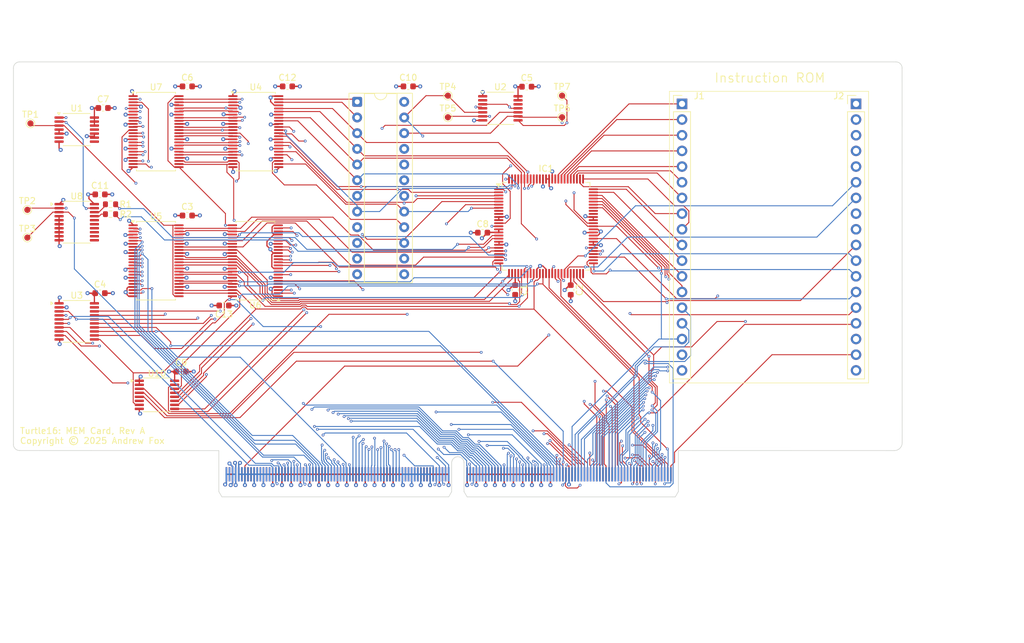
<source format=kicad_pcb>
(kicad_pcb (version 20241229) (generator "pcbnew") (generator_version "9.0")
  (title_block (title "Turtle16: MEM Card") (date "2025-07-27") (rev "A") (comment 4 "MEM stage of the pipeline"))
  (layers (0 "F.Cu" signal) (4 "In1.Cu" power) (6 "In2.Cu" signal) (8 "In3.Cu" power) (10 "In4.Cu" power) (2 "B.Cu" signal) (13 "F.Paste" user) (15 "B.Paste" user) (5 "F.SilkS" user "F.Silkscreen") (7 "B.SilkS" user "B.Silkscreen") (1 "F.Mask" user) (3 "B.Mask" user) (25 "Edge.Cuts" user))
  (net 0 "")
  (net 1 "GND")
  (net 2 "VCC")
  (net 3 "/Ins_IF7")
  (net 4 "/PC0")
  (net 5 "/Addr5")
  (net 7 "/MEMModule/Memory/~{RAMEN_L}")
  (net 8 "/~{MemLoad}")
  (net 9 "/IO5")
  (net 12 "/Ins_IF4")
  (net 15 "/Addr6")
  (net 16 "/IO15")
  (net 17 "/Addr9")
  (net 18 "/MEMModule/Memory/RAMEN_R")
  (net 19 "/Addr3")
  (net 20 "/PC14")
  (net 21 "/Ins_IF11")
  (net 22 "/PC15")
  (net 23 "/Addr12")
  (net 24 "/MEMModule/Memory/~{RAMEN_R}")
  (net 25 "/Ins_IF12")
  (net 26 "/IO8")
  (net 27 "/Ins_IF1")
  (net 29 "/IO3")
  (net 30 "/PC3")
  (net 31 "/Ins_IF10")
  (net 32 "/PC2")
  (net 33 "/Ins_IF9")
  (net 34 "/Addr4")
  (net 35 "/Ins_IF0")
  (net 37 "/Ins_IF15")
  (net 38 "/Ins_IF8")
  (net 39 "/PC4")
  (net 40 "/IO10")
  (net 41 "/Ins_IF2")
  (net 42 "/Addr11")
  (net 43 "/PC5")
  (net 44 "/Addr13")
  (net 45 "/Ins_IF13")
  (net 46 "/Ins_IF14")
  (net 47 "/IO0")
  (net 48 "/FLUSH_IF")
  (net 49 "/Addr15")
  (net 50 "/IO11")
  (net 51 "/PC10")
  (net 52 "/IO1")
  (net 53 "/Addr8")
  (net 54 "/Addr0")
  (net 55 "/SelC_MEM0")
  (net 56 "/Ctl_MEM16")
  (net 57 "/Ctl_MEM15")
  (net 58 "/PC11")
  (net 59 "/SelC_MEM2")
  (net 60 "/Addr14")
  (net 61 "/Ctl_MEM20")
  (net 62 "/PC12")
  (net 63 "/PC1")
  (net 64 "/Ctl_MEM19")
  (net 65 "/SelC_MEM1")
  (net 66 "/PC7")
  (net 67 "/Ctl_MEM17")
  (net 68 "/Ctl_MEM18")
  (net 69 "/Ctl_MEM14")
  (net 70 "/IO13")
  (net 71 "/StoreOp_MEM10")
  (net 72 "/StoreOp_MEM1")
  (net 73 "/StoreOp_MEM3")
  (net 74 "/StoreOp_MEM12")
  (net 75 "/StoreOp_MEM9")
  (net 76 "/StoreOp_MEM14")
  (net 77 "/StoreOp_MEM2")
  (net 78 "/StoreOp_MEM11")
  (net 79 "/StoreOp_MEM7")
  (net 80 "/StoreOp_MEM4")
  (net 81 "/StoreOp_MEM15")
  (net 82 "/StoreOp_MEM13")
  (net 83 "/StoreOp_MEM8")
  (net 84 "/StoreOp_MEM0")
  (net 85 "/StoreOp_MEM6")
  (net 86 "/StoreOp_MEM5")
  (net 87 "/Y_MEM10")
  (net 88 "/Y_MEM13")
  (net 89 "/Ins_IF5")
  (net 90 "/Y_MEM15")
  (net 91 "/Y_MEM0")
  (net 92 "/Y_MEM11")
  (net 93 "/Y_MEM3")
  (net 94 "/Y_MEM7")
  (net 95 "/Y_MEM8")
  (net 96 "/Y_MEM2")
  (net 97 "/~{MemStore}")
  (net 99 "/Y_MEM12")
  (net 100 "/IO14")
  (net 101 "/IO4")
  (net 102 "/IO7")
  (net 103 "/Addr2")
  (net 104 "/Y_MEM14")
  (net 105 "/PC13")
  (net 106 "/Addr7")
  (net 107 "/PC9")
  (net 108 "/Y_MEM6")
  (net 109 "/IO12")
  (net 110 "/Addr1")
  (net 111 "/MEMModule/Memory/RAMEN_L")
  (net 112 "/Y_MEM5")
  (net 113 "/Y_MEM1")
  (net 114 "/Ins_IF6")
  (net 115 "/Y_MEM4")
  (net 116 "/Y_MEM9")
  (net 117 "/Ins_IF3")
  (net 118 "/IO6")
  (net 119 "/PC8")
  (net 120 "/PC6")
  (net 121 "/IO9")
  (net 122 "/Addr10")
  (net 123 "/IO2")
  (net 124 "/Y_WB15")
  (net 125 "/StoreOp_WB1")
  (net 126 "/Ctl_WB20")
  (net 127 "/Y_WB14")
  (net 128 "/Y_WB2")
  (net 129 "/StoreOp_WB2")
  (net 130 "/Y_WB11")
  (net 131 "/Y_WB9")
  (net 132 "/StoreOp_WB14")
  (net 133 "/StoreOp_WB12")
  (net 134 "/Y_WB12")
  (net 135 "/StoreOp_WB10")
  (net 136 "/StoreOp_WB7")
  (net 137 "/SelC_WB1")
  (net 138 "/StoreOp_WB9")
  (net 139 "/Y_WB6")
  (net 140 "/Y_WB1")
  (net 141 "/~{RST_sync}")
  (net 142 "/Y_WB7")
  (net 143 "/Y_WB8")
  (net 144 "/Ctl_WB18")
  (net 145 "/StoreOp_WB8")
  (net 146 "/Y_WB3")
  (net 147 "/Ctl_WB19")
  (net 148 "/Y_WB5")
  (net 149 "/Bank0")
  (net 150 "/StoreOp_WB4")
  (net 151 "/StoreOp_WB11")
  (net 152 "/Y_WB10")
  (net 153 "/SelC_WB2")
  (net 154 "/Y_WB0")
  (net 155 "/StoreOp_WB5")
  (net 156 "/Bank2")
  (net 157 "/StoreOp_WB15")
  (net 158 "/Y_WB13")
  (net 159 "/Y_WB4")
  (net 160 "/StoreOp_WB6")
  (net 161 "/Bank1")
  (net 162 "/Ctl_WB17")
  (net 163 "/SelC_WB0")
  (net 164 "/StoreOp_WB3")
  (net 165 "/StoreOp_WB0")
  (net 166 "/Phi1b")
  (net 167 "/StoreOp_WB13")
  (net 168 "/MEMModule/MEM/Buffer StoreOp As Bus I/O/~{AssertData}")
  (net 172 "Net-(U10-Mr)")
  (net 178 "/MEMModule/MEM/~{AssertCtl}")
  (net 183 "Net-(U10-E1)")
  (net 185 "Net-(U8-B0)")
  (net 186 "Net-(U8-B1)")
  (footprint "Package_DIP:DIP-24_W7.62mm_Socket" (layer "F.Cu") (at 120.49 62.5)
    (property "Reference" "U9" (hide yes))
    (property "Value" "ATF22V10C-7PX")
  )
  (footprint "Capacitor_SMD:C_0603_1608Metric" (layer "F.Cu") (at 109.19 60)
    (property "Reference" "C12")
    (property "Value" "0.1uF")
  )
  (footprint "Capacitor_SMD:C_0603_1608Metric" (layer "F.Cu") (at 98.915 95.5 180)
    (property "Reference" "C13")
    (property "Value" "0.1uF")
  )
  (footprint "Capacitor_SMD:C_0603_1608Metric" (layer "F.Cu") (at 79.3275 63.5)
    (property "Reference" "C7")
    (property "Value" "0.1uF")
  )
  (footprint "Connector_PinHeader_2.54mm:PinHeader_1x18_P2.54mm_Vertical" (layer "F.Cu") (at 201.316 62.832)
    (property "Reference" "J2")
    (property "Value" "LowerHeader")
  )
  (footprint "Capacitor_SMD:C_0603_1608Metric" (layer "F.Cu") (at 128.765 60)
    (property "Reference" "C10")
    (property "Value" "0.1uF")
  )
  (footprint "Package_SO:TSSOP-16_4.4x5mm_P0.65mm" (layer "F.Cu") (at 88.0525 109.975)
    (property "Reference" "U10")
    (property "Value" "CD74HC173PWR")
  )
  (footprint "Capacitor_SMD:C_0603_1608Metric" (layer "F.Cu") (at 92.965 80.925)
    (property "Reference" "C3")
    (property "Value" "0.1uF")
  )
  (footprint "Capacitor_SMD:C_0603_1608Metric" (layer "F.Cu") (at 146.09 92.975 -90)
    (property "Reference" "C1")
    (property "Value" "0.1uF")
  )
  (footprint "Package_SO:TSSOP-48_6.1x12.5mm_P0.5mm" (layer "F.Cu") (at 87.9025 88.25)
    (property "Reference" "U5")
    (property "Value" "74ABT16245")
  )
  (footprint "TestPoint:TestPoint_Pad_D1.0mm" (layer "F.Cu") (at 67.0525 84.5)
    (property "Reference" "TP3")
    (property "Value" "~{MemLoadIn}")
  )
  (footprint "Capacitor_SMD:C_0603_1608Metric" (layer "F.Cu") (at 140.815 83.7 180)
    (property "Reference" "C8")
    (property "Value" "0.1uF")
  )
  (footprint "Capacitor_SMD:C_0603_1608Metric" (layer "F.Cu") (at 91.965 106.2)
    (property "Reference" "C9")
    (property "Value" "0.1uF")
  )
  (footprint "Resistor_SMD:R_0603_1608Metric" (layer "F.Cu") (at 80.525 79.1)
    (property "Reference" "R1")
    (property "Value" "0R")
  )
  (footprint "Package_SO:TSSOP-14_4.4x5mm_P0.65mm" (layer "F.Cu") (at 143.69 63.55)
    (property "Reference" "U2")
    (property "Value" "74AHCT04")
  )
  (footprint "TestPoint:TestPoint_Pad_D1.0mm" (layer "F.Cu") (at 67.5525 66)
    (property "Reference" "TP1")
    (property "Value" "~{AssertData}")
  )
  (footprint "TestPoint:TestPoint_Pad_D1.0mm" (layer "F.Cu") (at 135.19 61.5)
    (property "Reference" "TP4")
    (property "Value" "TestPoint")
  )
  (footprint "Package_SO:TSSOP-48_6.1x12.5mm_P0.5mm" (layer "F.Cu") (at 103.99 88.25 180)
    (property "Reference" "U6")
    (property "Value" "74ABT16374")
  )
  (footprint "Package_SO:TSSOP-48_6.1x12.5mm_P0.5mm" (layer "F.Cu") (at 104.065 67.325)
    (property "Reference" "U4")
    (property "Value" "74ABT16245")
  )
  (footprint "Package_QFP:TQFP-100_14x14mm_P0.5mm" (layer "F.Cu") (at 151.09 82.6625)
    (property "Reference" "IC1")
    (property "Value" "7028L20PFGI" (hide yes))
  )
  (footprint "Capacitor_SMD:C_0603_1608Metric" (layer "F.Cu") (at 78.8275 77.5)
    (property "Reference" "C11")
    (property "Value" "0.1uF")
  )
  (footprint "Capacitor_SMD:C_0603_1608Metric" (layer "F.Cu") (at 92.965 60)
    (property "Reference" "C6")
    (property "Value" "0.1uF")
  )
  (footprint "Package_SO:TSSOP-48_6.1x12.5mm_P0.5mm" (layer "F.Cu") (at 87.9025 67.325)
    (property "Reference" "U7")
    (property "Value" "74ABT16374")
  )
  (footprint "TestPoint:TestPoint_Pad_D1.0mm" (layer "F.Cu") (at 135.19 65)
    (property "Reference" "TP5")
    (property "Value" "TestPoint")
  )
  (footprint "Connector_PinHeader_2.54mm:PinHeader_1x18_P2.54mm_Vertical" (layer "F.Cu") (at 173.122 62.832)
    (property "Reference" "J1")
    (property "Value" "UpperHeader")
  )
  (footprint "Package_SO:TSSOP-14_4.4x5mm_P0.65mm" (layer "F.Cu") (at 75.0525 67)
    (property "Reference" "U1")
    (property "Value" "74ABT32")
  )
  (footprint "Turtle16:MEC5-140-01-L-DV-W1-K_Edge" (layer "F.Cu") (at 136.805 121)
    (property "Reference" "J3" (hide yes))
    (property "Value" "MEC5-140-01-L-DV-W1-K")
  )
  (footprint "TestPoint:TestPoint_Pad_D1.0mm" (layer "F.Cu") (at 153.69 61.5)
    (property "Reference" "TP7")
    (property "Value" "TestPoint")
  )
  (footprint "Capacitor_SMD:C_0603_1608Metric" (layer "F.Cu") (at 155.09 92.975 -90)
    (property "Reference" "C2")
    (property "Value" "0.1uF")
  )
  (footprint "Package_SO:TSSOP-20_4.4x6.5mm_P0.65mm" (layer "F.Cu") (at 75.0525 98.075)
    (property "Reference" "U3")
    (property "Value" "74ABT574")
  )
  (footprint "TestPoint:TestPoint_Pad_D1.0mm" (layer "F.Cu") (at 153.69 65)
    (property "Reference" "TP6")
    (property "Value" "TestPoint")
  )
  (footprint "Capacitor_SMD:C_0603_1608Metric" (layer "F.Cu") (at 147.965 60.05)
    (property "Reference" "C5")
    (property "Value" "0.1uF")
  )
  (footprint "Capacitor_SMD:C_0603_1608Metric" (layer "F.Cu") (at 78.8275 93.5)
    (property "Reference" "C4")
    (property "Value" "0.1uF")
  )
  (footprint "Package_SO:TSSOP-20_4.4x6.5mm_P0.65mm" (layer "F.Cu") (at 75.0525 82)
    (property "Reference" "U8")
    (property "Value" "74ABT245")
  )
  (footprint "TestPoint:TestPoint_Pad_D1.0mm" (layer "F.Cu") (at 67.0525 80)
    (property "Reference" "TP2")
    (property "Value" "~{MemStoreIn}")
  )
  (footprint "Resistor_SMD:R_0603_1608Metric" (layer "F.Cu") (at 80.525 80.7)
    (property "Reference" "R2")
    (property "Value" "0R")
  )
  (gr_line (start 171.09 60.8) (end 171.09 108.044) (stroke (width 0.1)) (layer "F.SilkS"))
  (gr_line (start 203.348 60.8) (end 203.348 108.044) (stroke (width 0.1)) (layer "F.SilkS"))
  (gr_line (start 171.09 108.044) (end 203.348 108.044) (stroke (width 0.1)) (layer "F.SilkS"))
  (gr_line (start 203.348 60.8) (end 171.09 60.8) (stroke (width 0.1)) (layer "F.SilkS"))
  (gr_line (start 64.794 117.99) (end 64.794 57.03) (stroke (width 0.1)) (layer "Edge.Cuts"))
  (gr_arc (start 65.794 118.999328) (mid 65.080297 118.703703) (end 64.784672 117.99) (stroke (width 0.1)) (layer "Edge.Cuts"))
  (gr_line (start 137.78 120.82) (end 137.8 120.9) (stroke (width 0.1)) (layer "Edge.Cuts"))
  (gr_line (start 137.18 120.07) (end 137.36 120.17) (stroke (width 0.1)) (layer "Edge.Cuts"))
  (gr_line (start 98.57 126.5) (end 135.32 126.5) (stroke (width 0.1)) (layer "Edge.Cuts"))
  (gr_line (start 137.64 120.45) (end 137.74 120.64) (stroke (width 0.1)) (layer "Edge.Cuts"))
  (gr_line (start 135.32 126.5) (end 135.8 125.66) (stroke (width 0.1)) (layer "Edge.Cuts"))
  (gr_line (start 207.526062 119.006) (end 172.53 119) (stroke (width 0.1)) (layer "Edge.Cuts"))
  (gr_line (start 137 120.02) (end 137.18 120.07) (stroke (width 0.1)) (layer "Edge.Cuts"))
  (gr_line (start 135.8 121) (end 135.81 120.86) (stroke (width 0.1)) (layer "Edge.Cuts"))
  (gr_arc (start 64.794 57.03) (mid 65.086893 56.322893) (end 65.794 56.03) (stroke (width 0.1)) (layer "Edge.Cuts"))
  (gr_line (start 172.03 126.51) (end 171.62 126.51) (stroke (width 0.1)) (layer "Edge.Cuts"))
  (gr_line (start 98.07 119.01) (end 65.794 118.999328) (stroke (width 0.1)) (layer "Edge.Cuts"))
  (gr_line (start 137.36 120.17) (end 137.52 120.3) (stroke (width 0.1)) (layer "Edge.Cuts"))
  (gr_line (start 98.07 119.01) (end 98.07 125.65) (stroke (width 0.1)) (layer "Edge.Cuts"))
  (gr_line (start 137.8 125.64) (end 137.81 125.67) (stroke (width 0.1)) (layer "Edge.Cuts"))
  (gr_line (start 135.85 120.69) (end 135.93 120.51) (stroke (width 0.1)) (layer "Edge.Cuts"))
  (gr_line (start 98.07 125.65) (end 98.57 126.5) (stroke (width 0.1)) (layer "Edge.Cuts"))
  (gr_line (start 137.74 120.64) (end 137.78 120.82) (stroke (width 0.1)) (layer "Edge.Cuts"))
  (gr_line (start 65.794 56.03) (end 207.78 56.03) (stroke (width 0.1)) (layer "Edge.Cuts"))
  (gr_line (start 136.46 120.05) (end 136.67 120.01) (stroke (width 0.1)) (layer "Edge.Cuts"))
  (gr_arc (start 208.796 117.748499) (mid 208.419657 118.638434) (end 207.526062 119.006) (stroke (width 0.1)) (layer "Edge.Cuts"))
  (gr_line (start 136.67 120.01) (end 136.82 120) (stroke (width 0.1)) (layer "Edge.Cuts"))
  (gr_line (start 138.3 126.51) (end 137.81 125.67) (stroke (width 0.1)) (layer "Edge.Cuts"))
  (gr_line (start 136.82 120) (end 137 120.02) (stroke (width 0.1)) (layer "Edge.Cuts"))
  (gr_line (start 172.53 125.65) (end 172.03 126.51) (stroke (width 0.1)) (layer "Edge.Cuts"))
  (gr_line (start 137.52 120.3) (end 137.64 120.45) (stroke (width 0.1)) (layer "Edge.Cuts"))
  (gr_line (start 135.81 120.86) (end 135.85 120.69) (stroke (width 0.1)) (layer "Edge.Cuts"))
  (gr_line (start 137.8 121) (end 137.8 125.64) (stroke (width 0.1)) (layer "Edge.Cuts"))
  (gr_line (start 136.23 120.18) (end 136.46 120.05) (stroke (width 0.1)) (layer "Edge.Cuts"))
  (gr_line (start 135.8 125.66) (end 135.8 121) (stroke (width 0.1)) (layer "Edge.Cuts"))
  (gr_line (start 171.62 126.51) (end 138.3 126.51) (stroke (width 0.1)) (layer "Edge.Cuts"))
  (gr_arc (start 207.78 56.03) (mid 208.487107 56.322893) (end 208.78 57.03) (stroke (width 0.1)) (layer "Edge.Cuts"))
  (gr_line (start 135.93 120.51) (end 136.05 120.34) (stroke (width 0.1)) (layer "Edge.Cuts"))
  (gr_line (start 136.05 120.34) (end 136.23 120.18) (stroke (width 0.1)) (layer "Edge.Cuts"))
  (gr_line (start 137.8 120.9) (end 137.8 121) (stroke (width 0.1)) (layer "Edge.Cuts"))
  (gr_line (start 172.53 119) (end 172.53 125.65) (stroke (width 0.1)) (layer "Edge.Cuts"))
  (gr_line (start 208.78 57.03) (end 208.796 117.748447) (stroke (width 0.1)) (layer "Edge.Cuts"))
  (gr_text "Turtle16: MEM Card, Rev A\nCopyright © 2025 Andrew Fox" (at 65.778 118 0) (layer "F.SilkS") (effects (font (size 1 1)) (justify left bottom)))
  (gr_text "Instruction ROM" (at 178.29 59.5 0) (layer "F.SilkS") (effects (font (size 1.5 1.5)) (justify left bottom)))
  (segment (start 119.3 122.85) (end 119.8 122.85) (width 0.2032) (layer "F.Cu") (net 1))
  (segment (start 143.4275 81.1625) (end 143.4275 81.6625) (width 0.2032) (layer "F.Cu") (net 1))
  (segment (start 106.4584 61.8123) (end 106.4584 62.4594) (width 0.2032) (layer "F.Cu") (net 1))
  (segment (start 72.19 81.025) (end 72.19 81.675) (width 0.2032) (layer "F.Cu") (net 1))
  (segment (start 140.04 83.7) (end 138.9 83.7) (width 0.2032) (layer "F.Cu") (net 1))
  (segment (start 140.8133 65.5142) (end 140.8275 65.5) (width 0.2032) (layer "F.Cu") (net 1))
  (segment (start 147.31 124.59) (end 147.3 124.6) (width 0.2032) (layer "F.Cu") (net 1))
  (segment (start 72.19 82.325) (end 72.19 82.975) (width 0.2032) (layer "F.Cu") (net 1))
  (segment (start 106.4618 68.5924) (end 107.7601 68.5924) (width 0.2032) (layer "F.Cu") (net 1))
  (segment (start 145.81 122.86) (end 145.81 124.59) (width 0.2032) (layer "F.Cu") (net 1))
  (segment (start 84.19 92.5) (end 83.4102 92.5) (width 0.2032) (layer "F.Cu") (net 1))
  (segment (start 124.81 124.59) (end 124.8 124.6) (width 0.2032) (layer "F.Cu") (net 1))
  (segment (start 148.81 122.86) (end 148.81 124.59) (width 0.2032) (layer "F.Cu") (net 1))
  (segment (start 99.3 122.85) (end 99.3 124.3) (width 0.2032) (layer "F.Cu") (net 1))
  (segment (start 114.8 122.85) (end 115.3 122.85) (width 0.2032) (layer "F.Cu") (net 1))
  (segment (start 80.1025 63.5) (end 81.2 63.5) (width 0.2032) (layer "F.Cu") (net 1))
  (segment (start 150.31 124.59) (end 150.3 124.6) (width 0.2032) (layer "F.Cu") (net 1))
  (segment (start 123.3 122.85) (end 123.81 122.85) (width 0.2032) (layer "F.Cu") (net 1))
  (segment (start 144.31 124.59) (end 144.3 124.6) (width 0.2032) (layer "F.Cu") (net 1))
  (segment (start 92.74 106.2) (end 94 106.2) (width 0.2032) (layer "F.Cu") (net 1))
  (segment (start 142.81 122.86) (end 143.31 122.86) (width 0.2032) (layer "F.Cu") (net 1))
  (segment (start 106.7006 93.7094) (end 106.7006 92.8017) (width 0.2032) (layer "F.Cu") (net 1))
  (segment (start 92.8026 87) (end 91.615 87) (width 0.2032) (layer "F.Cu") (net 1))
  (segment (start 99.026 92.4705) (end 100.248 92.4705) (width 0.2032) (layer "F.Cu") (net 1))
  (segment (start 94.975 80.925) (end 95 80.9) (width 0.2032) (layer "F.Cu") (net 1))
  (segment (start 146.09 94.79) (end 146.1 94.8) (width 0.2032) (layer "F.Cu") (net 1))
  (segment (start 72.4502 70.2856) (end 72.19 70.0254) (width 0.2032) (layer "F.Cu") (net 1))
  (segment (start 151.81 124.59) (end 151.8 124.6) (width 0.2032) (layer "F.Cu") (net 1))
  (segment (start 82.9644 86.8463) (end 83.1181 87) (width 0.2032) (layer "F.Cu") (net 1))
  (segment (start 72.289 85.8767) (end 72.19 85.7777) (width 0.2032) (layer "F.Cu") (net 1))
  (segment (start 83.4102 92.5) (end 83.198 92.7122) (width 0.2032) (layer "F.Cu") (net 1))
  (segment (start 121.3 122.85) (end 121.8 122.85) (width 0.2032) (layer "F.Cu") (net 1))
  (segment (start 111.3 122.85) (end 111.8 122.85) (width 0.2032) (layer "F.Cu") (net 1))
  (segment (start 146.09 93.75) (end 146.09 94.79) (width 0.2032) (layer "F.Cu") (net 1))
  (segment (start 127.81 124.51) (end 127.9 124.6) (width 0.2032) (layer "F.Cu") (net 1))
  (segment (start 103.8 122.85) (end 103.8 124.6) (width 0.2032) (layer "F.Cu") (net 1))
  (segment (start 127.81 124.51) (end 127.9 124.6) (width 0.2032) (layer "F.Cu") (net 1))
  (segment (start 131.8 122.85) (end 132.8 122.85) (width 0.2032) (layer "F.Cu") (net 1))
  (segment (start 129.54 60) (end 130.7 60) (width 0.2032) (layer "F.Cu") (net 1))
  (segment (start 124.81 122.86) (end 124.81 124.59) (width 0.2032) (layer "F.Cu") (net 1))
  (segment (start 130.3 122.85) (end 131.3 122.85) (width 0.2032) (layer "F.Cu") (net 1))
  (segment (start 115.8 122.85) (end 116.3 122.85) (width 0.2032) (layer "F.Cu") (net 1))
  (segment (start 101.8 122.85) (end 101.3 122.85) (width 0.2032) (layer "F.Cu") (net 1))
  (segment (start 145.81 122.86) (end 145.81 124.59) (width 0.2032) (layer "F.Cu") (net 1))
  (segment (start 149.85 60.05) (end 149.9 60) (width 0.2032) (layer "F.Cu") (net 1))
  (segment (start 144.31 122.86) (end 144.31 124.59) (width 0.2032) (layer "F.Cu") (net 1))
  (segment (start 108.3 122.85) (end 108.3 124.6) (width 0.2032) (layer "F.Cu") (net 1))
  (segment (start 132.31 122.86) (end 132.31 124.59) (width 0.2032) (layer "F.Cu") (net 1))
  (segment (start 83.5437 81.7724) (end 84.19 82.4187) (width 0.2032) (layer "F.Cu") (net 1))
  (segment (start 106.9123 87) (end 107.7025 87) (width 0.2032) (layer "F.Cu") (net 1))
  (segment (start 106.4305 86.5182) (end 106.9123 87) (width 0.2032) (layer "F.Cu") (net 1))
  (segment (start 150.81 122.86) (end 151.31 122.86) (width 0.2032) (layer "F.Cu") (net 1))
  (segment (start 83.0787 66.075) (end 84.19 66.075) (width 0.2032) (layer "F.Cu") (net 1))
  (segment (start 148.81 122.86) (end 148.81 124.59) (width 0.2032) (layer "F.Cu") (net 1))
  (segment (start 107.3056 73.7195) (end 107.7775 73.2476) (width 0.2032) (layer "F.Cu") (net 1))
  (segment (start 118.3 122.85) (end 118.8 122.85) (width 0.2032) (layer "F.Cu") (net 1))
  (segment (start 93.74 60) (end 95 60) (width 0.2032) (layer "F.Cu") (net 1))
  (segment (start 112.3 122.85) (end 112.8 122.85) (width 0.2032) (layer "F.Cu") (net 1))
  (segment (start 150.5579 89.0889) (end 150.1144 89.0889) (width 0.2032) (layer "F.Cu") (net 1))
  (segment (start 107.7775 61.575) (end 106.6957 61.575) (width 0.2032) (layer "F.Cu") (net 1))
  (segment (start 115.8 122.85) (end 115.8 124.6) (width 0.2032) (layer "F.Cu") (net 1))
  (segment (start 132.31 122.86) (end 132.31 124.59) (width 0.2032) (layer "F.Cu") (net 1))
  (segment (start 92.8138 71.575) (end 91.615 71.575) (width 0.2032) (layer "F.Cu") (net 1))
  (segment (start 140.81 122.86) (end 141.31 122.86) (width 0.2032) (layer "F.Cu") (net 1))
  (segment (start 146.09 94.79) (end 146.1 94.8) (width 0.2032) (layer "F.Cu") (net 1))
  (segment (start 111.3 122.85) (end 111.3 124.6) (width 0.2032) (layer "F.Cu") (net 1))
  (segment (start 145.81 124.59) (end 145.8 124.6) (width 0.2032) (layer "F.Cu") (net 1))
  (segment (start 82.9721 93.3453) (end 83.198 93.3453) (width 0.2032) (layer "F.Cu") (net 1))
  (segment (start 85.4664 63.2908) (end 85.2506 63.075) (width 0.2032) (layer "F.Cu") (net 1))
  (segment (start 155.09 94.79) (end 155.1 94.8) (width 0.2032) (layer "F.Cu") (net 1))
  (segment (start 134.8 122.85) (end 134.81 122.86) (width 0.2032) (layer "F.Cu") (net 1))
  (segment (start 99.1847 71.575) (end 99.0734 71.6863) (width 0.2032) (layer "F.Cu") (net 1))
  (segment (start 100.248 92.4705) (end 100.2775 92.5) (width 0.2032) (layer "F.Cu") (net 1))
  (segment (start 123.3 122.85) (end 123.3 124.6) (width 0.2032) (layer "F.Cu") (net 1))
  (segment (start 121.8 122.85) (end 121.8 124.6) (width 0.2032) (layer "F.Cu") (net 1))
  (segment (start 124.81 124.59) (end 124.8 124.6) (width 0.2032) (layer "F.Cu") (net 1))
  (segment (start 141.31 122.86) (end 141.31 124.59) (width 0.2032) (layer "F.Cu") (net 1))
  (segment (start 121.8 122.85) (end 122.3 122.85) (width 0.2032) (layer "F.Cu") (net 1))
  (segment (start 129.54 60) (end 130.7 60) (width 0.2032) (layer "F.Cu") (net 1))
  (segment (start 150.1144 89.0889) (end 149.5901 89.6132) (width 0.2032) (layer "F.Cu") (net 1))
  (segment (start 151.81 122.86) (end 151.81 124.59) (width 0.2032) (layer "F.Cu") (net 1))
  (segment (start 146.09 93.75) (end 146.09 94.79) (width 0.2032) (layer "F.Cu") (net 1))
  (segment (start 112.8 122.85) (end 112.8 124.6) (width 0.2032) (layer "F.Cu") (net 1))
  (segment (start 91.6214 89.4936) (end 91.615 89.5) (width 0.2032) (layer "F.Cu") (net 1))
  (segment (start 82.9569 66.1968) (end 83.0787 66.075) (width 0.2032) (layer "F.Cu") (net 1))
  (segment (start 143.31 122.86) (end 143.81 122.86) (width 0.2032) (layer "F.Cu") (net 1))
  (segment (start 107.7601 68.5924) (end 107.7775 68.575) (width 0.2032) (layer "F.Cu") (net 1))
  (segment (start 72.2842 101.7568) (end 72.2842 101.0942) (width 0.2032) (layer "F.Cu") (net 1))
  (segment (start 135.31 124.59) (end 135.3 124.6) (width 0.2032) (layer "F.Cu") (net 1))
  (segment (start 106.9991 84) (end 105.8759 85.1232) (width 0.2032) (layer "F.Cu") (net 1))
  (segment (start 107.7025 94) (end 106.9912 94) (width 0.2032) (layer "F.Cu") (net 1))
  (segment (start 125.3 122.85) (end 125.31 122.86) (width 0.2032) (layer "F.Cu") (net 1))
  (segment (start 110.3 122.85) (end 110.8 122.85) (width 0.2032) (layer "F.Cu") (net 1))
  (segment (start 83.198 93.3453) (end 83.198 93.737) (width 0.2032) (layer "F.Cu") (net 1))
  (segment (start 106.4849 66.1656) (end 107.6869 66.1656) (width 0.2032) (layer "F.Cu") (net 1))
  (segment (start 144.31 122.86) (end 144.81 122.86) (width 0.2032) (layer "F.Cu") (net 1))
  (segment (start 139.31 122.86) (end 139.81 122.86) (width 0.2032) (layer "F.Cu") (net 1))
  (segment (start 106.4849 92.8017) (end 106.7006 92.8017) (width 0.2032) (layer "F.Cu") (net 1))
  (segment (start 82.9433 89.705) (end 83.1483 89.5) (width 0.2032) (layer "F.Cu") (net 1))
  (segment (start 145.31 122.86) (end 145.81 122.86) (width 0.2032) (layer "F.Cu") (net 1))
  (segment (start 106.6957 61.575) (end 106.4584 61.8123) (width 0.2032) (layer "F.Cu") (net 1))
  (segment (start 107.074 63.075) (end 107.7775 63.075) (width 0.2032) (layer "F.Cu") (net 1))
  (segment (start 79.6025 77.5) (end 80.8 77.5) (width 0.2032) (layer "F.Cu") (net 1))
  (segment (start 126.8 122.85) (end 127.32 122.85) (width 0.2032) (layer "F.Cu") (net 1))
  (segment (start 155.09 94.79) (end 155.1 94.8) (width 0.2032) (layer "F.Cu") (net 1))
  (segment (start 98.79 68.5588) (end 100.3363 68.5588) (width 0.2032) (layer "F.Cu") (net 1))
  (segment (start 82.9433 84.0793) (end 84.1107 84.0793) (width 0.2032) (layer "F.Cu") (net 1))
  (segment (start 83.2926 71.575) (end 84.19 71.575) (width 0.2032) (layer "F.Cu") (net 1))
  (segment (start 105.3 122.85) (end 105.3 124.6) (width 0.2032) (layer "F.Cu") (net 1))
  (segment (start 111.3 122.85) (end 111.3 124.6) (width 0.2032) (layer "F.Cu") (net 1))
  (segment (start 129.31 122.86) (end 129.31 124.59) (width 0.2032) (layer "F.Cu") (net 1))
  (segment (start 143.81 122.86) (end 144.31 122.86) (width 0.2032) (layer "F.Cu") (net 1))
  (segment (start 141.31 124.59) (end 141.3 124.6) (width 0.2032) (layer "F.Cu") (net 1))
  (segment (start 123.81 122.85) (end 124.32 122.85) (width 0.2032) (layer "F.Cu") (net 1))
  (segment (start 123.3 122.85) (end 123.3 124.6) (width 0.2032) (layer "F.Cu") (net 1))
  (segment (start 103.3 122.85) (end 103.8 122.85) (width 0.2032) (layer "F.Cu") (net 1))
  (segment (start 92.9403 66.075) (end 91.615 66.075) (width 0.2032) (layer "F.Cu") (net 1))
  (segment (start 118.8 122.85) (end 118.8 124.6) (width 0.2032) (layer "F.Cu") (net 1))
  (segment (start 139.81 122.86) (end 139.81 124.59) (width 0.2032) (layer "F.Cu") (net 1))
  (segment (start 127.32 122.85) (end 127.31 122.86) (width 0.2032) (layer "F.Cu") (net 1))
  (segment (start 84.19 82.4187) (end 84.19 82.5) (width 0.2032) (layer "F.Cu") (net 1))
  (segment (start 150.31 124.59) (end 150.3 124.6) (width 0.2032) (layer "F.Cu") (net 1))
  (segment (start 79.6025 77.5) (end 80.8 77.5) (width 0.2032) (layer "F.Cu") (net 1))
  (segment (start 151.59 75) (end 151.09 75) (width 0.2032) (layer "F.Cu") (net 1))
  (segment (start 126.31 124.59) (end 126.3 124.6) (width 0.2032) (layer "F.Cu") (net 1))
  (segment (start 158.7525 81.1625) (end 158.7525 81.6625) (width 0.2032) (layer "F.Cu") (net 1))
  (segment (start 107.7025 89.5) (end 106.9564 89.5) (width 0.2032) (layer "F.Cu") (net 1))
  (segment (start 116.3 122.85) (end 116.8 122.85) (width 0.2032) (layer "F.Cu") (net 1))
  (segment (start 124.81 122.86) (end 124.81 124.59) (width 0.2032) (layer "F.Cu") (net 1))
  (segment (start 132.31 124.59) (end 132.3 124.6) (width 0.2032) (layer "F.Cu") (net 1))
  (segment (start 159.976 85.7282) (end 158.8182 85.7282) (width 0.2032) (layer "F.Cu") (net 1))
  (segment (start 109.3 122.85) (end 109.8 122.85) (width 0.2032) (layer "F.Cu") (net 1))
  (segment (start 139.81 122.86) (end 140.31 122.86) (width 0.2032) (layer "F.Cu") (net 1))
  (segment (start 92.9403 92.4705) (end 91.6445 92.4705) (width 0.2032) (layer "F.Cu") (net 1))
  (segment (start 133.32 122.85) (end 133.31 122.86) (width 0.2032) (layer "F.Cu") (net 1))
  (segment (start 80.1025 63.5) (end 81.2 63.5) (width 0.2032) (layer "F.Cu") (net 1))
  (segment (start 85.19 112.8804) (end 85.19 112.25) (width 0.2032) (layer "F.Cu") (net 1))
  (segment (start 126.31 122.86) (end 126.31 124.59) (width 0.2032) (layer "F.Cu") (net 1))
  (segment (start 93.74 60) (end 95 60) (width 0.2032) (layer "F.Cu") (net 1))
  (segment (start 105.3 122.85) (end 105.3 124.6) (width 0.2032) (layer "F.Cu") (net 1))
  (segment (start 149.85 60.05) (end 149.9 60) (width 0.2032) (layer "F.Cu") (net 1))
  (segment (start 107.7775 73.2476) (end 107.7775 73.075) (width 0.2032) (layer "F.Cu") (net 1))
  (segment (start 101.3 122.85) (end 101.3 121.202) (width 0.2032) (layer "F.Cu") (net 1))
  (segment (start 132.8 122.85) (end 132.81 122.86) (width 0.2032) (layer "F.Cu") (net 1))
  (segment (start 131.3 122.85) (end 131.8 122.85) (width 0.2032) (layer "F.Cu") (net 1))
  (segment (start 100.3363 68.5588) (end 100.3525 68.575) (width 0.2032) (layer "F.Cu") (net 1))
  (segment (start 134.3 122.85) (end 134.31 122.86) (width 0.2032) (layer "F.Cu") (net 1))
  (segment (start 106.7006 92.8017) (end 106.7006 92.7603) (width 0.2032) (layer "F.Cu") (net 1))
  (segment (start 107.8 122.85) (end 108.3 122.85) (width 0.2032) (layer "F.Cu") (net 1))
  (segment (start 143.4755 85.2105) (end 143.4275 85.1625) (width 0.2032) (layer "F.Cu") (net 1))
  (segment (start 84.1107 84.0793) (end 84.19 84) (width 0.2032) (layer "F.Cu") (net 1))
  (segment (start 83.198 92.7122) (end 83.198 93.3453) (width 0.2032) (layer "F.Cu") (net 1))
  (segment (start 120.8 122.85) (end 121.3 122.85) (width 0.2032) (layer "F.Cu") (net 1))
  (segment (start 85.3267 113.0171) (end 85.19 112.8804) (width 0.2032) (layer "F.Cu") (net 1))
  (segment (start 91.6959 83.9191) (end 91.615 84) (width 0.2032) (layer "F.Cu") (net 1))
  (segment (start 106.4305 86.3852) (end 106.4305 86.5182) (width 0.2032) (layer "F.Cu") (net 1))
  (segment (start 143.4659 81.1241) (end 143.4275 81.1625) (width 0.2032) (layer "F.Cu") (net 1))
  (segment (start 109.8 122.85) (end 109.8 124.6) (width 0.2032) (layer "F.Cu") (net 1))
  (segment (start 92.9403 71.7015) (end 92.8138 71.575) (width 0.2032) (layer "F.Cu") (net 1))
  (segment (start 131.8 122.85) (end 131.81 122.86) (width 0.2032) (layer "F.Cu") (net 1))
  (segment (start 93.74 80.925) (end 94.975 80.925) (width 0.2032) (layer "F.Cu") (net 1))
  (segment (start 99.3 124.3) (end 99.1 124.5) (width 0.2032) (layer "F.Cu") (net 1))
  (segment (start 158.8182 85.7282) (end 158.7525 85.6625) (width 0.2032) (layer "F.Cu") (net 1))
  (segment (start 139.81 122.86) (end 139.81 124.59) (width 0.2032) (layer "F.Cu") (net 1))
  (segment (start 72.19 70.0254) (end 72.19 68.95) (width 0.2032) (layer "F.Cu") (net 1))
  (segment (start 118.8 122.85) (end 119.3 122.85) (width 0.2032) (layer "F.Cu") (net 1))
  (segment (start 92.9403 89.4936) (end 91.6214 89.4936) (width 0.2032) (layer "F.Cu") (net 1))
  (segment (start 144.31 122.86) (end 144.31 124.59) (width 0.2032) (layer "F.Cu") (net 1))
  (segment (start 144.31 124.59) (end 144.3 124.6) (width 0.2032) (layer "F.Cu") (net 1))
  (segment (start 106.6632 87.2491) (end 106.9123 87) (width 0.2032) (layer "F.Cu") (net 1))
  (segment (start 143.4755 85.6145) (end 143.4755 85.2105) (width 0.2032) (layer "F.Cu") (net 1))
  (segment (start 114.3 122.85) (end 114.3 124.6) (width 0.2032) (layer "F.Cu") (net 1))
  (segment (start 142.81 122.86) (end 142.81 124.59) (width 0.2032) (layer "F.Cu") (net 1))
  (segment (start 85.19 107.7) (end 85.19 108.35) (width 0.2032) (layer "F.Cu") (net 1))
  (segment (start 155.09 93.75) (end 155.09 94.79) (width 0.2032) (layer "F.Cu") (net 1))
  (segment (start 128.3 122.85) (end 128.31 122.86) (width 0.2032) (layer "F.Cu") (net 1))
  (segment (start 138.31 122.86) (end 138.81 122.86) (width 0.2032) (layer "F.Cu") (net 1))
  (segment (start 149.31 122.86) (end 149.81 122.86) (width 0.2032) (layer "F.Cu") (net 1))
  (segment (start 109.8 122.85) (end 109.8 124.6) (width 0.2032) (layer "F.Cu") (net 1))
  (segment (start 140.04 83.7) (end 138.9 83.7) (width 0.2032) (layer "F.Cu") (net 1))
  (segment (start 101.3 121.202403) (end 101.502403 121) (width 0.2032) (layer "F.Cu") (net 1))
  (segment (start 148.31 122.86) (end 148.81 122.86) (width 0.2032) (layer "F.Cu") (net 1))
  (segment (start 92.9863 83.9191) (end 91.6959 83.9191) (width 0.2032) (layer "F.Cu") (net 1))
  (segment (start 72.19 94.3214) (end 72.19 95.15) (width 0.2032) (layer "F.Cu") (net 1))
  (segment (start 120.3 122.85) (end 120.8 122.85) (width 0.2032) (layer "F.Cu") (net 1))
  (segment (start 106.8 122.85) (end 107.3 122.85) (width 0.2032) (layer "F.Cu") (net 1))
  (segment (start 135.31 124.59) (end 135.3 124.6) (width 0.2032) (layer "F.Cu") (net 1))
  (segment (start 147.31 122.86) (end 147.31 124.59) (width 0.2032) (layer "F.Cu") (net 1))
  (segment (start 125.82 122.85) (end 126.8 122.85) (width 0.2032) (layer "F.Cu") (net 1))
  (segment (start 130.81 124.59) (end 130.8 124.6) (width 0.2032) (layer "F.Cu") (net 1))
  (segment (start 124.32 122.85) (end 124.31 122.86) (width 0.2032) (layer "F.Cu") (net 1))
  (segment (start 106.7218 71.575) (end 106.4756 71.8212) (width 0.2032) (layer "F.Cu") (net 1))
  (segment (start 131.3 122.85) (end 131.31 122.86) (width 0.2032) (layer "F.Cu") (net 1))
  (segment (start 133.32 122.85) (end 134.3 122.85) (width 0.2032) (layer "F.Cu") (net 1))
  (segment (start 99.3 124.3) (end 99.1 124.5) (width 0.2032) (layer "F.Cu") (net 1))
  (segment (start 109.8 122.85) (end 110.3 122.85) (width 0.2032) (layer "F.Cu") (net 1))
  (segment (start 107.7775 71.575) (end 106.7218 71.575) (width 0.2032) (layer "F.Cu") (net 1))
  (segment (start 141.31 122.86) (end 141.31 124.59) (width 0.2032) (layer "F.Cu") (net 1))
  (segment (start 145.81 122.86) (end 146.31 122.86) (width 0.2032) (layer "F.Cu") (net 1))
  (segment (start 150.31 122.86) (end 150.31 124.59) (width 0.2032) (layer "F.Cu") (net 1))
  (segment (start 84.19 60.9533) (end 84.19 61.575) (width 0.2032) (layer "F.Cu") (net 1))
  (segment (start 106.9912 94) (end 106.7006 93.7094) (width 0.2032) (layer "F.Cu") (net 1))
  (segment (start 72.2842 101.0942) (end 72.19 101) (width 0.2032) (layer "F.Cu") (net 1))
  (segment (start 90.3977 62.9822) (end 91.5222 62.9822) (width 0.2032) (layer "F.Cu") (net 1))
  (segment (start 129.31 124.59) (end 129.3 124.6) (width 0.2032) (layer "F.Cu") (net 1))
  (segment (start 127.32 122.85) (end 128.3 122.85) (width 0.2032) (layer "F.Cu") (net 1))
  (segment (start 150.31 122.86) (end 150.81 122.86) (width 0.2032) (layer "F.Cu") (net 1))
  (segment (start 100.2195 83.942) (end 100.2775 84) (width 0.2032) (layer "F.Cu") (net 1))
  (segment (start 158.7525 85.6625) (end 158.7525 85.1625) (width 0.2032) (layer "F.Cu") (net 1))
  (segment (start 83.1181 87) (end 84.19 87) (width 0.2032) (layer "F.Cu") (net 1))
  (segment (start 94.975 80.925) (end 95 80.9) (width 0.2032) (layer "F.Cu") (net 1))
  (segment (start 72.19 81.675) (end 72.19 82.325) (width 0.2032) (layer "F.Cu") (net 1))
  (segment (start 100.5979 60.7896) (end 100.3525 61.035) (width 0.2032) (layer "F.Cu") (net 1))
  (segment (start 144.7331 81.1241) (end 143.4659 81.1241) (width 0.2032) (layer "F.Cu") (net 1))
  (segment (start 115.3 122.85) (end 115.8 122.85) (width 0.2032) (layer "F.Cu") (net 1))
  (segment (start 138.31 124.59) (end 138.3 124.6) (width 0.2032) (layer "F.Cu") (net 1))
  (segment (start 117.3 122.85) (end 117.8 122.85) (width 0.2032) (layer "F.Cu") (net 1))
  (segment (start 101.5758 63.4616) (end 101.1892 63.075) (width 0.2032) (layer "F.Cu") (net 1))
  (segment (start 146.31 122.86) (end 146.81 122.86) (width 0.2032) (layer "F.Cu") (net 1))
  (segment (start 83.443 73.7035) (end 83.5615 73.7035) (width 0.2032) (layer "F.Cu") (net 1))
  (segment (start 147.31 122.86) (end 147.81 122.86) (width 0.2032) (layer "F.Cu") (net 1))
  (segment (start 109.965 60) (end 111.2 60) (width 0.2032) (layer "F.Cu") (net 1))
  (segment (start 108.8 122.85) (end 109.3 122.85) (width 0.2032) (layer "F.Cu") (net 1))
  (segment (start 148.74 60.05) (end 149.85 60.05) (width 0.2032) (layer "F.Cu") (net 1))
  (segment (start 100.3525 61.035) (end 100.3525 61.575) (width 0.2032) (layer "F.Cu") (net 1))
  (segment (start 121.8 122.85) (end 121.8 124.6) (width 0.2032) (layer "F.Cu") (net 1))
  (segment (start 126.8 122.85) (end 126.81 122.86) (width 0.2032) (layer "F.Cu") (net 1))
  (segment (start 83.461 94) (end 84.19 94) (width 0.2032) (layer "F.Cu") (net 1))
  (segment (start 149.5901 89.6132) (end 149.5901 90.325) (width 0.2032) (layer "F.Cu") (net 1))
  (segment (start 113.3 122.85) (end 113.8 122.85) (width 0.2032) (layer "F.Cu") (net 1))
  (segment (start 147.31 122.86) (end 147.31 124.59) (width 0.2032) (layer "F.Cu") (net 1))
  (segment (start 157.5923 81.1625) (end 158.7525 81.1625) (width 0.2032) (layer "F.Cu") (net 1))
  (segment (start 157.4601 81.0303) (end 157.5923 81.1625) (width 0.2032) (layer "F.Cu") (net 1))
  (segment (start 134.3 122.85) (end 134.8 122.85) (width 0.2032) (layer "F.Cu") (net 1))
  (segment (start 124.32 122.85) (end 125.3 122.85) (width 0.2032) (layer "F.Cu") (net 1))
  (segment (start 83.1483 89.5) (end 84.19 89.5) (width 0.2032) (layer "F.Cu") (net 1))
  (segment (start 106.3 122.85) (end 106.8 122.85) (width 0.2032) (layer "F.Cu") (net 1))
  (segment (start 85.4059 107.0191) (end 85.19 107.235) (width 0.2032) (layer "F.Cu") (net 1))
  (segment (start 134.8 122.85) (end 135.3 122.85) (width 0.2032) (layer "F.Cu") (net 1))
  (segment (start 115.8 122.85) (end 115.8 124.6) (width 0.2032) (layer "F.Cu") (net 1))
  (segment (start 148.74 60.05) (end 149.85 60.05) (width 0.2032) (layer "F.Cu") (net 1))
  (segment (start 98.14 95.5) (end 96.9 95.5) (width 0.2032) (layer "F.Cu") (net 1))
  (segment (start 151.09 90.325) (end 151.09 89.621) (width 0.2032) (layer "F.Cu") (net 1))
  (segment (start 117.3 122.85) (end 117.3 124.6) (width 0.2032) (layer "F.Cu") (net 1))
  (segment (start 79.6025 93.5) (end 80.9 93.5) (width 0.2032) (layer "F.Cu") (net 1))
  (segment (start 102.8 122.85) (end 103.3 122.85) (width 0.2032) (layer "F.Cu") (net 1))
  (segment (start 107.3 122.85) (end 107.8 122.85) (width 0.2032) (layer "F.Cu") (net 1))
  (segment (start 100.387 73.8591) (end 100.3525 73.8246) (width 0.2032) (layer "F.Cu") (net 1))
  (segment (start 92.9403 68.5588) (end 91.6312 68.5588) (width 0.2032) (layer "F.Cu") (net 1))
  (segment (start 103.8 122.85) (end 104.3 122.85) (width 0.2032) (layer "F.Cu") (net 1))
  (segment (start 116.8 122.85) (end 117.3 122.85) (width 0.2032) (layer "F.Cu") (net 1))
  (segment (start 144.6471 85.6145) (end 143.4755 85.6145) (width 0.2032) (layer "F.Cu") (net 1))
  (segment (start 144.81 122.86) (end 145.31 122.86) (width 0.2032) (layer "F.Cu") (net 1))
  (segment (start 141.31 124.59) (end 141.3 124.6) (width 0.2032) (layer "F.Cu") (net 1))
  (segment (start 100.225 89.5525) (end 100.2775 89.5) (width 0.2032) (layer "F.Cu") (net 1))
  (segment (start 139.81 124.59) (end 139.8 124.6) (width 0.2032) (layer "F.Cu") (net 1))
  (segment (start 117.3 122.85) (end 117.3 124.6) (width 0.2032) (layer "F.Cu") (net 1))
  (segment (start 106.8 122.85) (end 106.8 124.6) (width 0.2032) (layer "F.Cu") (net 1))
  (segment (start 106.9564 89.5) (end 106.6632 89.2068) (width 0.2032) (layer "F.Cu") (net 1))
  (segment (start 91.6445 92.4705) (end 91.615 92.5) (width 0.2032) (layer "F.Cu") (net 1))
  (segment (start 151.81 124.59) (end 151.8 124.6) (width 0.2032) (layer "F.Cu") (net 1))
  (segment (start 122.3 122.85) (end 122.8 122.85) (width 0.2032) (layer "F.Cu") (net 1))
  (segment (start 98.79 66.075) (end 100.3525 66.075) (width 0.2032) (layer "F.Cu") (net 1))
  (segment (start 108.3 122.85) (end 108.3 124.6) (width 0.2032) (layer "F.Cu") (net 1))
  (segment (start 129.31 122.86) (end 129.31 124.59) (width 0.2032) (layer "F.Cu") (net 1))
  (segment (start 99.3 122.85) (end 99.3 124.3) (width 0.2032) (layer "F.Cu") (net 1))
  (segment (start 101.8 122.85) (end 101.3 122.85) (width 0.2032) (layer "F.Cu") (net 1))
  (segment (start 85.19 107.235) (end 85.19 107.7) (width 0.2032) (layer "F.Cu") (net 1))
  (segment (start 113.8 122.85) (end 114.3 122.85) (width 0.2032) (layer "F.Cu") (net 1))
  (segment (start 147.81 122.86) (end 148.31 122.86) (width 0.2032) (layer "F.Cu") (net 1))
  (segment (start 135.31 122.86) (end 135.31 124.59) (width 0.2032) (layer "F.Cu") (net 1))
  (segment (start 72.19 84.275) (end 72.19 84.925) (width 0.2032) (layer "F.Cu") (net 1))
  (segment (start 125.3 122.85) (end 125.82 122.85) (width 0.2032) (layer "F.Cu") (net 1))
  (segment (start 155.09 93.75) (end 155.09 94.79) (width 0.2032) (layer "F.Cu") (net 1))
  (segment (start 106.8 122.85) (end 106.8 124.6) (width 0.2032) (layer "F.Cu") (net 1))
  (segment (start 117.8 122.85) (end 118.3 122.85) (width 0.2032) (layer "F.Cu") (net 1))
  (segment (start 133.81 122.86) (end 133.81 124.59) (width 0.2032) (layer "F.Cu") (net 1))
  (segment (start 107.6869 66.1656) (end 107.7775 66.075) (width 0.2032) (layer "F.Cu") (net 1))
  (segment (start 128.82 122.85) (end 129.8 122.85) (width 0.2032) (layer "F.Cu") (net 1))
  (segment (start 133.81 124.59) (end 133.8 124.6) (width 0.2032) (layer "F.Cu") (net 1))
  (segment (start 130.81 124.59) (end 130.8 124.6) (width 0.2032) (layer "F.Cu") (net 1))
  (segment (start 105.8 122.85) (end 106.3 122.85) (width 0.2032) (layer "F.Cu") (net 1))
  (segment (start 104.3 122.85) (end 104.8 122.85) (width 0.2032) (layer "F.Cu") (net 1))
  (segment (start 118.8 122.85) (end 118.8 124.6) (width 0.2032) (layer "F.Cu") (net 1))
  (segment (start 83.0821 68.575) (end 84.19 68.575) (width 0.2032) (layer "F.Cu") (net 1))
  (segment (start 105.8759 85.1232) (end 105.8759 85.8306) (width 0.2032) (layer "F.Cu") (net 1))
  (segment (start 130.81 122.86) (end 130.81 124.59) (width 0.2032) (layer "F.Cu") (net 1))
  (segment (start 72.19 82.975) (end 72.19 83.625) (width 0.2032) (layer "F.Cu") (net 1))
  (segment (start 112.8 122.85) (end 113.3 122.85) (width 0.2032) (layer "F.Cu") (net 1))
  (segment (start 126.31 122.86) (end 126.31 124.59) (width 0.2032) (layer "F.Cu") (net 1))
  (segment (start 148.81 122.86) (end 149.31 122.86) (width 0.2032) (layer "F.Cu") (net 1))
  (segment (start 145.81 124.59) (end 145.8 124.6) (width 0.2032) (layer "F.Cu") (net 1))
  (segment (start 127.81 122.86) (end 127.81 124.51) (width 0.2032) (layer "F.Cu") (net 1))
  (segment (start 83.5615 73.7035) (end 84.19 73.075) (width 0.2032) (layer "F.Cu") (net 1))
  (segment (start 135.3 122.85) (end 135.31 122.86) (width 0.2032) (layer "F.Cu") (net 1))
  (segment (start 99.026 89.5525) (end 100.225 89.5525) (width 0.2032) (layer "F.Cu") (net 1))
  (segment (start 139.81 124.59) (end 139.8 124.6) (width 0.2032) (layer "F.Cu") (net 1))
  (segment (start 149.5901 90.325) (end 149.59 90.325) (width 0.2032) (layer "F.Cu") (net 1))
  (segment (start 101.3 122.85) (end 101.3 121.202403) (width 0.2032) (layer "F.Cu") (net 1))
  (segment (start 157.3347 83.6907) (end 158.7243 83.6907) (width 0.2032) (layer "F.Cu") (net 1))
  (segment (start 100.3525 71.575) (end 99.1847 71.575) (width 0.2032) (layer "F.Cu") (net 1))
  (segment (start 107.7025 84) (end 106.9991 84) (width 0.2032) (layer "F.Cu") (net 1))
  (segment (start 128.3 122.85) (end 128.82 122.85) (width 0.2032) (layer "F.Cu") (net 1))
  (segment (start 158.7243 83.6907) (end 158.7525 83.6625) (width 0.2032) (layer "F.Cu") (net 1))
  (segment (start 120.3 122.85) (end 120.3 124.6) (width 0.2032) (layer "F.Cu") (net 1))
  (segment (start 110.8 122.85) (end 111.3 122.85) (width 0.2032) (layer "F.Cu") (net 1))
  (segment (start 151.81 122.86) (end 151.81 124.59) (width 0.2032) (layer "F.Cu") (net 1))
  (segment (start 106.6632 89.2068) (end 106.6632 87.2491) (width 0.2032) (layer "F.Cu") (net 1))
  (segment (start 129.31 124.59) (end 129.3 124.6) (width 0.2032) (layer "F.Cu") (net 1))
  (segment (start 135.31 122.86) (end 135.31 124.59) (width 0.2032) (layer "F.Cu") (net 1))
  (segment (start 101.3 121.202) (end 101.502 121) (width 0.2032) (layer "F.Cu") (net 1))
  (segment (start 91.6312 68.5588) (end 91.615 68.575) (width 0.2032) (layer "F.Cu") (net 1))
  (segment (start 106.7006 92.7603) (end 106.9609 92.5) (width 0.2032) (layer "F.Cu") (net 1))
  (segment (start 106.9991 84) (end 106.7027 83.7036) (width 0.2032) (layer "F.Cu") (net 1))
  (segment (start 149.81 122.86) (end 150.31 122.86) (width 0.2032) (layer "F.Cu") (net 1))
  (segment (start 82.9603 71.9073) (end 83.2926 71.575) (width 0.2032) (layer "F.Cu") (net 1))
  (segment (start 106.9883 82.5) (end 107.7025 82.5) (width 0.2032) (layer "F.Cu") (net 1))
  (segment (start 106.7027 82.7856) (end 106.9883 82.5) (width 0.2032) (layer "F.Cu") (net 1))
  (segment (start 146.81 122.86) (end 147.31 122.86) (width 0.2032) (layer "F.Cu") (net 1))
  (segment (start 129.8 122.85) (end 130.3 122.85) (width 0.2032) (layer "F.Cu") (net 1))
  (segment (start 91.5222 62.9822) (end 91.615 63.075) (width 0.2032) (layer "F.Cu") (net 1))
  (segment (start 99.2003 87) (end 100.2775 87) (width 0.2032) (layer "F.Cu") (net 1))
  (segment (start 151.31 122.86) (end 151.81 122.86) (width 0.2032) (layer "F.Cu") (net 1))
  (segment (start 138.31 122.86) (end 138.31 124.59) (width 0.2032) (layer "F.Cu") (net 1))
  (segment (start 114.3 122.85) (end 114.8 122.85) (width 0.2032) (layer "F.Cu") (net 1))
  (segment (start 142.31 122.86) (end 142.81 122.86) (width 0.2032) (layer "F.Cu") (net 1))
  (segment (start 138.81 122.86) (end 139.31 122.86) (width 0.2032) (layer "F.Cu") (net 1))
  (segment (start 128.82 122.85) (end 128.81 122.86) (width 0.2032) (layer "F.Cu") (net 1))
  (segment (start 138.31 122.86) (end 152.31 122.86) (width 0.2032) (layer "F.Cu") (net 1))
  (segment (start 72.19 85.7777) (end 72.19 84.925) (width 0.2032) (layer "F.Cu") (net 1))
  (segment (start 141.31 122.86) (end 141.81 122.86) (width 0.2032) (layer "F.Cu") (net 1))
  (segment (start 129.8 122.85) (end 129.81 122.86) (width 0.2032) (layer "F.Cu") (net 1))
  (segment (start 130.81 122.86) (end 130.81 124.59) (width 0.2032) (layer "F.Cu") (net 1))
  (segment (start 150.31 122.86) (end 150.31 124.59) (width 0.2032) (layer "F.Cu") (net 1))
  (segment (start 151.81 122.86) (end 152.31 122.86) (width 0.2032) (layer "F.Cu") (net 1))
  (segment (start 104.8 122.85) (end 105.3 122.85) (width 0.2032) (layer "F.Cu") (net 1))
  (segment (start 151.09 89.621) (end 150.5579 89.0889) (width 0.2032) (layer "F.Cu") (net 1))
  (segment (start 84.0107 60.774) (end 84.19 60.9533) (width 0.2032) (layer "F.Cu") (net 1))
  (segment (start 141.81 122.86) (end 142.31 122.86) (width 0.2032) (layer "F.Cu") (net 1))
  (segment (start 102.8 122.85) (end 135.3 122.85) (width 0.2032) (layer "F.Cu") (net 1))
  (segment (start 123.81 122.85) (end 123.81 122.86) (width 0.2032) (layer "F.Cu") (net 1))
  (segment (start 105.3 122.85) (end 105.8 122.85) (width 0.2032) (layer "F.Cu") (net 1))
  (segment (start 148.81 124.59) (end 148.8 124.6) (width 0.2032) (layer "F.Cu") (net 1))
  (segment (start 130.3 122.85) (end 130.31 122.86) (width 0.2032) (layer "F.Cu") (net 1))
  (segment (start 138.31 122.86) (end 138.31 124.59) (width 0.2032) (layer "F.Cu") (net 1))
  (segment (start 85.2506 63.075) (end 84.19 63.075) (width 0.2032) (layer "F.Cu") (net 1))
  (segment (start 151.59 76.1786) (end 151.913 76.5016) (width 0.2032) (layer "F.Cu") (net 1))
  (segment (start 106.9609 92.5) (end 107.7025 92.5) (width 0.2032) (layer "F.Cu") (net 1))
  (segment (start 135.3 122.85) (end 135.31 122.86) (width 0.2032) (layer "F.Cu") (net 1))
  (segment (start 79.6025 93.5) (end 80.9 93.5) (width 0.2032) (layer "F.Cu") (net 1))
  (segment (start 103.8 122.85) (end 103.8 124.6) (width 0.2032) (layer "F.Cu") (net 1))
  (segment (start 127.81 122.86) (end 127.81 124.51) (width 0.2032) (layer "F.Cu") (net 1))
  (segment (start 138.31 124.59) (end 138.3 124.6) (width 0.2032) (layer "F.Cu") (net 1))
  (segment (start 133.81 124.59) (end 133.8 124.6) (width 0.2032) (layer "F.Cu") (net 1))
  (segment (start 140.31 122.86) (end 140.81 122.86) (width 0.2032) (layer "F.Cu") (net 1))
  (segment (start 126.31 124.59) (end 126.3 124.6) (width 0.2032) (layer "F.Cu") (net 1))
  (segment (start 106.7027 83.7036) (end 106.7027 82.7856) (width 0.2032) (layer "F.Cu") (net 1))
  (segment (start 111.8 122.85) (end 112.3 122.85) (width 0.2032) (layer "F.Cu") (net 1))
  (segment (start 132.31 124.59) (end 132.3 124.6) (width 0.2032) (layer "F.Cu") (net 1))
  (segment (start 112.8 122.85) (end 112.8 124.6) (width 0.2032) (layer "F.Cu") (net 1))
  (segment (start 142.81 124.59) (end 142.8 124.6) (width 0.2032) (layer "F.Cu") (net 1))
  (segment (start 92.74 106.2) (end 94 106.2) (width 0.2032) (layer "F.Cu") (net 1))
  (segment (start 100.3525 73.8246) (end 100.3525 73.075) (width 0.2032) (layer "F.Cu") (net 1))
  (segment (start 148.81 124.59) (end 148.8 124.6) (width 0.2032) (layer "F.Cu") (net 1))
  (segment (start 142.81 122.86) (end 142.81 124.59) (width 0.2032) (layer "F.Cu") (net 1))
  (segment (start 92.9403 87.1377) (end 92.8026 87) (width 0.2032) (layer "F.Cu") (net 1))
  (segment (start 109.965 60) (end 111.2 60) (width 0.2032) (layer "F.Cu") (net 1))
  (segment (start 106.4584 62.4594) (end 107.074 63.075) (width 0.2032) (layer "F.Cu") (net 1))
  (segment (start 114.3 122.85) (end 114.3 124.6) (width 0.2032) (layer "F.Cu") (net 1))
  (segment (start 98.14 95.5) (end 96.9 95.5) (width 0.2032) (layer "F.Cu") (net 1))
  (segment (start 72.2976 94.2138) (end 72.19 94.3214) (width 0.2032) (layer "F.Cu") (net 1))
  (segment (start 101.1892 63.075) (end 100.3525 63.075) (width 0.2032) (layer "F.Cu") (net 1))
  (segment (start 108.3 122.85) (end 108.8 122.85) (width 0.2032) (layer "F.Cu") (net 1))
  (segment (start 99.0435 83.942) (end 100.2195 83.942) (width 0.2032) (layer "F.Cu") (net 1))
  (segment (start 120.3 122.85) (end 120.3 124.6) (width 0.2032) (layer "F.Cu") (net 1))
  (segment (start 132.8 122.85) (end 133.32 122.85) (width 0.2032) (layer "F.Cu") (net 1))
  (segment (start 122.8 122.85) (end 123.3 122.85) (width 0.2032) (layer "F.Cu") (net 1))
  (segment (start 125.82 122.85) (end 125.81 122.86) (width 0.2032) (layer "F.Cu") (net 1))
  (segment (start 99.0208 87.1795) (end 99.2003 87) (width 0.2032) (layer "F.Cu") (net 1))
  (segment (start 93.74 80.925) (end 94.975 80.925) (width 0.2032) (layer "F.Cu") (net 1))
  (segment (start 147.31 124.59) (end 147.3 124.6) (width 0.2032) (layer "F.Cu") (net 1))
  (segment (start 82.9603 68.6968) (end 83.0821 68.575) (width 0.2032) (layer "F.Cu") (net 1))
  (segment (start 119.8 122.85) (end 120.3 122.85) (width 0.2032) (layer "F.Cu") (net 1))
  (segment (start 105.8759 85.8306) (end 106.4305 86.3852) (width 0.2032) (layer "F.Cu") (net 1))
  (segment (start 143.4755 85.6145) (end 143.4275 85.6625) (width 0.2032) (layer "F.Cu") (net 1))
  (segment (start 139.4276 65.5142) (end 140.8133 65.5142) (width 0.2032) (layer "F.Cu") (net 1))
  (segment (start 72.19 83.625) (end 72.19 84.275) (width 0.2032) (layer "F.Cu") (net 1))
  (segment (start 83.198 93.737) (end 83.461 94) (width 0.2032) (layer "F.Cu") (net 1))
  (segment (start 142.81 124.59) (end 142.8 124.6) (width 0.2032) (layer "F.Cu") (net 1))
  (segment (start 151.59 75) (end 151.59 76.1786) (width 0.2032) (layer "F.Cu") (net 1))
  (segment (start 133.81 122.86) (end 133.81 124.59) (width 0.2032) (layer "F.Cu") (net 1))
  (via (at 120.3 124.6) (size 0.65) (drill 0.3) (layers "F.Cu" "B.Cu") (net 1))
  (via (at 99.026 89.5525) (size 0.65) (drill 0.3) (layers "F.Cu" "B.Cu") (net 1))
  (via (at 72.289 85.8767) (size 0.65) (drill 0.3) (layers "F.Cu" "B.Cu") (net 1))
  (via (at 106.4849 66.1656) (size 0.65) (drill 0.3) (layers "F.Cu" "B.Cu") (net 1))
  (via (at 92.9863 83.9191) (size 0.65) (drill 0.3) (layers "F.Cu" "B.Cu") (net 1))
  (via (at 106.4618 68.5924) (size 0.65) (drill 0.3) (layers "F.Cu" "B.Cu") (net 1))
  (via (at 147.3 124.6) (size 0.65) (drill 0.3) (layers "F.Cu" "B.Cu") (net 1))
  (via (at 115.8 124.6) (size 0.65) (drill 0.3) (layers "F.Cu" "B.Cu") (net 1))
  (via (at 138.3 124.6) (size 0.65) (drill 0.3) (layers "F.Cu" "B.Cu") (net 1))
  (via (at 100.5979 60.7896) (size 0.65) (drill 0.3) (layers "F.Cu" "B.Cu") (net 1))
  (via (at 85.4059 107.0191) (size 0.65) (drill 0.3) (layers "F.Cu" "B.Cu") (net 1))
  (via (at 92.9403 89.4936) (size 0.65) (drill 0.3) (layers "F.Cu" "B.Cu") (net 1))
  (via (at 95 60) (size 0.65) (drill 0.3) (layers "F.Cu" "B.Cu") (net 1))
  (via (at 92.9403 87.1377) (size 0.65) (drill 0.3) (layers "F.Cu" "B.Cu") (net 1))
  (via (at 159.976 85.7282) (size 0.65) (drill 0.3) (layers "F.Cu" "B.Cu") (net 1))
  (via (at 139.8 124.6) (size 0.65) (drill 0.3) (layers "F.Cu" "B.Cu") (net 1))
  (via (at 99.026 92.4705) (size 0.65) (drill 0.3) (layers "F.Cu" "B.Cu") (net 1))
  (via (at 95 80.9) (size 0.65) (drill 0.3) (layers "F.Cu" "B.Cu") (net 1))
  (via (at 127.9 124.6) (size 0.65) (drill 0.3) (layers "F.Cu" "B.Cu") (net 1))
  (via (at 148.8 124.6) (size 0.65) (drill 0.3) (layers "F.Cu" "B.Cu") (net 1))
  (via (at 129.3 124.6) (size 0.65) (drill 0.3) (layers "F.Cu" "B.Cu") (net 1))
  (via (at 72.2842 101.7568) (size 0.65) (drill 0.3) (layers "F.Cu" "B.Cu") (net 1))
  (via (at 103.8 124.6) (size 0.65) (drill 0.3) (layers "F.Cu" "B.Cu") (net 1))
  (via (at 81.2 63.5) (size 0.65) (drill 0.3) (layers "F.Cu" "B.Cu") (net 1))
  (via (at 141.3 124.6) (size 0.65) (drill 0.3) (layers "F.Cu" "B.Cu") (net 1))
  (via (at 82.9569 66.1968) (size 0.65) (drill 0.3) (layers "F.Cu" "B.Cu") (net 1))
  (via (at 144.7331 81.1241) (size 0.65) (drill 0.3) (layers "F.Cu" "B.Cu") (net 1))
  (via (at 130.7 60) (size 0.65) (drill 0.3) (layers "F.Cu" "B.Cu") (net 1))
  (via (at 121.8 124.6) (size 0.65) (drill 0.3) (layers "F.Cu" "B.Cu") (net 1))
  (via (at 157.3347 83.6907) (size 0.65) (drill 0.3) (layers "F.Cu" "B.Cu") (net 1))
  (via (at 100.387 73.8591) (size 0.65) (drill 0.3) (layers "F.Cu" "B.Cu") (net 1))
  (via (at 133.8 124.6) (size 0.65) (drill 0.3) (layers "F.Cu" "B.Cu") (net 1))
  (via (at 106.4584 61.8123) (size 0.65) (drill 0.3) (layers "F.Cu" "B.Cu") (net 1))
  (via (at 112.8 124.6) (size 0.65) (drill 0.3) (layers "F.Cu" "B.Cu") (net 1))
  (via (at 94 106.2) (size 0.65) (drill 0.3) (layers "F.Cu" "B.Cu") (net 1))
  (via (at 85.4664 63.2908) (size 0.65) (drill 0.3) (layers "F.Cu" "B.Cu") (net 1))
  (via (at 151.913 76.5016) (size 0.65) (drill 0.3) (layers "F.Cu" "B.Cu") (net 1))
  (via (at 83.5437 81.7724) (size 0.65) (drill 0.3) (layers "F.Cu" "B.Cu") (net 1))
  (via (at 90.3977 62.9822) (size 0.65) (drill 0.3) (layers "F.Cu" "B.Cu") (net 1))
  (via (at 96.9 95.5) (size 0.65) (drill 0.3) (layers "F.Cu" "B.Cu") (net 1))
  (via (at 92.9403 92.4705) (size 0.65) (drill 0.3) (layers "F.Cu" "B.Cu") (net 1))
  (via (at 151.8 124.6) (size 0.65) (drill 0.3) (layers "F.Cu" "B.Cu") (net 1))
  (via (at 82.9433 89.705) (size 0.65) (drill 0.3) (layers "F.Cu" "B.Cu") (net 1))
  (via (at 157.4601 81.0303) (size 0.65) (drill 0.3) (layers "F.Cu" "B.Cu") (net 1))
  (via (at 98.79 68.5588) (size 0.65) (drill 0.3) (layers "F.Cu" "B.Cu") (net 1))
  (via (at 106.4849 92.8017) (size 0.65) (drill 0.3) (layers "F.Cu" "B.Cu") (net 1))
  (via (at 83.443 73.7035) (size 0.65) (drill 0.3) (layers "F.Cu" "B.Cu") (net 1))
  (via (at 99.0435 83.942) (size 0.65) (drill 0.3) (layers "F.Cu" "B.Cu") (net 1))
  (via (at 72.2976 94.2138) (size 0.65) (drill 0.3) (layers "F.Cu" "B.Cu") (net 1))
  (via (at 155.1 94.8) (size 0.65) (drill 0.3) (layers "F.Cu" "B.Cu") (net 1))
  (via (at 144.6471 85.6145) (size 0.65) (drill 0.3) (layers "F.Cu" "B.Cu") (net 1))
  (via (at 130.8 124.6) (size 0.65) (drill 0.3) (layers "F.Cu" "B.Cu") (net 1))
  (via (at 138.9 83.7) (size 0.65) (drill 0.3) (layers "F.Cu" "B.Cu") (net 1))
  (via (at 98.79 66.075) (size 0.65) (drill 0.3) (layers "F.Cu" "B.Cu") (net 1))
  (via (at 82.9721 93.3453) (size 0.65) (drill 0.3) (layers "F.Cu" "B.Cu") (net 1))
  (via (at 150.3 124.6) (size 0.65) (drill 0.3) (layers "F.Cu" "B.Cu") (net 1))
  (via (at 102.3 124.6) (size 0.65) (drill 0.3) (layers "F.Cu" "B.Cu") (net 1))
  (via (at 80.9 93.5) (size 0.65) (drill 0.3) (layers "F.Cu" "B.Cu") (net 1))
  (via (at 114.3 124.6) (size 0.65) (drill 0.3) (layers "F.Cu" "B.Cu") (net 1))
  (via (at 84.0107 60.774) (size 0.65) (drill 0.3) (layers "F.Cu" "B.Cu") (net 1))
  (via (at 117.3 124.6) (size 0.65) (drill 0.3) (layers "F.Cu" "B.Cu") (net 1))
  (via (at 92.9403 71.7015) (size 0.65) (drill 0.3) (layers "F.Cu" "B.Cu") (net 1))
  (via (at 82.9644 86.8463) (size 0.65) (drill 0.3) (layers "F.Cu" "B.Cu") (net 1))
  (via (at 106.4305 86.3852) (size 0.65) (drill 0.3) (layers "F.Cu" "B.Cu") (net 1))
  (via (at 92.9403 66.075) (size 0.65) (drill 0.3) (layers "F.Cu" "B.Cu") (net 1))
  (via (at 150.1144 89.0889) (size 0.65) (drill 0.3) (layers "F.Cu" "B.Cu") (net 1))
  (via (at 92.9403 68.5588) (size 0.65) (drill 0.3) (layers "F.Cu" "B.Cu") (net 1))
  (via (at 106.8 124.6) (size 0.65) (drill 0.3) (layers "F.Cu" "B.Cu") (net 1))
  (via (at 82.9603 71.9073) (size 0.65) (drill 0.3) (layers "F.Cu" "B.Cu") (net 1))
  (via (at 111.3 124.6) (size 0.65) (drill 0.3) (layers "F.Cu" "B.Cu") (net 1))
  (via (at 146.1 94.8) (size 0.65) (drill 0.3) (layers "F.Cu" "B.Cu") (net 1))
  (via (at 154.8 124.5) (size 0.65) (drill 0.3) (layers "F.Cu" "B.Cu") (net 1))
  (via (at 82.9603 68.6968) (size 0.65) (drill 0.3) (layers "F.Cu" "B.Cu") (net 1))
  (via (at 72.4502 70.2856) (size 0.65) (drill 0.3) (layers "F.Cu" "B.Cu") (net 1))
  (via (at 124.8 124.6) (size 0.65) (drill 0.3) (layers "F.Cu" "B.Cu") (net 1))
  (via (at 126.3 124.6) (size 0.65) (drill 0.3) (layers "F.Cu" "B.Cu") (net 1))
  (via (at 149.9 60) (size 0.65) (drill 0.3) (layers "F.Cu" "B.Cu") (net 1))
  (via (at 108.3 124.6) (size 0.65) (drill 0.3) (layers "F.Cu" "B.Cu") (net 1))
  (via (at 132.3 124.6) (size 0.65) (drill 0.3) (layers "F.Cu" "B.Cu") (net 1))
  (via (at 99.0734 71.6863) (size 0.65) (drill 0.3) (layers "F.Cu" "B.Cu") (net 1))
  (via (at 118.8 124.6) (size 0.65) (drill 0.3) (layers "F.Cu" "B.Cu") (net 1))
  (via (at 101.502403 121) (size 0.65) (drill 0.3) (layers "F.Cu" "B.Cu") (net 1))
  (via (at 109.8 124.6) (size 0.65) (drill 0.3) (layers "F.Cu" "B.Cu") (net 1))
  (via (at 123.3 124.6) (size 0.65) (drill 0.3) (layers "F.Cu" "B.Cu") (net 1))
  (via (at 80.8 77.5) (size 0.65) (drill 0.3) (layers "F.Cu" "B.Cu") (net 1))
  (via (at 135.3 124.6) (size 0.65) (drill 0.3) (layers "F.Cu" "B.Cu") (net 1))
  (via (at 82.9433 84.0793) (size 0.65) (drill 0.3) (layers "F.Cu" "B.Cu") (net 1))
  (via (at 111.2 60) (size 0.65) (drill 0.3) (layers "F.Cu" "B.Cu") (net 1))
  (via (at 99.0208 87.1795) (size 0.65) (drill 0.3) (layers "F.Cu" "B.Cu") (net 1))
  (via (at 106.4756 71.8212) (size 0.65) (drill 0.3) (layers "F.Cu" "B.Cu") (net 1))
  (via (at 145.8 124.6) (size 0.65) (drill 0.3) (layers "F.Cu" "B.Cu") (net 1))
  (via (at 85.3267 113.0171) (size 0.65) (drill 0.3) (layers "F.Cu" "B.Cu") (net 1))
  (via (at 105.3 124.6) (size 0.65) (drill 0.3) (layers "F.Cu" "B.Cu") (net 1))
  (via (at 139.4276 65.5142) (size 0.65) (drill 0.3) (layers "F.Cu" "B.Cu") (net 1))
  (via (at 101.5758 63.4616) (size 0.65) (drill 0.3) (layers "F.Cu" "B.Cu") (net 1))
  (via (at 99.1 124.5) (size 0.65) (drill 0.3) (layers "F.Cu" "B.Cu") (net 1))
  (via (at 107.3056 73.7195) (size 0.65) (drill 0.3) (layers "F.Cu" "B.Cu") (net 1))
  (via (at 144.3 124.6) (size 0.65) (drill 0.3) (layers "F.Cu" "B.Cu") (net 1))
  (via (at 142.8 124.6) (size 0.65) (drill 0.3) (layers "F.Cu" "B.Cu") (net 1))
  (segment (start 130.81 122.86) (end 130.81 124.59) (width 0.2032) (layer "B.Cu") (net 1))
  (segment (start 127.81 122.86) (end 127.81 124.51) (width 0.2032) (layer "B.Cu") (net 1))
  (segment (start 103.3 122.85) (end 102.8 122.85) (width 0.2032) (layer "B.Cu") (net 1))
  (segment (start 104.8 122.85) (end 104.3 122.85) (width 0.2032) (layer "B.Cu") (net 1))
  (segment (start 154.81 122.86) (end 154.81 124.49) (width 0.2032) (layer "B.Cu") (net 1))
  (segment (start 154.81 124.49) (end 154.8 124.5) (width 0.2032) (layer "B.Cu") (net 1))
  (segment (start 99.3 124.3) (end 99.1 124.5) (width 0.2032) (layer "B.Cu") (net 1))
  (segment (start 105.8 122.85) (end 105.3 122.85) (width 0.2032) (layer "B.Cu") (net 1))
  (segment (start 131.81 122.86) (end 131.31 122.86) (width 0.2032) (layer "B.Cu") (net 1))
  (segment (start 102.8 122.85) (end 102.3 122.85) (width 0.2032) (layer "B.Cu") (net 1))
  (segment (start 103.8 122.85) (end 103.8 124.6) (width 0.2032) (layer "B.Cu") (net 1))
  (segment (start 132.31 122.86) (end 127.81 122.86) (width 0.2032) (layer "B.Cu") (net 1))
  (segment (start 130.81 122.86) (end 130.31 122.86) (width 0.2032) (layer "B.Cu") (net 1))
  (segment (start 101.3 122.85) (end 101.3 121.202403) (width 0.2032) (layer "B.Cu") (net 1))
  (segment (start 128.31 122.86) (end 127.81 122.86) (width 0.2032) (layer "B.Cu") (net 1))
  (segment (start 129.31 124.59) (end 129.3 124.6) (width 0.2032) (layer "B.Cu") (net 1))
  (segment (start 132.31 122.86) (end 132.31 124.59) (width 0.2032) (layer "B.Cu") (net 1))
  (segment (start 130.81 122.86) (end 130.81 124.59) (width 0.2032) (layer "B.Cu") (net 1))
  (segment (start 129.31 124.59) (end 129.3 124.6) (width 0.2032) (layer "B.Cu") (net 1))
  (segment (start 132.31 124.59) (end 132.3 124.6) (width 0.2032) (layer "B.Cu") (net 1))
  (segment (start 99.3 124.3) (end 99.1 124.5) (width 0.2032) (layer "B.Cu") (net 1))
  (segment (start 104.3 122.85) (end 103.8 122.85) (width 0.2032) (layer "B.Cu") (net 1))
  (segment (start 99.8 122.85) (end 99.3 122.85) (width 0.2032) (layer "B.Cu") (net 1))
  (segment (start 131.31 122.86) (end 130.81 122.86) (width 0.2032) (layer "B.Cu") (net 1))
  (segment (start 106.3 122.85) (end 105.8 122.85) (width 0.2032) (layer "B.Cu") (net 1))
  (segment (start 101.3 121.202) (end 101.502 121) (width 0.2032) (layer "B.Cu") (net 1))
  (segment (start 101.8 122.85) (end 101.3 122.85) (width 0.2032) (layer "B.Cu") (net 1))
  (segment (start 103.8 122.85) (end 103.8 124.6) (width 0.2032) (layer "B.Cu") (net 1))
  (segment (start 99.8 122.85) (end 99.3 122.85) (width 0.2032) (layer "B.Cu") (net 1))
  (segment (start 127.81 122.86) (end 127.81 124.51) (width 0.2032) (layer "B.Cu") (net 1))
  (segment (start 129.81 122.86) (end 129.31 122.86) (width 0.2032) (layer "B.Cu") (net 1))
  (segment (start 105.3 122.85) (end 105.3 124.6) (width 0.2032) (layer "B.Cu") (net 1))
  (segment (start 130.81 124.59) (end 130.8 124.6) (width 0.2032) (layer "B.Cu") (net 1))
  (segment (start 129.31 122.86) (end 128.81 122.86) (width 0.2032) (layer "B.Cu") (net 1))
  (segment (start 99.3 122.85) (end 99.3 124.3) (width 0.2032) (layer "B.Cu") (net 1))
  (segment (start 154.81 122.86) (end 154.81 124.49) (width 0.2032) (layer "B.Cu") (net 1))
  (segment (start 130.81 124.59) (end 130.8 124.6) (width 0.2032) (layer "B.Cu") (net 1))
  (segment (start 129.31 122.86) (end 129.31 124.59) (width 0.2032) (layer "B.Cu") (net 1))
  (segment (start 154.81 124.49) (end 154.8 124.5) (width 0.2032) (layer "B.Cu") (net 1))
  (segment (start 128.81 122.86) (end 128.31 122.86) (width 0.2032) (layer "B.Cu") (net 1))
  (segment (start 132.31 122.86) (end 131.81 122.86) (width 0.2032) (layer "B.Cu") (net 1))
  (segment (start 106.3 122.85) (end 101.3 122.85) (width 0.2032) (layer "B.Cu") (net 1))
  (segment (start 132.31 124.59) (end 132.3 124.6) (width 0.2032) (layer "B.Cu") (net 1))
  (segment (start 101.3 122.85) (end 101.3 121.202) (width 0.2032) (layer "B.Cu") (net 1))
  (segment (start 105.3 122.85) (end 105.3 124.6) (width 0.2032) (layer "B.Cu") (net 1))
  (segment (start 127.81 124.51) (end 127.9 124.6) (width 0.2032) (layer "B.Cu") (net 1))
  (segment (start 130.31 122.86) (end 129.81 122.86) (width 0.2032) (layer "B.Cu") (net 1))
  (segment (start 101.3 121.202403) (end 101.502403 121) (width 0.2032) (layer "B.Cu") (net 1))
  (segment (start 103.8 122.85) (end 103.3 122.85) (width 0.2032) (layer "B.Cu") (net 1))
  (segment (start 132.31 122.86) (end 132.31 124.59) (width 0.2032) (layer "B.Cu") (net 1))
  (segment (start 129.31 122.86) (end 129.31 124.59) (width 0.2032) (layer "B.Cu") (net 1))
  (segment (start 102.3 122.85) (end 101.8 122.85) (width 0.2032) (layer "B.Cu") (net 1))
  (segment (start 99.3 122.85) (end 99.3 124.3) (width 0.2032) (layer "B.Cu") (net 1))
  (segment (start 102.3 122.85) (end 102.3 124.6) (width 0.2032) (layer "B.Cu") (net 1))
  (segment (start 127.81 124.51) (end 127.9 124.6) (width 0.2032) (layer "B.Cu") (net 1))
  (segment (start 102.3 122.85) (end 102.3 124.6) (width 0.2032) (layer "B.Cu") (net 1))
  (segment (start 105.3 122.85) (end 104.8 122.85) (width 0.2032) (layer "B.Cu") (net 1))
  (segment (start 100.8 122.85) (end 100.8 121.1) (width 0.2032) (layer "F.Cu") (net 2))
  (segment (start 98.8488 64.5162) (end 98.9076 64.575) (width 0.2032) (layer "F.Cu") (net 2))
  (segment (start 100.34 70.0875) (end 100.3525 70.075) (width 0.2032) (layer "F.Cu") (net 2))
  (segment (start 77.915 68.0688) (end 77.915 67.65) (width 0.2032) (layer "F.Cu") (net 2))
  (segment (start 127.99 60) (end 126.8 60) (width 0.2032) (layer "F.Cu") (net 2))
  (segment (start 78.0263 63.5) (end 77.915 63.6113) (width 0.2032) (layer "F.Cu") (net 2))
  (segment (start 77.4263 93.5) (end 76.8 93.5) (width 0.2032) (layer "F.Cu") (net 2))
  (segment (start 90.595 106.2) (end 90 106.2) (width 0.2032) (layer "F.Cu") (net 2))
  (segment (start 107.7775 64.575) (end 106.5606 64.575) (width 0.2032) (layer "F.Cu") (net 2))
  (segment (start 100.3 121.6) (end 99.8 121.1) (width 0.2032) (layer "F.Cu") (net 2))
  (segment (start 147.19 60.05) (end 146.15 60.05) (width 0.2032) (layer "F.Cu") (net 2))
  (segment (start 77.915 68.3) (end 77.915 68.0688) (width 0.2032) (layer "F.Cu") (net 2))
  (segment (start 91.19 106.2) (end 90.595 106.2) (width 0.2032) (layer "F.Cu") (net 2))
  (segment (start 143.428 83.4125) (end 143.428 83.6625) (width 0.2032) (layer "F.Cu") (net 2))
  (segment (start 159.7531 83.5099) (end 159.7531 83.4217) (width 0.2032) (layer "F.Cu") (net 2))
  (segment (start 99.0381 85.4729) (end 100.2504 85.4729) (width 0.2032) (layer "F.Cu") (net 2))
  (segment (start 100.3 122.85) (end 100.3 121.6) (width 0.2032) (layer "F.Cu") (net 2))
  (segment (start 99.69 95.5) (end 100.9 95.5) (width 0.2032) (layer "F.Cu") (net 2))
  (segment (start 159.7531 83.8949) (end 159.7531 83.5099) (width 0.2032) (layer "F.Cu") (net 2))
  (segment (start 99.69 95.5) (end 100.9 95.5) (width 0.2032) (layer "F.Cu") (net 2))
  (segment (start 78.5525 63.5) (end 78.0263 63.5) (width 0.2032) (layer "F.Cu") (net 2))
  (segment (start 100.3 122.85) (end 100.3 124.3) (width 0.2032) (layer "F.Cu") (net 2))
  (segment (start 146.09 92.2) (end 145.8 92.2) (width 0.2032) (layer "F.Cu") (net 2))
  (segment (start 92.859 85.4753) (end 91.6397 85.4753) (width 0.2032) (layer "F.Cu") (net 2))
  (segment (start 78.0525 77.5) (end 77.0308 77.5) (width 0.2032) (layer "F.Cu") (net 2))
  (segment (start 91.615 70.075) (end 90.3956 70.075) (width 0.2032) (layer "F.Cu") (net 2))
  (segment (start 150.59 75) (end 150.59 76.2215) (width 0.2032) (layer "F.Cu") (net 2))
  (segment (start 100.8 122.85) (end 100.3 122.85) (width 0.2032) (layer "F.Cu") (net 2))
  (segment (start 100.8 122.85) (end 100.8 121.1) (width 0.2032) (layer "F.Cu") (net 2))
  (segment (start 77.0308 78.1908) (end 77.915 79.075) (width 0.2032) (layer "F.Cu") (net 2))
  (segment (start 154.9 92.2) (end 154.1 93) (width 0.2032) (layer "F.Cu") (net 2))
  (segment (start 155.09 92.2) (end 154.9 92.2) (width 0.2032) (layer "F.Cu") (net 2))
  (segment (start 155.09 90.325) (end 155.09 92.2) (width 0.2032) (layer "F.Cu") (net 2))
  (segment (start 141.628 83.6625) (end 141.59 83.7) (width 0.2032) (layer "F.Cu") (net 2))
  (segment (start 146.67 60.05) (end 146.15 60.05) (width 0.2032) (layer "F.Cu") (net 2))
  (segment (start 77.915 63.6113) (end 77.915 65.05) (width 0.2032) (layer "F.Cu") (net 2))
  (segment (start 143.4275 83.1625) (end 143.4275 83.6625) (width 0.2032) (layer "F.Cu") (net 2))
  (segment (start 146.5525 60.1675) (end 146.5525 61.6) (width 0.2032) (layer "F.Cu") (net 2))
  (segment (start 145.8 92.2) (end 145 93) (width 0.2032) (layer "F.Cu") (net 2))
  (segment (start 72.19 79.075) (end 72.8749 78.3901) (width 0.2032) (layer "F.Cu") (net 2))
  (segment (start 92.831 91) (end 91.615 91) (width 0.2032) (layer "F.Cu") (net 2))
  (segment (start 100.3 122.85) (end 100.3 124.3) (width 0.2032) (layer "F.Cu") (net 2))
  (segment (start 73.4058 95.8) (end 72.19 95.8) (width 0.2032) (layer "F.Cu") (net 2))
  (segment (start 141.59 83.7) (end 141.59 83.71) (width 0.2032) (layer "F.Cu") (net 2))
  (segment (start 100.3 124.3) (end 100 124.6) (width 0.2032) (layer "F.Cu") (net 2))
  (segment (start 84.19 85.5) (end 82.9742 85.5) (width 0.2032) (layer "F.Cu") (net 2))
  (segment (start 146.15 60.05) (end 146.1 60) (width 0.2032) (layer "F.Cu") (net 2))
  (segment (start 78.0525 93.5) (end 76.8 93.5) (width 0.2032) (layer "F.Cu") (net 2))
  (segment (start 77.915 65.7) (end 77.915 65.05) (width 0.2032) (layer "F.Cu") (net 2))
  (segment (start 99.1291 70.0875) (end 100.34 70.0875) (width 0.2032) (layer "F.Cu") (net 2))
  (segment (start 78.0525 93.5) (end 77.4263 93.5) (width 0.2032) (layer "F.Cu") (net 2))
  (segment (start 84.19 91) (end 82.9727 91) (width 0.2032) (layer "F.Cu") (net 2))
  (segment (start 91.19 106.2) (end 90 106.2) (width 0.2032) (layer "F.Cu") (net 2))
  (segment (start 100.2504 85.4729) (end 100.2775 85.5) (width 0.2032) (layer "F.Cu") (net 2))
  (segment (start 146.5525 61.6) (end 146.5525 62.25) (width 0.2032) (layer "F.Cu") (net 2))
  (segment (start 92.19 60) (end 91 60) (width 0.2032) (layer "F.Cu") (net 2))
  (segment (start 78.0525 77.5) (end 76.9 77.5) (width 0.2032) (layer "F.Cu") (net 2))
  (segment (start 107.7025 91) (end 106.4863 91) (width 0.2032) (layer "F.Cu") (net 2))
  (segment (start 92.19 60) (end 91 60) (width 0.2032) (layer "F.Cu") (net 2))
  (segment (start 158.7525 84.1625) (end 159.4855 84.1625) (width 0.2032) (layer "F.Cu") (net 2))
  (segment (start 91.025 80.925) (end 91 80.9) (width 0.2032) (layer "F.Cu") (net 2))
  (segment (start 143.428 83.1625) (end 143.428 83.4125) (width 0.2032) (layer "F.Cu") (net 2))
  (segment (start 72.19 67) (end 72.19 67.65) (width 0.2032) (layer "F.Cu") (net 2))
  (segment (start 146.09 90.325) (end 146.09 92.2) (width 0.2032) (layer "F.Cu") (net 2))
  (segment (start 141.59 83.7) (end 141.59 83.71) (width 0.2032) (layer "F.Cu") (net 2))
  (segment (start 98.9076 64.575) (end 100.3525 64.575) (width 0.2032) (layer "F.Cu") (net 2))
  (segment (start 92.19 80.925) (end 91.025 80.925) (width 0.2032) (layer "F.Cu") (net 2))
  (segment (start 159.9692 83.5099) (end 159.7531 83.5099) (width 0.2032) (layer "F.Cu") (net 2))
  (segment (start 91.6397 85.4753) (end 91.615 85.5) (width 0.2032) (layer "F.Cu") (net 2))
  (segment (start 143.4275 83.412) (end 143.4275 83.1625) (width 0.2032) (layer "F.Cu") (net 2))
  (segment (start 159.7531 83.4217) (end 159.4939 83.1625) (width 0.2032) (layer "F.Cu") (net 2))
  (segment (start 127.99 60) (end 126.8 60) (width 0.2032) (layer "F.Cu") (net 2))
  (segment (start 146.09 90.325) (end 146.09 92.2) (width 0.2032) (layer "F.Cu") (net 2))
  (segment (start 77.915 66.35) (end 77.915 65.7) (width 0.2032) (layer "F.Cu") (net 2))
  (segment (start 100.3 124.3) (end 100 124.6) (width 0.2032) (layer "F.Cu") (net 2))
  (segment (start 100.2775 91) (end 99.0547 91) (width 0.2032) (layer "F.Cu") (net 2))
  (segment (start 90.595 106.2) (end 90.915 106.52) (width 0.2032) (layer "F.Cu") (net 2))
  (segment (start 100.8 121.1) (end 100.7 121) (width 0.2032) (layer "F.Cu") (net 2))
  (segment (start 146.09 92.2) (end 145.8 92.2) (width 0.2032) (layer "F.Cu") (net 2))
  (segment (start 84.19 64.575) (end 82.9746 64.575) (width 0.2032) (layer "F.Cu") (net 2))
  (segment (start 92.19 80.925) (end 91.025 80.925) (width 0.2032) (layer "F.Cu") (net 2))
  (segment (start 100.8 122.85) (end 100.8 124.6) (width 0.2032) (layer "F.Cu") (net 2))
  (segment (start 159.4855 84.1625) (end 159.7531 83.8949) (width 0.2032) (layer "F.Cu") (net 2))
  (segment (start 100.3 122.85) (end 100.3 121.6) (width 0.2032) (layer "F.Cu") (net 2))
  (segment (start 107.7025 85.5) (end 106.4838 85.5) (width 0.2032) (layer "F.Cu") (net 2))
  (segment (start 141.6275 83.6625) (end 141.59 83.7) (width 0.2032) (layer "F.Cu") (net 2))
  (segment (start 107.7775 70.075) (end 106.5618 70.075) (width 0.2032) (layer "F.Cu") (net 2))
  (segment (start 100.8 121.1) (end 100.7 121) (width 0.2032) (layer "F.Cu") (net 2))
  (segment (start 90.915 106.52) (end 90.915 107.7) (width 0.2032) (layer "F.Cu") (net 2))
  (segment (start 100.3 122.85) (end 99.8 122.85) (width 0.2032) (layer "F.Cu") (net 2))
  (segment (start 100.8 122.85) (end 100.8 124.6) (width 0.2032) (layer "F.Cu") (net 2))
  (segment (start 78.5525 63.5) (end 77.5 63.5) (width 0.2032) (layer "F.Cu") (net 2))
  (segment (start 91.025 80.925) (end 91 80.9) (width 0.2032) (layer "F.Cu") (net 2))
  (segment (start 100.3 121.6) (end 99.8 121.1) (width 0.2032) (layer "F.Cu") (net 2))
  (segment (start 154.9 92.2) (end 154.1 93) (width 0.2032) (layer "F.Cu") (net 2))
  (segment (start 143.4275 83.6625) (end 141.6275 83.6625) (width 0.2032) (layer "F.Cu") (net 2))
  (segment (start 141.59 83.71) (end 140.7 84.6) (width 0.2032) (layer "F.Cu") (net 2))
  (segment (start 91.615 64.575) (end 90.3908 64.575) (width 0.2032) (layer "F.Cu") (net 2))
  (segment (start 159.4939 83.1625) (end 158.7525 83.1625) (width 0.2032) (layer "F.Cu") (net 2))
  (segment (start 77.0308 77.5) (end 77.0308 78.1908) (width 0.2032) (layer "F.Cu") (net 2))
  (segment (start 145.8 92.2) (end 145 93) (width 0.2032) (layer "F.Cu") (net 2))
  (segment (start 77.4263 93.5) (end 77.915 93.9887) (width 0.2032) (layer "F.Cu") (net 2))
  (segment (start 100.8 122.85) (end 99.8 122.85) (width 0.2032) (layer "F.Cu") (net 2))
  (segment (start 108.415 60) (end 107.2 60) (width 0.2032) (layer "F.Cu") (net 2))
  (segment (start 155.09 92.2) (end 154.9 92.2) (width 0.2032) (layer "F.Cu") (net 2))
  (segment (start 77.0308 77.5) (end 76.9 77.5) (width 0.2032) (layer "F.Cu") (net 2))
  (segment (start 147.19 60.05) (end 146.67 60.05) (width 0.2032) (layer "F.Cu") (net 2))
  (segment (start 143.428 83.6625) (end 143.4275 83.6625) (width 0.2032) (layer "F.Cu") (net 2))
  (segment (start 143.428 83.4125) (end 143.4275 83.412) (width 0.2032) (layer "F.Cu") (net 2))
  (segment (start 146.15 60.05) (end 146.1 60) (width 0.2032) (layer "F.Cu") (net 2))
  (segment (start 108.415 60) (end 107.2 60) (width 0.2032) (layer "F.Cu") (net 2))
  (segment (start 76.6818 68.0688) (end 77.915 68.0688) (width 0.2032) (layer "F.Cu") (net 2))
  (segment (start 143.4275 83.6625) (end 141.628 83.6625) (width 0.2032) (layer "F.Cu") (net 2))
  (segment (start 84.19 70.075) (end 82.9603 70.075) (width 0.2032) (layer "F.Cu") (net 2))
  (segment (start 141.59 83.71) (end 140.7 84.6) (width 0.2032) (layer "F.Cu") (net 2))
  (segment (start 152.09 73.7736) (end 152.09 75) (width 0.2032) (layer "F.Cu") (net 2))
  (segment (start 146.67 60.05) (end 146.5525 60.1675) (width 0.2032) (layer "F.Cu") (net 2))
  (segment (start 73.4073 67.65) (end 72.19 67.65) (width 0.2032) (layer "F.Cu") (net 2))
  (segment (start 155.09 90.325) (end 155.09 92.2) (width 0.2032) (layer "F.Cu") (net 2))
  (segment (start 78.0263 63.5) (end 77.5 63.5) (width 0.2032) (layer "F.Cu") (net 2))
  (segment (start 140.8275 61.6) (end 140.8275 60.9215) (width 0.2032) (layer "F.Cu") (net 2))
  (segment (start 77.915 93.9887) (end 77.915 95.15) (width 0.2032) (layer "F.Cu") (net 2))
  (via (at 106.4838 85.5) (size 0.65) (drill 0.3) (layers "F.Cu" "B.Cu") (net 2))
  (via (at 73.4073 67.65) (size 0.65) (drill 0.3) (layers "F.Cu" "B.Cu") (net 2))
  (via (at 82.9603 70.075) (size 0.65) (drill 0.3) (layers "F.Cu" "B.Cu") (net 2))
  (via (at 99.0547 91) (size 0.65) (drill 0.3) (layers "F.Cu" "B.Cu") (net 2))
  (via (at 154.1 93) (size 0.65) (drill 0.3) (layers "F.Cu" "B.Cu") (net 2))
  (via (at 99.0381 85.4729) (size 0.65) (drill 0.3) (layers "F.Cu" "B.Cu") (net 2))
  (via (at 99.1291 70.0875) (size 0.65) (drill 0.3) (layers "F.Cu" "B.Cu") (net 2))
  (via (at 126.8 60) (size 0.65) (drill 0.3) (layers "F.Cu" "B.Cu") (net 2))
  (via (at 90.3908 64.575) (size 0.65) (drill 0.3) (layers "F.Cu" "B.Cu") (net 2))
  (via (at 77.5 63.5) (size 0.65) (drill 0.3) (layers "F.Cu" "B.Cu") (net 2))
  (via (at 106.4863 91) (size 0.65) (drill 0.3) (layers "F.Cu" "B.Cu") (net 2))
  (via (at 145 93) (size 0.65) (drill 0.3) (layers "F.Cu" "B.Cu") (net 2))
  (via (at 76.6818 68.0688) (size 0.65) (drill 0.3) (layers "F.Cu" "B.Cu") (net 2))
  (via (at 72.8749 78.3901) (size 0.65) (drill 0.3) (layers "F.Cu" "B.Cu") (net 2))
  (via (at 82.9746 64.575) (size 0.65) (drill 0.3) (layers "F.Cu" "B.Cu") (net 2))
  (via (at 82.9727 91) (size 0.65) (drill 0.3) (layers "F.Cu" "B.Cu") (net 2))
  (via (at 91 60) (size 0.65) (drill 0.3) (layers "F.Cu" "B.Cu") (net 2))
  (via (at 107.2 60) (size 0.65) (drill 0.3) (layers "F.Cu" "B.Cu") (net 2))
  (via (at 92.859 85.4753) (size 0.65) (drill 0.3) (layers "F.Cu" "B.Cu") (net 2))
  (via (at 140.7 84.6) (size 0.65) (drill 0.3) (layers "F.Cu" "B.Cu") (net 2))
  (via (at 92.831 91) (size 0.65) (drill 0.3) (layers "F.Cu" "B.Cu") (net 2))
  (via (at 152.09 73.7736) (size 0.65) (drill 0.3) (layers "F.Cu" "B.Cu") (net 2))
  (via (at 82.9742 85.5) (size 0.65) (drill 0.3) (layers "F.Cu" "B.Cu") (net 2))
  (via (at 100.9 95.5) (size 0.65) (drill 0.3) (layers "F.Cu" "B.Cu") (net 2))
  (via (at 140.8275 60.9215) (size 0.65) (drill 0.3) (layers "F.Cu" "B.Cu") (net 2))
  (via (at 100.8 124.6) (size 0.65) (drill 0.3) (layers "F.Cu" "B.Cu") (net 2))
  (via (at 106.5618 70.075) (size 0.65) (drill 0.3) (layers "F.Cu" "B.Cu") (net 2))
  (via (at 159.9692 83.5099) (size 0.65) (drill 0.3) (layers "F.Cu" "B.Cu") (net 2))
  (via (at 100 124.6) (size 0.65) (drill 0.3) (layers "F.Cu" "B.Cu") (net 2))
  (via (at 90.3956 70.075) (size 0.65) (drill 0.3) (layers "F.Cu" "B.Cu") (net 2))
  (via (at 76.9 77.5) (size 0.65) (drill 0.3) (layers "F.Cu" "B.Cu") (net 2))
  (via (at 73.4058 95.8) (size 0.65) (drill 0.3) (layers "F.Cu" "B.Cu") (net 2))
  (via (at 100.7 121) (size 0.65) (drill 0.3) (layers "F.Cu" "B.Cu") (net 2))
  (via (at 76.8 93.5) (size 0.65) (drill 0.3) (layers "F.Cu" "B.Cu") (net 2))
  (via (at 146.1 60) (size 0.65) (drill 0.3) (layers "F.Cu" "B.Cu") (net 2))
  (via (at 99.8 121.1) (size 0.65) (drill 0.3) (layers "F.Cu" "B.Cu") (net 2))
  (via (at 106.5606 64.575) (size 0.65) (drill 0.3) (layers "F.Cu" "B.Cu") (net 2))
  (via (at 91 80.9) (size 0.65) (drill 0.3) (layers "F.Cu" "B.Cu") (net 2))
  (via (at 150.59 76.2215) (size 0.65) (drill 0.3) (layers "F.Cu" "B.Cu") (net 2))
  (via (at 90 106.2) (size 0.65) (drill 0.3) (layers "F.Cu" "B.Cu") (net 2))
  (via (at 98.8488 64.5162) (size 0.65) (drill 0.3) (layers "F.Cu" "B.Cu") (net 2))
  (segment (start 100.8 122.85) (end 100.8 124.6) (width 0.2032) (layer "B.Cu") (net 2))
  (segment (start 100.3 121.6) (end 99.8 121.1) (width 0.2032) (layer "B.Cu") (net 2))
  (segment (start 100.8 121.1) (end 100.7 121) (width 0.2032) (layer "B.Cu") (net 2))
  (segment (start 100.8 122.85) (end 100.8 124.6) (width 0.2032) (layer "B.Cu") (net 2))
  (segment (start 100.3 122.85) (end 100.8 122.85) (width 0.2032) (layer "B.Cu") (net 2))
  (segment (start 100.8 122.85) (end 100.8 121.1) (width 0.2032) (layer "B.Cu") (net 2))
  (segment (start 100.3 122.85) (end 100.3 124.3) (width 0.2032) (layer "B.Cu") (net 2))
  (segment (start 100.3 124.3) (end 100 124.6) (width 0.2032) (layer "B.Cu") (net 2))
  (segment (start 100.3 122.85) (end 100.8 122.85) (width 0.2032) (layer "B.Cu") (net 2))
  (segment (start 100.3 121.6) (end 99.8 121.1) (width 0.2032) (layer "B.Cu") (net 2))
  (segment (start 100.8 121.1) (end 100.7 121) (width 0.2032) (layer "B.Cu") (net 2))
  (segment (start 100.3 122.85) (end 100.3 124.3) (width 0.2032) (layer "B.Cu") (net 2))
  (segment (start 100.3 124.3) (end 100 124.6) (width 0.2032) (layer "B.Cu") (net 2))
  (segment (start 100.3 122.85) (end 100.3 121.6) (width 0.2032) (layer "B.Cu") (net 2))
  (segment (start 100.8 122.85) (end 100.8 121.1) (width 0.2032) (layer "B.Cu") (net 2))
  (segment (start 100.3 122.85) (end 100.3 121.6) (width 0.2032) (layer "B.Cu") (net 2))
  (segment (start 168.2962 111.7681) (end 168.7953 111.269) (width 0.1524) (layer "F.Cu") (net 3))
  (segment (start 167.7652 107.7299) (end 167.7652 103.7413) (width 0.1524) (layer "F.Cu") (net 3))
  (segment (start 168.7953 111.269) (end 168.7953 108.76) (width 0.1524) (layer "F.Cu") (net 3))
  (segment (start 155.59 91.5661) (end 167.7652 103.7413) (width 0.1524) (layer "F.Cu") (net 3))
  (segment (start 155.59 90.325) (end 155.59 91.5661) (width 0.1524) (layer "F.Cu") (net 3))
  (segment (start 168.7953 108.76) (end 167.7652 107.7299) (width 0.1524) (layer "F.Cu") (net 3))
  (via (at 168.2962 111.7681) (size 0.45) (drill 0.2) (layers "F.Cu" "B.Cu") (net 3))
  (via (at 167.7652 103.7413) (size 0.45) (drill 0.2) (layers "F.Cu" "B.Cu") (net 3))
  (segment (start 167.31 122.86) (end 167.31 121.4813) (width 0.1524) (layer "B.Cu") (net 3))
  (segment (start 167.31 117.7868) (end 169.1589 115.9379) (width 0.1524) (layer "B.Cu") (net 3))
  (segment (start 167.31 121.4813) (end 167.31 117.7868) (width 0.1524) (layer "B.Cu") (net 3))
  (segment (start 169.1589 115.9379) (end 169.1589 112.6308) (width 0.1524) (layer "B.Cu") (net 3))
  (segment (start 169.1589 112.6308) (end 168.2962 111.7681) (width 0.1524) (layer "B.Cu") (net 3))
  (segment (start 164.5266 62.832) (end 173.122 62.832) (width 0.1524) (layer "F.Cu") (net 4))
  (segment (start 153.09 74.2686) (end 164.5266 62.832) (width 0.1524) (layer "F.Cu") (net 4))
  (segment (start 153.09 75) (end 153.09 74.2686) (width 0.1524) (layer "F.Cu") (net 4))
  (via (at 166.812 112.4077) (size 0.45) (drill 0.2) (layers "F.Cu" "B.Cu") (net 4))
  (segment (start 162.7848 116.2758) (end 166.6529 112.4077) (width 0.1524) (layer "B.Cu") (net 4))
  (segment (start 166.6529 112.4077) (end 166.812 112.4077) (width 0.1524) (layer "B.Cu") (net 4))
  (segment (start 162.81 122.86) (end 162.81 121.4813) (width 0.1524) (layer "B.Cu") (net 4))
  (segment (start 162.7848 121.4561) (end 162.7848 116.2758) (width 0.1524) (layer "B.Cu") (net 4))
  (segment (start 162.81 121.4813) (end 162.7848 121.4561) (width 0.1524) (layer "B.Cu") (net 4))
  (segment (start 160.31 122.86) (end 160.31 121.4813) (width 0.1524) (layer "F.Cu") (net 5))
  (segment (start 160.31 121.4813) (end 160.2208 121.3921) (width 0.1524) (layer "F.Cu") (net 5))
  (segment (start 160.2208 113.3259) (end 158.4207 111.5258) (width 0.1524) (layer "F.Cu") (net 5))
  (segment (start 146.59 76.4423) (end 146.59 75) (width 0.1524) (layer "F.Cu") (net 5))
  (segment (start 110.865 65.575) (end 107.7775 65.575) (width 0.1524) (layer "F.Cu") (net 5))
  (segment (start 158.4207 111.5258) (end 158.2365 111.5258) (width 0.1524) (layer "F.Cu") (net 5))
  (segment (start 120.49 75.2) (end 110.865 65.575) (width 0.1524) (layer "F.Cu") (net 5))
  (segment (start 160.2208 121.3921) (end 160.2208 113.3259) (width 0.1524) (layer "F.Cu") (net 5))
  (via (at 158.2365 111.5258) (size 0.45) (drill 0.2) (layers "F.Cu" "B.Cu") (net 5))
  (via (at 146.59 76.4423) (size 0.45) (drill 0.2) (layers "F.Cu" "B.Cu") (net 5))
  (segment (start 144.7461 74.1712) (end 121.5188 74.1712) (width 0.1524) (layer "B.Cu") (net 5))
  (segment (start 146.59 76.0151) (end 144.7461 74.1712) (width 0.1524) (layer "B.Cu") (net 5))
  (segment (start 121.5188 74.1712) (end 120.49 75.2) (width 0.1524) (layer "B.Cu") (net 5))
  (segment (start 146.59 76.4423) (end 146.59 76.0151) (width 0.1524) (layer "B.Cu") (net 5))
  (segment (start 144.5143 82.1625) (end 145.2888 81.388) (width 0.1524) (layer "F.Cu") (net 7))
  (segment (start 140.8275 64.85) (end 135.34 64.85) (width 0.1524) (layer "F.Cu") (net 7))
  (segment (start 144.0579 74.1774) (end 145.3723 72.863) (width 0.1524) (layer "F.Cu") (net 7))
  (segment (start 145.2888 81.388) (end 145.2888 76.9967) (width 0.1524) (layer "F.Cu") (net 7))
  (segment (start 145.2888 76.9967) (end 144.0579 75.7658) (width 0.1524) (layer "F.Cu") (net 7))
  (segment (start 144.0579 75.7658) (end 144.0579 74.1774) (width 0.1524) (layer "F.Cu") (net 7))
  (segment (start 141.9523 64.85) (end 140.8275 64.85) (width 0.1524) (layer "F.Cu") (net 7))
  (segment (start 135.34 64.85) (end 135.19 65) (width 0.1524) (layer "F.Cu") (net 7))
  (segment (start 143.4275 82.1625) (end 144.5143 82.1625) (width 0.1524) (layer "F.Cu") (net 7))
  (via (at 141.9523 64.85) (size 0.45) (drill 0.2) (layers "F.Cu" "B.Cu") (net 7))
  (via (at 145.3723 72.863) (size 0.45) (drill 0.2) (layers "F.Cu" "B.Cu") (net 7))
  (segment (start 142.3892 84.6625) (end 140.9687 86.083) (width 0.1524) (layer "F.Cu") (net 8))
  (segment (start 143.4275 84.6625) (end 142.3892 84.6625) (width 0.1524) (layer "F.Cu") (net 8))
  (segment (start 152.81 119.8237) (end 152.8455 119.7882) (width 0.1524) (layer "F.Cu") (net 8))
  (segment (start 152.81 122.86) (end 152.81 119.8237) (width 0.1524) (layer "F.Cu") (net 8))
  (segment (start 81.35 80.85) (end 82.1 81.6) (width 0.1524) (layer "F.Cu") (net 8))
  (segment (start 140.9687 86.083) (end 138.5738 86.083) (width 0.1524) (layer "F.Cu") (net 8))
  (segment (start 81.35 80.7) (end 81.35 80.85) (width 0.1524) (layer "F.Cu") (net 8))
  (via (at 138.5738 86.083) (size 0.45) (drill 0.2) (layers "F.Cu" "B.Cu") (net 8))
  (via (at 82.1 81.6) (size 0.45) (drill 0.2) (layers "F.Cu" "B.Cu") (net 8))
  (via (at 152.8455 119.7882) (size 0.45) (drill 0.2) (layers "F.Cu" "B.Cu") (net 8))
  (segment (start 85.64125 81.25875) (end 89.2617 84.8792) (width 0.1524) (layer "B.Cu") (net 8))
  (segment (start 82.5811 81.1189) (end 82.1 81.6) (width 0.1524) (layer "B.Cu") (net 8))
  (segment (start 137.9443 86.7125) (end 138.5738 86.083) (width 0.1524) (layer "B.Cu") (net 8))
  (segment (start 110.9112 86.7125) (end 137.9443 86.7125) (width 0.1524) (layer "B.Cu") (net 8))
  (segment (start 85.5014 81.1189) (end 85.64125 81.25875) (width 0.1524) (layer "B.Cu") (net 8))
  (segment (start 109.0779 84.8792) (end 110.9112 86.7125) (width 0.1524) (layer "B.Cu") (net 8))
  (segment (start 89.2617 84.8792) (end 109.0779 84.8792) (width 0.1524) (layer "B.Cu") (net 8))
  (segment (start 85.5014 81.1189) (end 82.5811 81.1189) (width 0.1524) (layer "B.Cu") (net 8))
  (segment (start 100.2775 90) (end 101.2976 90) (width 0.1524) (layer "F.Cu") (net 9))
  (segment (start 100.2775 90) (end 100.1566 90.1209) (width 0.1524) (layer "F.Cu") (net 9))
  (segment (start 168.31 121.4813) (end 167.8354 121.0067) (width 0.1524) (layer "F.Cu") (net 9))
  (segment (start 168.31 122.86) (end 168.31 121.4813) (width 0.1524) (layer "F.Cu") (net 9))
  (segment (start 147.59 90.325) (end 147.59 89.589) (width 0.1524) (layer "F.Cu") (net 9))
  (segment (start 167.8354 121.0067) (end 167.8354 119.9088) (width 0.1524) (layer "F.Cu") (net 9))
  (segment (start 91.7359 90.1209) (end 91.615 90) (width 0.1524) (layer "F.Cu") (net 9))
  (segment (start 101.2976 90) (end 101.4099 90.1123) (width 0.1524) (layer "F.Cu") (net 9))
  (segment (start 147.59 89.589) (end 147.9959 89.1831) (width 0.1524) (layer "F.Cu") (net 9))
  (segment (start 100.1566 90.1209) (end 91.7359 90.1209) (width 0.1524) (layer "F.Cu") (net 9))
  (via (at 147.9959 89.1831) (size 0.45) (drill 0.2) (layers "F.Cu" "B.Cu") (net 9))
  (via (at 167.8354 119.9088) (size 0.45) (drill 0.2) (layers "F.Cu" "B.Cu") (net 9))
  (via (at 101.4099 90.1123) (size 0.45) (drill 0.2) (layers "F.Cu" "B.Cu") (net 9))
  (segment (start 108.603 90.1123) (end 101.4099 90.1123) (width 0.1524) (layer "B.Cu") (net 9))
  (segment (start 117.2507 89.0868) (end 116.7097 88.5458) (width 0.1524) (layer "B.Cu") (net 9))
  (segment (start 147.8996 89.0868) (end 117.2507 89.0868) (width 0.1524) (layer "B.Cu") (net 9))
  (segment (start 116.7097 88.5458) (end 110.1695 88.5458) (width 0.1524) (layer "B.Cu") (net 9))
  (segment (start 147.9959 89.1831) (end 147.8996 89.0868) (width 0.1524) (layer "B.Cu") (net 9))
  (segment (start 110.1695 88.5458) (end 108.603 90.1123) (width 0.1524) (layer "B.Cu") (net 9))
  (segment (start 153.9445 91.4207) (end 153.59 91.0662) (width 0.1524) (layer "F.Cu") (net 12))
  (segment (start 153.9445 91.4561) (end 153.9445 91.4207) (width 0.1524) (layer "F.Cu") (net 12))
  (segment (start 153.59 91.0662) (end 153.59 90.325) (width 0.1524) (layer "F.Cu") (net 12))
  (via (at 169.1741 118.6701) (size 0.45) (drill 0.2) (layers "F.Cu" "B.Cu") (net 12))
  (via (at 153.9445 91.4561) (size 0.45) (drill 0.2) (layers "F.Cu" "B.Cu") (net 12))
  (segment (start 169.0513 118.7929) (end 169.1741 118.6701) (width 0.1524) (layer "B.Cu") (net 12))
  (segment (start 169.0513 119.8909) (end 169.0513 118.7929) (width 0.1524) (layer "B.Cu") (net 12))
  (segment (start 168.81 121.4813) (end 169.2206 121.0707) (width 0.1524) (layer "B.Cu") (net 12))
  (segment (start 168.81 122.86) (end 168.81 121.4813) (width 0.1524) (layer "B.Cu") (net 12))
  (segment (start 169.2206 121.0707) (end 169.2206 120.0602) (width 0.1524) (layer "B.Cu") (net 12))
  (segment (start 169.2206 120.0602) (end 169.0513 119.8909) (width 0.1524) (layer "B.Cu") (net 12))
  (segment (start 159.81 122.86) (end 159.81 121.4813) (width 0.1524) (layer "F.Cu") (net 15))
  (segment (start 110.2142 67.2825) (end 109.5067 66.575) (width 0.1524) (layer "F.Cu") (net 15))
  (segment (start 146.0528 76.126) (end 146.09 76.0888) (width 0.1524) (layer "F.Cu") (net 15))
  (segment (start 146.09 76.0888) (end 146.09 75) (width 0.1524) (layer "F.Cu") (net 15))
  (segment (start 159.81 121.4813) (end 159.7671 121.4384) (width 0.1524) (layer "F.Cu") (net 15))
  (segment (start 159.7671 121.4384) (end 159.7671 113.5139) (width 0.1524) (layer "F.Cu") (net 15))
  (segment (start 109.5067 66.575) (end 107.7775 66.575) (width 0.1524) (layer "F.Cu") (net 15))
  (via (at 159.7671 113.5139) (size 0.45) (drill 0.2) (layers "F.Cu" "B.Cu") (net 15))
  (via (at 110.2142 67.2825) (size 0.45) (drill 0.2) (layers "F.Cu" "B.Cu") (net 15))
  (via (at 146.0528 76.126) (size 0.45) (drill 0.2) (layers "F.Cu" "B.Cu") (net 15))
  (segment (start 146.0528 76.126) (end 145.9281 76.0013) (width 0.1524) (layer "B.Cu") (net 15))
  (segment (start 121.9936 76.2364) (end 120.49 77.74) (width 0.1524) (layer "B.Cu") (net 15))
  (segment (start 145.1595 76.0013) (end 144.9244 76.2364) (width 0.1524) (layer "B.Cu") (net 15))
  (segment (start 144.9244 76.2364) (end 121.9936 76.2364) (width 0.1524) (layer "B.Cu") (net 15))
  (segment (start 145.9281 76.0013) (end 145.1595 76.0013) (width 0.1524) (layer "B.Cu") (net 15))
  (segment (start 163.31 124.2387) (end 163.0669 124.2387) (width 0.1524) (layer "F.Cu") (net 16))
  (segment (start 141.8343 86.1625) (end 143.4275 86.1625) (width 0.1524) (layer "F.Cu") (net 16))
  (segment (start 141.4006 86.5368) (end 141.8046 86.1328) (width 0.1524) (layer "F.Cu") (net 16))
  (segment (start 100.2775 83) (end 101.5916 83) (width 0.1524) (layer "F.Cu") (net 16))
  (segment (start 101.5916 83) (end 103.398 81.1936) (width 0.1524) (layer "F.Cu") (net 16))
  (segment (start 123.1286 86.5368) (end 141.4006 86.5368) (width 0.1524) (layer "F.Cu") (net 16))
  (segment (start 120.6818 84.09) (end 123.1286 86.5368) (width 0.1524) (layer "F.Cu") (net 16))
  (segment (start 163.0669 124.2387) (end 162.911 124.3946) (width 0.1524) (layer "F.Cu") (net 16))
  (segment (start 119.4612 84.09) (end 120.6818 84.09) (width 0.1524) (layer "F.Cu") (net 16))
  (segment (start 116.5648 81.1936) (end 119.4612 84.09) (width 0.1524) (layer "F.Cu") (net 16))
  (segment (start 141.8046 86.1328) (end 141.8343 86.1625) (width 0.1524) (layer "F.Cu") (net 16))
  (segment (start 103.398 81.1936) (end 116.5648 81.1936) (width 0.1524) (layer "F.Cu") (net 16))
  (segment (start 100.2775 83) (end 91.615 83) (width 0.1524) (layer "F.Cu") (net 16))
  (segment (start 163.31 122.86) (end 163.31 124.2387) (width 0.1524) (layer "F.Cu") (net 16))
  (via (at 141.8046 86.1328) (size 0.45) (drill 0.2) (layers "F.Cu" "B.Cu") (net 16))
  (via (at 162.911 124.3946) (size 0.45) (drill 0.2) (layers "F.Cu" "B.Cu") (net 16))
  (segment (start 109.1211 68.075) (end 107.7775 68.075) (width 0.1524) (layer "F.Cu") (net 17))
  (segment (start 158.31 121.4813) (end 158.1789 121.3502) (width 0.1524) (layer "F.Cu") (net 17))
  (segment (start 158.31 122.86) (end 158.31 121.4813) (width 0.1524) (layer "F.Cu") (net 17))
  (segment (start 158.1789 121.3502) (end 158.1789 119.4129) (width 0.1524) (layer "F.Cu") (net 17))
  (segment (start 117.2749 76.2288) (end 109.1211 68.075) (width 0.1524) (layer "F.Cu") (net 17))
  (segment (start 144.1346 76.6625) (end 143.4275 76.6625) (width 0.1524) (layer "F.Cu") (net 17))
  (segment (start 144.5577 77.0856) (end 144.1346 76.6625) (width 0.1524) (layer "F.Cu") (net 17))
  (segment (start 121.1366 76.2288) (end 117.2749 76.2288) (width 0.1524) (layer "F.Cu") (net 17))
  (segment (start 142.9938 76.2288) (end 143.4275 76.6625) (width 0.1524) (layer "F.Cu") (net 17))
  (segment (start 121.1366 76.2288) (end 142.9938 76.2288) (width 0.1524) (layer "F.Cu") (net 17))
  (via (at 121.1366 76.2288) (size 0.45) (drill 0.2) (layers "F.Cu" "B.Cu") (net 17))
  (via (at 158.1789 119.4129) (size 0.45) (drill 0.2) (layers "F.Cu" "B.Cu") (net 17))
  (via (at 144.5577 77.0856) (size 0.45) (drill 0.2) (layers "F.Cu" "B.Cu") (net 17))
  (segment (start 153.69 65.8794) (end 153.69 65) (width 0.1524) (layer "F.Cu") (net 18))
  (segment (start 144.8262 64.85) (end 142.0962 67.58) (width 0.1524) (layer "F.Cu") (net 18))
  (segment (start 162.5624 82.6625) (end 169.3379 89.438) (width 0.1524) (layer "F.Cu") (net 18))
  (segment (start 158.7525 82.6625) (end 157.8236 82.6625) (width 0.1524) (layer "F.Cu") (net 18))
  (segment (start 142.0962 67.58) (end 128.11 67.58) (width 0.1524) (layer "F.Cu") (net 18))
  (segment (start 146.7025 65) (end 146.5525 64.85) (width 0.1524) (layer "F.Cu") (net 18))
  (segment (start 158.7525 82.6625) (end 162.5624 82.6625) (width 0.1524) (layer "F.Cu") (net 18))
  (segment (start 146.5525 64.85) (end 144.8262 64.85) (width 0.1524) (layer "F.Cu") (net 18))
  (segment (start 154.2982 79.1371) (end 154.2982 78.5717) (width 0.1524) (layer "F.Cu") (net 18))
  (segment (start 153.69 65) (end 146.7025 65) (width 0.1524) (layer "F.Cu") (net 18))
  (segment (start 157.8236 82.6625) (end 154.2982 79.1371) (width 0.1524) (layer "F.Cu") (net 18))
  (via (at 153.69 65.8794) (size 0.45) (drill 0.2) (layers "F.Cu" "B.Cu") (net 18))
  (via (at 154.2982 78.5717) (size 0.45) (drill 0.2) (layers "F.Cu" "B.Cu") (net 18))
  (via (at 169.3379 89.438) (size 0.45) (drill 0.2) (layers "F.Cu" "B.Cu") (net 18))
  (segment (start 147.6025 75.0125) (end 147.59 75) (width 0.1524) (layer "F.Cu") (net 19))
  (segment (start 147.6025 76.5308) (end 147.6025 75.0125) (width 0.1524) (layer "F.Cu") (net 19))
  (segment (start 147.59 75) (end 147.59 73.9388) (width 0.1524) (layer "F.Cu") (net 19))
  (segment (start 144.899 71.2478) (end 121.6178 71.2478) (width 0.1524) (layer "F.Cu") (net 19))
  (segment (start 161.31 114.7857) (end 160.8518 114.3275) (width 0.1524) (layer "F.Cu") (net 19))
  (segment (start 121.6178 71.2478) (end 120.49 70.12) (width 0.1524) (layer "F.Cu") (net 19))
  (segment (start 160.8518 114.3275) (end 160.8518 110.7936) (width 0.1524) (layer "F.Cu") (net 19))
  (segment (start 107.7775 64.075) (end 114.445 64.075) (width 0.1524) (layer "F.Cu") (net 19))
  (segment (start 161.31 122.86) (end 161.31 114.7857) (width 0.1524) (layer "F.Cu") (net 19))
  (segment (start 147.59 73.9388) (end 144.899 71.2478) (width 0.1524) (layer "F.Cu") (net 19))
  (segment (start 114.445 64.075) (end 120.49 70.12) (width 0.1524) (layer "F.Cu") (net 19))
  (via (at 160.8518 110.7936) (size 0.45) (drill 0.2) (layers "F.Cu" "B.Cu") (net 19))
  (via (at 147.6025 76.5308) (size 0.45) (drill 0.2) (layers "F.Cu" "B.Cu") (net 19))
  (segment (start 170.3807 90.7205) (end 170.5016 90.8414) (width 0.1524) (layer "F.Cu") (net 20))
  (segment (start 160.234 79.1625) (end 170.3807 89.3092) (width 0.1524) (layer "F.Cu") (net 20))
  (segment (start 170.3807 89.3092) (end 170.3807 90.7205) (width 0.1524) (layer "F.Cu") (net 20))
  (segment (start 158.7525 79.1625) (end 160.234 79.1625) (width 0.1524) (layer "F.Cu") (net 20))
  (via (at 170.5016 90.8414) (size 0.45) (drill 0.2) (layers "F.Cu" "B.Cu") (net 20))
  (segment (start 174.2162 101.4438) (end 173.458 102.202) (width 0.1524) (layer "B.Cu") (net 20))
  (segment (start 161.0364 111.2508) (end 160.9573 111.2508) (width 0.1524) (layer "B.Cu") (net 20))
  (segment (start 165.5489 105.2416) (end 165.5489 106.7383) (width 0.1524) (layer "B.Cu") (net 20))
  (segment (start 160.9573 111.2508) (end 155.81 116.3981) (width 0.1524) (layer "B.Cu") (net 20))
  (segment (start 173.458 102.202) (end 168.5885 102.202) (width 0.1524) (layer "B.Cu") (net 20))
  (segment (start 174.2162 99.4862) (end 174.2162 101.4438) (width 0.1524) (layer "B.Cu") (net 20))
  (segment (start 155.81 116.3981) (end 155.81 122.86) (width 0.1524) (layer "B.Cu") (net 20))
  (segment (start 168.5885 102.202) (end 165.5489 105.2416) (width 0.1524) (layer "B.Cu") (net 20))
  (segment (start 165.5489 106.7383) (end 161.0364 111.2508) (width 0.1524) (layer "B.Cu") (net 20))
  (segment (start 173.122 98.392) (end 174.2162 99.4862) (width 0.1524) (layer "B.Cu") (net 20))
  (segment (start 158.0457 88.1625) (end 157.7332 88.475) (width 0.1524) (layer "F.Cu") (net 21))
  (segment (start 158.3888 89.5044) (end 158.3888 90.1036) (width 0.1524) (layer "F.Cu") (net 21))
  (segment (start 158.3888 90.1036) (end 158.6546 90.3694) (width 0.1524) (layer "F.Cu") (net 21))
  (segment (start 157.7332 88.475) (end 157.7332 88.8488) (width 0.1524) (layer "F.Cu") (net 21))
  (segment (start 160.8717 90.3694) (end 161.4779 89.7632) (width 0.1524) (layer "F.Cu") (net 21))
  (segment (start 157.7332 88.8488) (end 158.3888 89.5044) (width 0.1524) (layer "F.Cu") (net 21))
  (segment (start 158.7525 88.1625) (end 158.0457 88.1625) (width 0.1524) (layer "F.Cu") (net 21))
  (segment (start 158.6546 90.3694) (end 160.8717 90.3694) (width 0.1524) (layer "F.Cu") (net 21))
  (via (at 167.6571 114.8904) (size 0.45) (drill 0.2) (layers "F.Cu" "B.Cu") (net 21))
  (via (at 161.4779 89.7632) (size 0.45) (drill 0.2) (layers "F.Cu" "B.Cu") (net 21))
  (segment (start 169.5259 89.8917) (end 169.7417 89.6759) (width 0.1524) (layer "B.Cu") (net 21))
  (segment (start 200.2199 89.6759) (end 201.316 90.772) (width 0.1524) (layer "B.Cu") (net 21))
  (segment (start 161.4779 89.7632) (end 161.6064 89.8917) (width 0.1524) (layer "B.Cu") (net 21))
  (segment (start 169.7417 89.6759) (end 200.2199 89.6759) (width 0.1524) (layer "B.Cu") (net 21))
  (segment (start 165.31 121.4813) (end 165.8571 120.9342) (width 0.1524) (layer "B.Cu") (net 21))
  (segment (start 165.8571 116.6623) (end 167.629 114.8904) (width 0.1524) (layer "B.Cu") (net 21))
  (segment (start 167.629 114.8904) (end 167.6571 114.8904) (width 0.1524) (layer "B.Cu") (net 21))
  (segment (start 161.6064 89.8917) (end 169.5259 89.8917) (width 0.1524) (layer "B.Cu") (net 21))
  (segment (start 165.31 122.86) (end 165.31 121.4813) (width 0.1524) (layer "B.Cu") (net 21))
  (segment (start 165.8571 120.9342) (end 165.8571 116.6623) (width 0.1524) (layer "B.Cu") (net 21))
  (segment (start 160.2447 79.6625) (end 169.8061 89.2239) (width 0.1524) (layer "F.Cu") (net 22))
  (segment (start 169.8061 89.2239) (end 169.8061 90.2534) (width 0.1524) (layer "F.Cu") (net 22))
  (segment (start 169.8061 90.2534) (end 169.7749 90.2846) (width 0.1524) (layer "F.Cu") (net 22))
  (segment (start 158.7525 79.6625) (end 160.2447 79.6625) (width 0.1524) (layer "F.Cu") (net 22))
  (via (at 169.7749 90.2846) (size 0.45) (drill 0.2) (layers "F.Cu" "B.Cu") (net 22))
  (segment (start 155.31 115.1086) (end 155.31 121.4813) (width 0.1524) (layer "B.Cu") (net 22))
  (segment (start 155.31 122.86) (end 155.31 121.4813) (width 0.1524) (layer "B.Cu") (net 22))
  (segment (start 165.244 105.1746) (end 155.31 115.1086) (width 0.1524) (layer "B.Cu") (net 22))
  (segment (start 165.244 105.0611) (end 165.244 105.1746) (width 0.1524) (layer "B.Cu") (net 22))
  (segment (start 169.7749 100.932) (end 169.7749 90.2846) (width 0.1524) (layer "B.Cu") (net 22))
  (segment (start 173.122 100.932) (end 169.7749 100.932) (width 0.1524) (layer "B.Cu") (net 22))
  (segment (start 169.3731 100.932) (end 165.244 105.0611) (width 0.1524) (layer "B.Cu") (net 22))
  (segment (start 169.7749 100.932) (end 169.3731 100.932) (width 0.1524) (layer "B.Cu") (net 22))
  (segment (start 118.7692 78.7857) (end 110.5585 70.575) (width 0.1524) (layer "F.Cu") (net 23))
  (segment (start 130.2399 78.1625) (end 143.4275 78.1625) (width 0.1524) (layer "F.Cu") (net 23))
  (segment (start 128.0937 78.7857) (end 129.6167 78.7857) (width 0.1524) (layer "F.Cu") (net 23))
  (segment (start 156.81 121.3236) (end 151.2948 115.8084) (width 0.1524) (layer "F.Cu") (net 23))
  (segment (start 128.0937 78.7857) (end 118.7692 78.7857) (width 0.1524) (layer "F.Cu") (net 23))
  (segment (start 156.81 121.4813) (end 156.81 121.3236) (width 0.1524) (layer "F.Cu") (net 23))
  (segment (start 128.0937 78.9224) (end 128.0937 78.7857) (width 0.1524) (layer "F.Cu") (net 23))
  (segment (start 151.2948 115.8084) (end 148.9912 115.8084) (width 0.1524) (layer "F.Cu") (net 23))
  (segment (start 110.5585 70.575) (end 107.7775 70.575) (width 0.1524) (layer "F.Cu") (net 23))
  (segment (start 156.81 122.86) (end 156.81 121.4813) (width 0.1524) (layer "F.Cu") (net 23))
  (segment (start 129.6167 78.7857) (end 130.2399 78.1625) (width 0.1524) (layer "F.Cu") (net 23))
  (via (at 128.0937 78.9224) (size 0.45) (drill 0.2) (layers "F.Cu" "B.Cu") (net 23))
  (via (at 148.9912 115.8084) (size 0.45) (drill 0.2) (layers "F.Cu" "B.Cu") (net 23))
  (segment (start 155.6303 80.0238) (end 155.6303 77.2354) (width 0.1524) (layer "F.Cu") (net 24))
  (segment (start 154.4736 65.9028) (end 154.4736 62.2836) (width 0.1524) (layer "F.Cu") (net 24))
  (segment (start 154.4736 62.2836) (end 153.69 61.5) (width 0.1524) (layer "F.Cu") (net 24))
  (segment (start 157.769 82.1625) (end 155.6303 80.0238) (width 0.1524) (layer "F.Cu") (net 24))
  (segment (start 158.7525 82.1625) (end 157.769 82.1625) (width 0.1524) (layer "F.Cu") (net 24))
  (segment (start 147.3931 66.3406) (end 154.0358 66.3406) (width 0.1524) (layer "F.Cu") (net 24))
  (segment (start 154.0358 66.3406) (end 154.4736 65.9028) (width 0.1524) (layer "F.Cu") (net 24))
  (segment (start 146.5525 65.5) (end 147.3931 66.3406) (width 0.1524) (layer "F.Cu") (net 24))
  (via (at 155.6303 77.2354) (size 0.45) (drill 0.2) (layers "F.Cu" "B.Cu") (net 24))
  (via (at 154.4736 65.9028) (size 0.45) (drill 0.2) (layers "F.Cu" "B.Cu") (net 24))
  (segment (start 163.8149 87.6625) (end 158.7525 87.6625) (width 0.1524) (layer "F.Cu") (net 25))
  (segment (start 170.5648 94.4124) (end 163.8149 87.6625) (width 0.1524) (layer "F.Cu") (net 25))
  (via (at 170.5648 94.4124) (size 0.45) (drill 0.2) (layers "F.Cu" "B.Cu") (net 25))
  (via (at 167.6243 114.2806) (size 0.45) (drill 0.2) (layers "F.Cu" "B.Cu") (net 25))
  (segment (start 200.2156 94.4124) (end 170.5648 94.4124) (width 0.1524) (layer "B.Cu") (net 25))
  (segment (start 165.024 121.2673) (end 165.024 120.8907) (width 0.1524) (layer "B.Cu") (net 25))
  (segment (start 165.024 120.8907) (end 164.9496 120.8163) (width 0.1524) (layer "B.Cu") (net 25))
  (segment (start 165.2327 120.1574) (end 165.3127 120.1574) (width 0.1524) (layer "B.Cu") (net 25))
  (segment (start 164.81 122.86) (end 164.81 121.4813) (width 0.1524) (layer "B.Cu") (net 25))
  (segment (start 164.81 121.4813) (end 165.024 121.2673) (width 0.1524) (layer "B.Cu") (net 25))
  (segment (start 165.3127 120.1574) (end 165.5522 119.9179) (width 0.1524) (layer "B.Cu") (net 25))
  (segment (start 165.5522 116.3527) (end 167.6243 114.2806) (width 0.1524) (layer "B.Cu") (net 25))
  (segment (start 201.316 93.312) (end 200.2156 94.4124) (width 0.1524) (layer "B.Cu") (net 25))
  (segment (start 164.9496 120.8163) (end 164.9496 120.4405) (width 0.1524) (layer "B.Cu") (net 25))
  (segment (start 164.9496 120.4405) (end 165.2327 120.1574) (width 0.1524) (layer "B.Cu") (net 25))
  (segment (start 165.5522 119.9179) (end 165.5522 116.3527) (width 0.1524) (layer "B.Cu") (net 25))
  (segment (start 143.9546 92.8046) (end 145.59 91.1692) (width 0.1524) (layer "F.Cu") (net 26))
  (segment (start 100.2394 88.0381) (end 100.2775 88) (width 0.1524) (layer "F.Cu") (net 26))
  (segment (start 106.6768 95.0247) (end 105.533 93.8809) (width 0.1524) (layer "F.Cu") (net 26))
  (segment (start 111.0883 95.0247) (end 106.6768 95.0247) (width 0.1524) (layer "F.Cu") (net 26))
  (segment (start 143.9546 92.8046) (end 141.9313 94.8279) (width 0.1524) (layer "F.Cu") (net 26))
  (segment (start 101.0178 88) (end 100.2775 88) (width 0.1524) (layer "F.Cu") (net 26))
  (segment (start 105.533 93.8809) (end 105.5275 93.8809) (width 0.1524) (layer "F.Cu") (net 26))
  (segment (start 166.2562 121.4813) (end 165.4033 120.6284) (width 0.1524) (layer "F.Cu") (net 26))
  (segment (start 145.59 91.1692) (end 145.59 90.325) (width 0.1524) (layer "F.Cu") (net 26))
  (segment (start 91.615 88) (end 91.6531 88.0381) (width 0.1524) (layer "F.Cu") (net 26))
  (segment (start 105.5275 93.8809) (end 105.1491 93.5025) (width 0.1524) (layer "F.Cu") (net 26))
  (segment (start 166.81 122.86) (end 166.81 121.4813) (width 0.1524) (layer "F.Cu") (net 26))
  (segment (start 141.9313 94.8279) (end 111.2851 94.8279) (width 0.1524) (layer "F.Cu") (net 26))
  (segment (start 111.2851 94.8279) (end 111.0883 95.0247) (width 0.1524) (layer "F.Cu") (net 26))
  (segment (start 105.1491 92.1313) (end 101.0178 88) (width 0.1524) (layer "F.Cu") (net 26))
  (segment (start 105.1491 93.5025) (end 105.1491 92.1313) (width 0.1524) (layer "F.Cu") (net 26))
  (segment (start 166.81 121.4813) (end 166.2562 121.4813) (width 0.1524) (layer "F.Cu") (net 26))
  (segment (start 91.6531 88.0381) (end 100.2394 88.0381) (width 0.1524) (layer "F.Cu") (net 26))
  (segment (start 144.8905 93.7405) (end 143.9546 92.8046) (width 0.1524) (layer "F.Cu") (net 26))
  (via (at 144.8905 93.7405) (size 0.45) (drill 0.2) (layers "F.Cu" "B.Cu") (net 26))
  (via (at 165.4033 120.6284) (size 0.45) (drill 0.2) (layers "F.Cu" "B.Cu") (net 26))
  (segment (start 152.09 89.4537) (end 152.3417 89.202) (width 0.1524) (layer "F.Cu") (net 27))
  (segment (start 152.09 90.325) (end 152.09 89.4537) (width 0.1524) (layer "F.Cu") (net 27))
  (via (at 170.3594 120.1091) (size 0.45) (drill 0.2) (layers "F.Cu" "B.Cu") (net 27))
  (via (at 152.3417 89.202) (size 0.45) (drill 0.2) (layers "F.Cu" "B.Cu") (net 27))
  (segment (start 170.31 122.86) (end 170.31 120.1585) (width 0.1524) (layer "B.Cu") (net 27))
  (segment (start 170.31 120.1585) (end 170.3594 120.1091) (width 0.1524) (layer "B.Cu") (net 27))
  (segment (start 100.2362 91.5756) (end 100.2775 91.5343) (width 0.1524) (layer "F.Cu") (net 29))
  (segment (start 169.1156 121.4813) (end 168.4075 120.7732) (width 0.1524) (layer "F.Cu") (net 29))
  (segment (start 169.31 122.86) (end 169.31 121.4813) (width 0.1524) (layer "F.Cu") (net 29))
  (segment (start 90.915 110.95) (end 91.48 110.95) (width 0.1524) (layer "F.Cu") (net 29))
  (segment (start 91.615 91.5) (end 91.6906 91.5756) (width 0.1524) (layer "F.Cu") (net 29))
  (segment (start 148.6081 89.1683) (end 148.59 89.1864) (width 0.1524) (layer "F.Cu") (net 29))
  (segment (start 91.6906 91.5756) (end 100.2362 91.5756) (width 0.1524) (layer "F.Cu") (net 29))
  (segment (start 95.6065 106.4606) (end 103.5647 98.5024) (width 0.1524) (layer "F.Cu") (net 29))
  (segment (start 101.5248 91.6534) (end 101.4057 91.5343) (width 0.1524) (layer "F.Cu") (net 29))
  (segment (start 95.6065 106.8235) (end 95.6065 106.4606) (width 0.1524) (layer "F.Cu") (net 29))
  (segment (start 101.4057 91.5343) (end 100.2775 91.5343) (width 0.1524) (layer "F.Cu") (net 29))
  (segment (start 100.2775 91.5343) (end 100.2775 91.5) (width 0.1524) (layer "F.Cu") (net 29))
  (segment (start 169.31 121.4813) (end 169.1156 121.4813) (width 0.1524) (layer "F.Cu") (net 29))
  (segment (start 103.5647 98.5024) (end 103.633 98.5024) (width 0.1524) (layer "F.Cu") (net 29))
  (segment (start 91.48 110.95) (end 95.6065 106.8235) (width 0.1524) (layer "F.Cu") (net 29))
  (segment (start 148.59 89.1864) (end 148.59 90.325) (width 0.1524) (layer "F.Cu") (net 29))
  (via (at 148.6081 89.1683) (size 0.45) (drill 0.2) (layers "F.Cu" "B.Cu") (net 29))
  (via (at 101.5248 91.6534) (size 0.45) (drill 0.2) (layers "F.Cu" "B.Cu") (net 29))
  (via (at 168.4075 120.7732) (size 0.45) (drill 0.2) (layers "F.Cu" "B.Cu") (net 29))
  (via (at 103.633 98.5024) (size 0.45) (drill 0.2) (layers "F.Cu" "B.Cu") (net 29))
  (segment (start 148.6081 89.1683) (end 148.6081 89.2466) (width 0.1524) (layer "B.Cu") (net 29))
  (segment (start 146.8561 90.9986) (end 129.7138 90.9986) (width 0.1524) (layer "B.Cu") (net 29))
  (segment (start 129.059 91.6534) (end 101.5248 91.6534) (width 0.1524) (layer "B.Cu") (net 29))
  (segment (start 129.7138 90.9986) (end 129.059 91.6534) (width 0.1524) (layer "B.Cu") (net 29))
  (segment (start 148.6081 89.2466) (end 146.8561 90.9986) (width 0.1524) (layer "B.Cu") (net 29))
  (segment (start 158.4576 70.452) (end 154.59 74.3196) (width 0.1524) (layer "F.Cu") (net 30))
  (segment (start 173.122 70.452) (end 158.4576 70.452) (width 0.1524) (layer "F.Cu") (net 30))
  (segment (start 154.59 74.3196) (end 154.59 75) (width 0.1524) (layer "F.Cu") (net 30))
  (via (at 167.0808 110.5914) (size 0.45) (drill 0.2) (layers "F.Cu" "B.Cu") (net 30))
  (segment (start 161.31 122.86) (end 161.31 121.4813) (width 0.1524) (layer "B.Cu") (net 30))
  (segment (start 165.9324 111.5143) (end 166.8553 110.5914) (width 0.1524) (layer "B.Cu") (net 30))
  (segment (start 165.9324 111.6566) (end 165.9324 111.5143) (width 0.1524) (layer "B.Cu") (net 30))
  (segment (start 166.8553 110.5914) (end 167.0808 110.5914) (width 0.1524) (layer "B.Cu") (net 30))
  (segment (start 161.31 116.279) (end 165.9324 111.6566) (width 0.1524) (layer "B.Cu") (net 30))
  (segment (start 161.31 121.4813) (end 161.31 116.279) (width 0.1524) (layer "B.Cu") (net 30))
  (segment (start 158.8425 88.7525) (end 158.8425 89.9157) (width 0.1524) (layer "F.Cu") (net 31))
  (segment (start 158.7525 88.6625) (end 158.8425 88.7525) (width 0.1524) (layer "F.Cu") (net 31))
  (via (at 158.8425 89.9157) (size 0.45) (drill 0.2) (layers "F.Cu" "B.Cu") (net 31))
  (via (at 167.1065 116.0545) (size 0.45) (drill 0.2) (layers "F.Cu" "B.Cu") (net 31))
  (segment (start 166.162 116.999) (end 166.162 121.1293) (width 0.1524) (layer "B.Cu") (net 31))
  (segment (start 160.447 89.9157) (end 158.8425 89.9157) (width 0.1524) (layer "B.Cu") (net 31))
  (segment (start 167.1065 116.0545) (end 166.162 116.999) (width 0.1524) (layer "B.Cu") (net 31))
  (segment (start 200.1965 87.1125) (end 163.2502 87.1125) (width 0.1524) (layer "B.Cu") (net 31))
  (segment (start 201.316 88.232) (end 200.1965 87.1125) (width 0.1524) (layer "B.Cu") (net 31))
  (segment (start 165.81 122.86) (end 165.81 121.4813) (width 0.1524) (layer "B.Cu") (net 31))
  (segment (start 163.2502 87.1125) (end 160.447 89.9157) (width 0.1524) (layer "B.Cu") (net 31))
  (segment (start 166.162 121.1293) (end 165.81 121.4813) (width 0.1524) (layer "B.Cu") (net 31))
  (segment (start 160.4691 67.912) (end 154.09 74.2911) (width 0.1524) (layer "F.Cu") (net 32))
  (segment (start 173.122 67.912) (end 160.4691 67.912) (width 0.1524) (layer "F.Cu") (net 32))
  (segment (start 154.09 74.2911) (end 154.09 75) (width 0.1524) (layer "F.Cu") (net 32))
  (via (at 166.8944 111.194) (size 0.45) (drill 0.2) (layers "F.Cu" "B.Cu") (net 32))
  (segment (start 166.2373 111.7528) (end 166.7961 111.194) (width 0.1524) (layer "B.Cu") (net 32))
  (segment (start 166.7961 111.194) (end 166.8944 111.194) (width 0.1524) (layer "B.Cu") (net 32))
  (segment (start 166.2373 111.783) (end 166.2373 111.7528) (width 0.1524) (layer "B.Cu") (net 32))
  (segment (start 161.81 122.86) (end 161.81 116.2103) (width 0.1524) (layer "B.Cu") (net 32))
  (segment (start 161.81 116.2103) (end 166.2373 111.783) (width 0.1524) (layer "B.Cu") (net 32))
  (segment (start 170.6938 94.8661) (end 160.3892 94.8661) (width 0.1524) (layer "F.Cu") (net 33))
  (segment (start 201.316 85.692) (end 192.3097 94.6983) (width 0.1524) (layer "F.Cu") (net 33))
  (segment (start 156.59 91.0669) (end 156.59 90.325) (width 0.1524) (layer "F.Cu") (net 33))
  (segment (start 170.6938 95.0343) (end 170.6938 94.8661) (width 0.1524) (layer "F.Cu") (net 33))
  (segment (start 170.7529 94.8661) (end 170.6938 94.8661) (width 0.1524) (layer "F.Cu") (net 33))
  (segment (start 160.3892 94.8661) (end 156.59 91.0669) (width 0.1524) (layer "F.Cu") (net 33))
  (segment (start 192.3097 94.6983) (end 170.9207 94.6983) (width 0.1524) (layer "F.Cu") (net 33))
  (segment (start 170.9207 94.6983) (end 170.7529 94.8661) (width 0.1524) (layer "F.Cu") (net 33))
  (via (at 170.6938 95.0343) (size 0.45) (drill 0.2) (layers "F.Cu" "B.Cu") (net 33))
  (via (at 168.4002 114.9183) (size 0.45) (drill 0.2) (layers "F.Cu" "B.Cu") (net 33))
  (segment (start 168.4002 115.7709) (end 168.4002 114.9183) (width 0.1524) (layer "B.Cu") (net 33))
  (segment (start 166.467 117.7041) (end 168.4002 115.7709) (width 0.1524) (layer "B.Cu") (net 33))
  (segment (start 166.31 122.86) (end 166.31 121.4813) (width 0.1524) (layer "B.Cu") (net 33))
  (segment (start 166.467 121.3243) (end 166.467 117.7041) (width 0.1524) (layer "B.Cu") (net 33))
  (segment (start 166.31 121.4813) (end 166.467 121.3243) (width 0.1524) (layer "B.Cu") (net 33))
  (segment (start 147.09 73.9312) (end 144.7877 71.6289) (width 0.1524) (layer "F.Cu") (net 34))
  (segment (start 159.0287 111.7025) (end 159.0287 107.786) (width 0.1524) (layer "F.Cu") (net 34))
  (segment (start 112.905 65.075) (end 120.49 72.66) (width 0.1524) (layer "F.Cu") (net 34))
  (segment (start 160.81 122.86) (end 160.81 121.4813) (width 0.1524) (layer "F.Cu") (net 34))
  (segment (start 160.5257 121.197) (end 160.5257 113.1995) (width 0.1524) (layer "F.Cu") (net 34))
  (segment (start 160.81 121.4813) (end 160.5257 121.197) (width 0.1524) (layer "F.Cu") (net 34))
  (segment (start 147.09 82.2484) (end 147.09 75) (width 0.1524) (layer "F.Cu") (net 34))
  (segment (start 149.5666 84.725) (end 147.09 82.2484) (width 0.1524) (layer "F.Cu") (net 34))
  (segment (start 107.7775 65.075) (end 112.905 65.075) (width 0.1524) (layer "F.Cu") (net 34))
  (segment (start 144.7877 71.6289) (end 121.5211 71.6289) (width 0.1524) (layer "F.Cu") (net 34))
  (segment (start 160.5257 113.1995) (end 159.0287 111.7025) (width 0.1524) (layer "F.Cu") (net 34))
  (segment (start 121.5211 71.6289) (end 120.49 72.66) (width 0.1524) (layer "F.Cu") (net 34))
  (segment (start 147.09 75) (end 147.09 73.9312) (width 0.1524) (layer "F.Cu") (net 34))
  (via (at 149.5666 84.725) (size 0.45) (drill 0.2) (layers "F.Cu" "B.Cu") (net 34))
  (via (at 159.0287 107.786) (size 0.45) (drill 0.2) (layers "F.Cu" "B.Cu") (net 34))
  (segment (start 170.739 118.7347) (end 166.4339 114.4296) (width 0.1524) (layer "F.Cu") (net 35))
  (segment (start 166.186 107.2393) (end 151.59 92.6433) (width 0.1524) (layer "F.Cu") (net 35))
  (segment (start 166.186 113.2861) (end 166.186 107.2393) (width 0.1524) (layer "F.Cu") (net 35))
  (segment (start 151.59 92.6433) (end 151.59 90.325) (width 0.1524) (layer "F.Cu") (net 35))
  (segment (start 166.4339 114.4296) (end 166.4339 113.534) (width 0.1524) (layer "F.Cu") (net 35))
  (segment (start 166.4339 113.534) (end 166.186 113.2861) (width 0.1524) (layer "F.Cu") (net 35))
  (via (at 170.739 118.7347) (size 0.45) (drill 0.2) (layers "F.Cu" "B.Cu") (net 35))
  (segment (start 170.81 122.86) (end 170.81 121.4813) (width 0.1524) (layer "B.Cu") (net 35))
  (segment (start 170.8715 118.8672) (end 170.739 118.7347) (width 0.1524) (layer "B.Cu") (net 35))
  (segment (start 170.81 121.4813) (end 170.8715 121.4198) (width 0.1524) (layer "B.Cu") (net 35))
  (segment (start 170.8715 121.4198) (end 170.8715 118.8672) (width 0.1524) (layer "B.Cu") (net 35))
  (segment (start 158.7525 86.1625) (end 157.6195 86.1625) (width 0.1524) (layer "F.Cu") (net 37))
  (via (at 165.9802 113.722) (size 0.45) (drill 0.2) (layers "F.Cu" "B.Cu") (net 37))
  (via (at 157.6195 86.1625) (size 0.45) (drill 0.2) (layers "F.Cu" "B.Cu") (net 37))
  (segment (start 165.9802 113.722) (end 164.0349 115.6673) (width 0.1524) (layer "B.Cu") (net 37))
  (segment (start 163.0897 119.8062) (end 163.0897 121.261) (width 0.1524) (layer "B.Cu") (net 37))
  (segment (start 163.31 122.86) (end 163.31 121.4813) (width 0.1524) (layer "B.Cu") (net 37))
  (segment (start 164.0349 115.6673) (end 164.0349 118.861) (width 0.1524) (layer "B.Cu") (net 37))
  (segment (start 163.0897 121.261) (end 163.31 121.4813) (width 0.1524) (layer "B.Cu") (net 37))
  (segment (start 164.0349 118.861) (end 163.0897 119.8062) (width 0.1524) (layer "B.Cu") (net 37))
  (segment (start 169.8472 102.202) (end 168.524 103.5252) (width 0.1524) (layer "F.Cu") (net 38))
  (segment (start 168.524 103.5252) (end 156.09 91.0912) (width 0.1524) (layer "F.Cu") (net 38))
  (segment (start 169.1003 108.6337) (end 169.1003 111.6328) (width 0.1524) (layer "F.Cu") (net 38))
  (segment (start 156.09 91.0912) (end 156.09 90.325) (width 0.1524) (layer "F.Cu") (net 38))
  (segment (start 168.524 103.5252) (end 168.524 105.6452) (width 0.1524) (layer "F.Cu") (net 38))
  (segment (start 183.3951 98.087) (end 178.806 98.087) (width 0.1524) (layer "F.Cu") (net 38))
  (segment (start 168.1272 106.042) (end 168.1272 107.6606) (width 0.1524) (layer "F.Cu") (net 38))
  (segment (start 178.806 98.087) (end 174.691 102.202) (width 0.1524) (layer "F.Cu") (net 38))
  (segment (start 168.251 112.4196) (end 168.251 112.4197) (width 0.1524) (layer "F.Cu") (net 38))
  (segment (start 174.691 102.202) (end 169.8472 102.202) (width 0.1524) (layer "F.Cu") (net 38))
  (segment (start 168.1272 107.6606) (end 169.1003 108.6337) (width 0.1524) (layer "F.Cu") (net 38))
  (segment (start 169.1003 111.6328) (end 168.3135 112.4196) (width 0.1524) (layer "F.Cu") (net 38))
  (segment (start 168.524 105.6452) (end 168.1272 106.042) (width 0.1524) (layer "F.Cu") (net 38))
  (segment (start 168.3135 112.4196) (end 168.251 112.4196) (width 0.1524) (layer "F.Cu") (net 38))
  (via (at 183.3951 98.087) (size 0.45) (drill 0.2) (layers "F.Cu" "B.Cu") (net 38))
  (via (at 168.251 112.4197) (size 0.45) (drill 0.2) (layers "F.Cu" "B.Cu") (net 38))
  (segment (start 166.81 122.86) (end 166.81 121.4813) (width 0.1524) (layer "B.Cu") (net 38))
  (segment (start 166.81 121.4813) (end 166.81 117.8555) (width 0.1524) (layer "B.Cu") (net 38))
  (segment (start 168.854 115.8115) (end 168.854 113.0227) (width 0.1524) (layer "B.Cu") (net 38))
  (segment (start 166.81 117.8555) (end 168.854 115.8115) (width 0.1524) (layer "B.Cu") (net 38))
  (segment (start 168.854 113.0227) (end 168.251 112.4197) (width 0.1524) (layer "B.Cu") (net 38))
  (segment (start 156.41 72.992) (end 173.122 72.992) (width 0.1524) (layer "F.Cu") (net 39))
  (segment (start 155.09 75) (end 155.09 74.312) (width 0.1524) (layer "F.Cu") (net 39))
  (segment (start 155.09 74.312) (end 156.41 72.992) (width 0.1524) (layer "F.Cu") (net 39))
  (via (at 167.1403 104.8311) (size 0.45) (drill 0.2) (layers "F.Cu" "B.Cu") (net 39))
  (segment (start 171.68 124.3327) (end 171.68 105.7048) (width 0.1524) (layer "B.Cu") (net 39))
  (segment (start 171.1396 124.8731) (end 171.68 124.3327) (width 0.1524) (layer "B.Cu") (net 39))
  (segment (start 160.81 122.86) (end 160.81 124.2387) (width 0.1524) (layer "B.Cu") (net 39))
  (segment (start 167.2185 104.9093) (end 167.1403 104.8311) (width 0.1524) (layer "B.Cu") (net 39))
  (segment (start 171.68 105.7048) (end 170.8845 104.9093) (width 0.1524) (layer "B.Cu") (net 39))
  (segment (start 161.4444 124.8731) (end 171.1396 124.8731) (width 0.1524) (layer "B.Cu") (net 39))
  (segment (start 170.8845 104.9093) (end 167.2185 104.9093) (width 0.1524) (layer "B.Cu") (net 39))
  (segment (start 160.81 124.2387) (end 161.4444 124.8731) (width 0.1524) (layer "B.Cu") (net 39))
  (segment (start 100.2775 86.5) (end 91.615 86.5) (width 0.1524) (layer "F.Cu") (net 40))
  (segment (start 105.9113 91.3868) (end 101.0245 86.5) (width 0.1524) (layer "F.Cu") (net 40))
  (segment (start 101.0245 86.5) (end 100.2775 86.5) (width 0.1524) (layer "F.Cu") (net 40))
  (segment (start 143.7328 88.9678) (end 143.4275 88.6625) (width 0.1524) (layer "F.Cu") (net 40))
  (segment (start 165.81 124.2387) (end 165.8194 124.2481) (width 0.1524) (layer "F.Cu") (net 40))
  (segment (start 139.3968 94.2181) (end 111.0323 94.2181) (width 0.1524) (layer "F.Cu") (net 40))
  (segment (start 106.9064 94.3824) (end 105.9113 93.3873) (width 0.1524) (layer "F.Cu") (net 40))
  (segment (start 111.0323 94.2181) (end 110.868 94.3824) (width 0.1524) (layer "F.Cu") (net 40))
  (segment (start 165.81 122.86) (end 165.81 124.2387) (width 0.1524) (layer "F.Cu") (net 40))
  (segment (start 143.5924 90.0225) (end 143.6523 90.0824) (width 0.1524) (layer "F.Cu") (net 40))
  (segment (start 110.868 94.3824) (end 106.9064 94.3824) (width 0.1524) (layer "F.Cu") (net 40))
  (segment (start 143.5924 90.0225) (end 143.7328 89.8821) (width 0.1524) (layer "F.Cu") (net 40))
  (segment (start 105.9113 93.3873) (end 105.9113 91.3868) (width 0.1524) (layer "F.Cu") (net 40))
  (segment (start 143.7328 89.8821) (end 143.7328 88.9678) (width 0.1524) (layer "F.Cu") (net 40))
  (segment (start 143.5924 90.0225) (end 139.3968 94.2181) (width 0.1524) (layer "F.Cu") (net 40))
  (segment (start 165.8194 124.2481) (end 165.8194 124.395) (width 0.1524) (layer "F.Cu") (net 40))
  (via (at 143.6523 90.0824) (size 0.45) (drill 0.2) (layers "F.Cu" "B.Cu") (net 40))
  (via (at 165.8194 124.395) (size 0.45) (drill 0.2) (layers "F.Cu" "B.Cu") (net 40))
  (segment (start 152.59 91.1392) (end 153.037 91.5862) (width 0.1524) (layer "F.Cu") (net 41))
  (segment (start 152.59 90.325) (end 152.59 91.1392) (width 0.1524) (layer "F.Cu") (net 41))
  (via (at 169.8868 119.64) (size 0.45) (drill 0.2) (layers "F.Cu" "B.Cu") (net 41))
  (via (at 153.037 91.5862) (size 0.45) (drill 0.2) (layers "F.Cu" "B.Cu") (net 41))
  (segment (start 169.81 121.4813) (end 169.8868 121.4045) (width 0.1524) (layer "B.Cu") (net 41))
  (segment (start 169.81 122.86) (end 169.81 121.4813) (width 0.1524) (layer "B.Cu") (net 41))
  (segment (start 169.8868 121.4045) (end 169.8868 119.64) (width 0.1524) (layer "B.Cu") (net 41))
  (segment (start 109.3686 69.575) (end 107.7775 69.575) (width 0.1524) (layer "F.Cu") (net 42))
  (segment (start 130.0359 77.7248) (end 143.3652 77.7248) (width 0.1524) (layer "F.Cu") (net 42))
  (segment (start 157.31 121.3923) (end 147.1015 111.1838) (width 0.1524) (layer "F.Cu") (net 42))
  (segment (start 157.31 121.4813) (end 157.31 121.3923) (width 0.1524) (layer "F.Cu") (net 42))
  (segment (start 143.3652 77.7248) (end 143.4275 77.6625) (width 0.1524) (layer "F.Cu") (net 42))
  (segment (start 147.1015 111.1838) (end 142.4495 111.1838) (width 0.1524) (layer "F.Cu") (net 42))
  (segment (start 157.31 122.86) (end 157.31 121.4813) (width 0.1524) (layer "F.Cu") (net 42))
  (segment (start 109.5995 69.8059) (end 109.3686 69.575) (width 0.1524) (layer "F.Cu") (net 42))
  (via (at 109.5995 69.8059) (size 0.45) (drill 0.2) (layers "F.Cu" "B.Cu") (net 42))
  (via (at 130.0359 77.7248) (size 0.45) (drill 0.2) (layers "F.Cu" "B.Cu") (net 42))
  (via (at 142.4495 111.1838) (size 0.45) (drill 0.2) (layers "F.Cu" "B.Cu") (net 42))
  (segment (start 171.2666 73.6766) (end 156.206 73.6766) (width 0.1524) (layer "F.Cu") (net 43))
  (segment (start 155.59 74.2926) (end 155.59 75) (width 0.1524) (layer "F.Cu") (net 43))
  (segment (start 156.206 73.6766) (end 155.59 74.2926) (width 0.1524) (layer "F.Cu") (net 43))
  (segment (start 173.122 75.532) (end 171.2666 73.6766) (width 0.1524) (layer "F.Cu") (net 43))
  (via (at 167.2537 109.9721) (size 0.45) (drill 0.2) (layers "F.Cu" "B.Cu") (net 43))
  (segment (start 160.3291 116.8249) (end 160.3291 121.4622) (width 0.1524) (layer "B.Cu") (net 43))
  (segment (start 167.0433 109.9721) (end 165.6275 111.3879) (width 0.1524) (layer "B.Cu") (net 43))
  (segment (start 167.2537 109.9721) (end 167.0433 109.9721) (width 0.1524) (layer "B.Cu") (net 43))
  (segment (start 160.3291 121.4622) (end 160.31 121.4813) (width 0.1524) (layer "B.Cu") (net 43))
  (segment (start 160.31 122.86) (end 160.31 121.4813) (width 0.1524) (layer "B.Cu") (net 43))
  (segment (start 165.6275 111.3879) (end 165.6275 111.5265) (width 0.1524) (layer "B.Cu") (net 43))
  (segment (start 165.6275 111.5265) (end 160.3291 116.8249) (width 0.1524) (layer "B.Cu") (net 43))
  (segment (start 122.0943 84.7681) (end 121.3132 83.987) (width 0.1524) (layer "F.Cu") (net 44))
  (segment (start 109.1065 71.075) (end 107.7775 71.075) (width 0.1524) (layer "F.Cu") (net 44))
  (segment (start 151.3274 116.2723) (end 150.7601 116.2723) (width 0.1524) (layer "F.Cu") (net 44))
  (segment (start 128.11 84.7681) (end 128.11 85.36) (width 0.1524) (layer "F.Cu") (net 44))
  (segment (start 134.2156 78.6625) (end 128.11 84.7681) (width 0.1524) (layer "F.Cu") (net 44))
  (segment (start 156.31 122.86) (end 156.31 121.4813) (width 0.1524) (layer "F.Cu") (net 44))
  (segment (start 156.31 121.4813) (end 156.31 121.2549) (width 0.1524) (layer "F.Cu") (net 44))
  (segment (start 109.9122 71.8807) (end 109.1065 71.075) (width 0.1524) (layer "F.Cu") (net 44))
  (segment (start 128.11 84.7681) (end 122.0943 84.7681) (width 0.1524) (layer "F.Cu") (net 44))
  (segment (start 156.31 121.2549) (end 151.3274 116.2723) (width 0.1524) (layer "F.Cu") (net 44))
  (segment (start 143.4275 78.6625) (end 134.2156 78.6625) (width 0.1524) (layer "F.Cu") (net 44))
  (via (at 109.9122 71.8807) (size 0.45) (drill 0.2) (layers "F.Cu" "B.Cu") (net 44))
  (via (at 121.3132 83.987) (size 0.45) (drill 0.2) (layers "F.Cu" "B.Cu") (net 44))
  (via (at 150.7601 116.2723) (size 0.45) (drill 0.2) (layers "F.Cu" "B.Cu") (net 44))
  (segment (start 159.8922 87.1625) (end 158.7525 87.1625) (width 0.1524) (layer "F.Cu") (net 45))
  (segment (start 200.1811 96.9869) (end 201.316 95.852) (width 0.1524) (layer "F.Cu") (net 45))
  (segment (start 164.8905 96.9869) (end 200.1811 96.9869) (width 0.1524) (layer "F.Cu") (net 45))
  (segment (start 164.6948 96.7912) (end 164.8905 96.9869) (width 0.1524) (layer "F.Cu") (net 45))
  (via (at 167.1303 113.9225) (size 0.45) (drill 0.2) (layers "F.Cu" "B.Cu") (net 45))
  (via (at 164.6948 96.7912) (size 0.45) (drill 0.2) (layers "F.Cu" "B.Cu") (net 45))
  (via (at 159.8922 87.1625) (size 0.45) (drill 0.2) (layers "F.Cu" "B.Cu") (net 45))
  (segment (start 164.0606 120.7809) (end 164.6447 120.1968) (width 0.1524) (layer "B.Cu") (net 45))
  (segment (start 164.6447 116.4081) (end 167.1303 113.9225) (width 0.1524) (layer "B.Cu") (net 45))
  (segment (start 164.6447 120.1968) (end 164.6447 116.4081) (width 0.1524) (layer "B.Cu") (net 45))
  (segment (start 164.31 121.4813) (end 164.0606 121.2319) (width 0.1524) (layer "B.Cu") (net 45))
  (segment (start 164.0606 121.2319) (end 164.0606 120.7809) (width 0.1524) (layer "B.Cu") (net 45))
  (segment (start 164.31 122.86) (end 164.31 121.4813) (width 0.1524) (layer "B.Cu") (net 45))
  (segment (start 168.9521 112.8883) (end 183.281 98.5594) (width 0.1524) (layer "F.Cu") (net 46))
  (segment (start 158.7525 86.6625) (end 160.2542 86.6625) (width 0.1524) (layer "F.Cu") (net 46))
  (segment (start 167.809 112.8883) (end 168.9521 112.8883) (width 0.1524) (layer "F.Cu") (net 46))
  (segment (start 201.1486 98.5594) (end 201.316 98.392) (width 0.1524) (layer "F.Cu") (net 46))
  (segment (start 183.281 98.5594) (end 201.1486 98.5594) (width 0.1524) (layer "F.Cu") (net 46))
  (via (at 160.2542 86.6625) (size 0.45) (drill 0.2) (layers "F.Cu" "B.Cu") (net 46))
  (via (at 167.809 112.8883) (size 0.45) (drill 0.2) (layers "F.Cu" "B.Cu") (net 46))
  (segment (start 164.3398 116.0714) (end 164.3398 118.9874) (width 0.1524) (layer "B.Cu") (net 46))
  (segment (start 163.81 122.86) (end 163.81 121.4813) (width 0.1524) (layer "B.Cu") (net 46))
  (segment (start 163.4465 119.8807) (end 163.4465 121.1178) (width 0.1524) (layer "B.Cu") (net 46))
  (segment (start 167.809 112.8883) (end 167.5229 112.8883) (width 0.1524) (layer "B.Cu") (net 46))
  (segment (start 163.4465 121.1178) (end 163.81 121.4813) (width 0.1524) (layer "B.Cu") (net 46))
  (segment (start 167.5229 112.8883) (end 164.3398 116.0714) (width 0.1524) (layer "B.Cu") (net 46))
  (segment (start 164.3398 118.9874) (end 163.4465 119.8807) (width 0.1524) (layer "B.Cu") (net 46))
  (segment (start 101.4566 93.9953) (end 100.9613 93.5) (width 0.1524) (layer "F.Cu") (net 47))
  (segment (start 100.2775 93.5) (end 91.615 93.5) (width 0.1524) (layer "F.Cu") (net 47))
  (segment (start 150.5596 91.9971) (end 149.7038 91.9971) (width 0.1524) (layer "F.Cu") (net 47))
  (segment (start 101.4566 94.0978) (end 101.4566 93.9953) (width 0.1524) (layer "F.Cu") (net 47))
  (segment (start 150.59 91.9667) (end 150.5596 91.9971) (width 0.1524) (layer "F.Cu") (net 47))
  (segment (start 165.3276 115.7359) (end 165.3276 106.8122) (width 0.1524) (layer "F.Cu") (net 47))
  (segment (start 170.81 121.4813) (end 170.81 121.2183) (width 0.1524) (layer "F.Cu") (net 47))
  (segment (start 90.915 109) (end 91.514 109) (width 0.1524) (layer "F.Cu") (net 47))
  (segment (start 165.3276 106.8122) (end 150.59 92.0746) (width 0.1524) (layer "F.Cu") (net 47))
  (segment (start 150.59 92.0746) (end 150.59 91.9667) (width 0.1524) (layer "F.Cu") (net 47))
  (segment (start 170.81 122.86) (end 170.81 121.4813) (width 0.1524) (layer "F.Cu") (net 47))
  (segment (start 101.4566 95.7267) (end 101.4566 94.0978) (width 0.1524) (layer "F.Cu") (net 47))
  (segment (start 92.0103 108.5037) (end 92.0103 105.173) (width 0.1524) (layer "F.Cu") (net 47))
  (segment (start 100.9613 93.5) (end 100.2775 93.5) (width 0.1524) (layer "F.Cu") (net 47))
  (segment (start 91.514 109) (end 92.0103 108.5037) (width 0.1524) (layer "F.Cu") (net 47))
  (segment (start 92.0103 105.173) (end 101.4566 95.7267) (width 0.1524) (layer "F.Cu") (net 47))
  (segment (start 150.59 91.9667) (end 150.59 90.325) (width 0.1524) (layer "F.Cu") (net 47))
  (segment (start 170.81 121.2183) (end 165.3276 115.7359) (width 0.1524) (layer "F.Cu") (net 47))
  (via (at 149.7038 91.9971) (size 0.45) (drill 0.2) (layers "F.Cu" "B.Cu") (net 47))
  (via (at 101.4566 94.0978) (size 0.45) (drill 0.2) (layers "F.Cu" "B.Cu") (net 47))
  (segment (start 101.8921 93.6623) (end 101.4566 94.0978) (width 0.1524) (layer "B.Cu") (net 47))
  (segment (start 149.7038 91.9971) (end 149.3713 92.3296) (width 0.1524) (layer "B.Cu") (net 47))
  (segment (start 149.3713 92.3296) (end 109.2634 92.3296) (width 0.1524) (layer "B.Cu") (net 47))
  (segment (start 109.2634 92.3296) (end 107.9307 93.6623) (width 0.1524) (layer "B.Cu") (net 47))
  (segment (start 107.9307 93.6623) (end 101.8921 93.6623) (width 0.1524) (layer "B.Cu") (net 47))
  (segment (start 178.4676 94.3933) (end 172.2398 94.3933) (width 0.1524) (layer "F.Cu") (net 48))
  (segment (start 187.7108 103.472) (end 201.316 103.472) (width 0.1524) (layer "F.Cu") (net 48))
  (segment (start 162.509 84.6625) (end 158.7525 84.6625) (width 0.1524) (layer "F.Cu") (net 48))
  (segment (start 171.9129 120.8784) (end 171.9129 119.2699) (width 0.1524) (layer "F.Cu") (net 48))
  (segment (start 172.2398 94.3933) (end 162.509 84.6625) (width 0.1524) (layer "F.Cu") (net 48))
  (segment (start 171.31 121.4813) (end 171.9129 120.8784) (width 0.1524) (layer "F.Cu") (net 48))
  (segment (start 178.9062 93.9547) (end 178.4676 94.3933) (width 0.1524) (layer "F.Cu") (net 48))
  (segment (start 171.9129 119.2699) (end 187.7108 103.472) (width 0.1524) (layer "F.Cu") (net 48))
  (segment (start 171.31 122.86) (end 171.31 121.4813) (width 0.1524) (layer "F.Cu") (net 48))
  (via (at 178.9062 93.9547) (size 0.45) (drill 0.2) (layers "F.Cu" "B.Cu") (net 48))
  (segment (start 126.9207 79.0907) (end 118.6429 79.0907) (width 0.1524) (layer "F.Cu") (net 49))
  (segment (start 155.31 121.4813) (end 151.6981 117.8694) (width 0.1524) (layer "F.Cu") (net 49))
  (segment (start 112.1272 72.575) (end 107.7775 72.575) (width 0.1524) (layer "F.Cu") (net 49))
  (segment (start 118.6429 79.0907) (end 112.1272 72.575) (width 0.1524) (layer "F.Cu") (net 49))
  (segment (start 139.0112 79.7319) (end 143.3581 79.7319) (width 0.1524) (layer "F.Cu") (net 49))
  (segment (start 143.3581 79.7319) (end 143.4275 79.6625) (width 0.1524) (layer "F.Cu") (net 49))
  (segment (start 128.11 80.28) (end 126.9207 79.0907) (width 0.1524) (layer "F.Cu") (net 49))
  (segment (start 155.31 122.86) (end 155.31 121.4813) (width 0.1524) (layer "F.Cu") (net 49))
  (segment (start 151.6981 117.8694) (end 151.3431 117.8694) (width 0.1524) (layer "F.Cu") (net 49))
  (via (at 151.3431 117.8694) (size 0.45) (drill 0.2) (layers "F.Cu" "B.Cu") (net 49))
  (via (at 139.0112 79.7319) (size 0.45) (drill 0.2) (layers "F.Cu" "B.Cu") (net 49))
  (segment (start 138.4631 80.28) (end 139.0112 79.7319) (width 0.1524) (layer "B.Cu") (net 49))
  (segment (start 128.11 80.28) (end 138.4631 80.28) (width 0.1524) (layer "B.Cu") (net 49))
  (segment (start 143.2261 89.6352) (end 142.8619 89.271) (width 0.1524) (layer "F.Cu") (net 50))
  (segment (start 165.31 124.2387) (end 165.2379 124.2387) (width 0.1524) (layer "F.Cu") (net 50))
  (segment (start 91.615 86) (end 91.644 86.029) (width 0.1524) (layer "F.Cu") (net 50))
  (segment (start 105.8833 82.1209) (end 102.0042 86) (width 0.1524) (layer "F.Cu") (net 50))
  (segment (start 165.31 122.86) (end 165.31 124.2387) (width 0.1524) (layer "F.Cu") (net 50))
  (segment (start 100.2485 86.029) (end 100.2775 86) (width 0.1524) (layer "F.Cu") (net 50))
  (segment (start 102.0042 86) (end 100.2775 86) (width 0.1524) (layer "F.Cu") (net 50))
  (segment (start 110.4442 82.1209) (end 105.8833 82.1209) (width 0.1524) (layer "F.Cu") (net 50))
  (segment (start 142.8619 89.271) (end 142.4609 89.271) (width 0.1524) (layer "F.Cu") (net 50))
  (segment (start 143.4275 88.1625) (end 142.7344 88.1625) (width 0.1524) (layer "F.Cu") (net 50))
  (segment (start 165.2379 124.2387) (end 165.0877 124.3889) (width 0.1524) (layer "F.Cu") (net 50))
  (segment (start 142.4609 88.436) (end 142.4609 89.271) (width 0.1524) (layer "F.Cu") (net 50))
  (segment (start 117.5943 89.271) (end 110.4442 82.1209) (width 0.1524) (layer "F.Cu") (net 50))
  (segment (start 91.644 86.029) (end 100.2485 86.029) (width 0.1524) (layer "F.Cu") (net 50))
  (segment (start 142.7344 88.1625) (end 142.4609 88.436) (width 0.1524) (layer "F.Cu") (net 50))
  (segment (start 142.4609 89.271) (end 117.5943 89.271) (width 0.1524) (layer "F.Cu") (net 50))
  (via (at 143.2261 89.6352) (size 0.45) (drill 0.2) (layers "F.Cu" "B.Cu") (net 50))
  (via (at 165.0877 124.3889) (size 0.45) (drill 0.2) (layers "F.Cu" "B.Cu") (net 50))
  (segment (start 162.0525 77.1625) (end 158.7525 77.1625) (width 0.1524) (layer "F.Cu") (net 51))
  (segment (start 173.122 88.232) (end 162.0525 77.1625) (width 0.1524) (layer "F.Cu") (net 51))
  (via (at 169.1374 106.347) (size 0.45) (drill 0.2) (layers "F.Cu" "B.Cu") (net 51))
  (segment (start 168.5119 106.347) (end 169.1374 106.347) (width 0.1524) (layer "B.Cu") (net 51))
  (segment (start 164.103 110.7559) (end 168.5119 106.347) (width 0.1524) (layer "B.Cu") (net 51))
  (segment (start 164.103 110.7685) (end 164.103 110.7559) (width 0.1524) (layer "B.Cu") (net 51))
  (segment (start 158.6822 119.5667) (end 158.6822 116.1893) (width 0.1524) (layer "B.Cu") (net 51))
  (segment (start 158.6822 116.1893) (end 164.103 110.7685) (width 0.1524) (layer "B.Cu") (net 51))
  (segment (start 157.81 122.86) (end 157.81 120.4389) (width 0.1524) (layer "B.Cu") (net 51))
  (segment (start 157.81 120.4389) (end 158.6822 119.5667) (width 0.1524) (layer "B.Cu") (net 51))
  (segment (start 94.9647 105.2021) (end 94.9647 106.1792) (width 0.1524) (layer "F.Cu") (net 52))
  (segment (start 165.0225 111.9683) (end 165.0225 115.8621) (width 0.1524) (layer "F.Cu") (net 52))
  (segment (start 170.31 122.86) (end 170.31 121.4813) (width 0.1524) (layer "F.Cu") (net 52))
  (segment (start 100.2775 93) (end 100.2171 93.0604) (width 0.1524) (layer "F.Cu") (net 52))
  (segment (start 101.022 93) (end 100.2775 93) (width 0.1524) (layer "F.Cu") (net 52))
  (segment (start 149.1617 91.6566) (end 149.411 91.4073) (width 0.1524) (layer "F.Cu") (net 52))
  (segment (start 91.4939 109.65) (end 90.915 109.65) (width 0.1524) (layer "F.Cu") (net 52))
  (segment (start 111.3345 96.0724) (end 104.0944 96.0724) (width 0.1524) (layer "F.Cu") (net 52))
  (segment (start 112.0402 95.7426) (end 111.6643 95.7426) (width 0.1524) (layer "F.Cu") (net 52))
  (segment (start 165.0225 115.8621) (end 170.31 121.1496) (width 0.1524) (layer "F.Cu") (net 52))
  (segment (start 170.31 121.1496) (end 170.31 121.4813) (width 0.1524) (layer "F.Cu") (net 52))
  (segment (start 149.6962 91.4073) (end 150.09 91.0135) (width 0.1524) (layer "F.Cu") (net 52))
  (segment (start 94.9647 106.1792) (end 91.4939 109.65) (width 0.1524) (layer "F.Cu") (net 52))
  (segment (start 149.1617 91.6711) (end 149.1617 91.6566) (width 0.1524) (layer "F.Cu") (net 52))
  (segment (start 91.6754 93.0604) (end 91.615 93) (width 0.1524) (layer "F.Cu") (net 52))
  (segment (start 100.2171 93.0604) (end 91.6754 93.0604) (width 0.1524) (layer "F.Cu") (net 52))
  (segment (start 150.09 91.0135) (end 150.09 90.325) (width 0.1524) (layer "F.Cu") (net 52))
  (segment (start 111.6643 95.7426) (end 111.3345 96.0724) (width 0.1524) (layer "F.Cu") (net 52))
  (segment (start 149.1509 91.6819) (end 149.1617 91.6711) (width 0.1524) (layer "F.Cu") (net 52))
  (segment (start 149.1509 96.0967) (end 149.1509 91.6819) (width 0.1524) (layer "F.Cu") (net 52))
  (segment (start 149.1509 96.0967) (end 165.0225 111.9683) (width 0.1524) (layer "F.Cu") (net 52))
  (segment (start 112.3943 96.0967) (end 112.0402 95.7426) (width 0.1524) (layer "F.Cu") (net 52))
  (segment (start 149.1509 96.0967) (end 112.3943 96.0967) (width 0.1524) (layer "F.Cu") (net 52))
  (segment (start 149.411 91.4073) (end 149.6962 91.4073) (width 0.1524) (layer "F.Cu") (net 52))
  (segment (start 104.0944 96.0724) (end 94.9647 105.2021) (width 0.1524) (layer "F.Cu") (net 52))
  (segment (start 104.0944 96.0724) (end 101.022 93) (width 0.1524) (layer "F.Cu") (net 52))
  (segment (start 107.7775 67.575) (end 107.8918 67.6893) (width 0.1524) (layer "F.Cu") (net 53))
  (segment (start 145.0625 75.0275) (end 145.09 75) (width 0.1524) (layer "F.Cu") (net 53))
  (segment (start 158.81 120.7121) (end 158.6327 120.5348) (width 0.1524) (layer "F.Cu") (net 53))
  (segment (start 107.8918 67.6893) (end 109.8742 67.6893) (width 0.1524) (layer "F.Cu") (net 53))
  (segment (start 158.81 122.86) (end 158.81 120.7121) (width 0.1524) (layer "F.Cu") (net 53))
  (segment (start 144.5518 75.0275) (end 145.0625 75.0275) (width 0.1524) (layer "F.Cu") (net 53))
  (segment (start 109.8742 67.6893) (end 111.0409 68.856) (width 0.1524) (layer "F.Cu") (net 53))
  (segment (start 111.0409 68.856) (end 112.0709 68.856) (width 0.1524) (layer "F.Cu") (net 53))
  (via (at 112.0709 68.856) (size 0.45) (drill 0.2) (layers "F.Cu" "B.Cu") (net 53))
  (via (at 144.5518 75.0275) (size 0.45) (drill 0.2) (layers "F.Cu" "B.Cu") (net 53))
  (via (at 158.6327 120.5348) (size 0.45) (drill 0.2) (layers "F.Cu" "B.Cu") (net 53))
  (segment (start 160.8854 109.3784) (end 162.6493 111.1423) (width 0.1524) (layer "F.Cu") (net 54))
  (segment (start 107.7775 62.075) (end 120.065 62.075) (width 0.1524) (layer "F.Cu") (net 54))
  (segment (start 162.6493 111.1423) (end 162.6493 121.3206) (width 0.1524) (layer "F.Cu") (net 54))
  (segment (start 120.065 62.075) (end 120.49 62.5) (width 0.1524) (layer "F.Cu") (net 54))
  (segment (start 149.09 75) (end 149.09 75.853) (width 0.1524) (layer "F.Cu") (net 54))
  (segment (start 160.3985 109.3784) (end 160.8854 109.3784) (width 0.1524) (layer "F.Cu") (net 54))
  (segment (start 162.81 122.86) (end 162.81 121.4813) (width 0.1524) (layer "F.Cu") (net 54))
  (segment (start 149.09 75.853) (end 148.7676 76.1754) (width 0.1524) (layer "F.Cu") (net 54))
  (segment (start 162.6493 121.3206) (end 162.81 121.4813) (width 0.1524) (layer "F.Cu") (net 54))
  (via (at 160.3985 109.3784) (size 0.45) (drill 0.2) (layers "F.Cu" "B.Cu") (net 54))
  (via (at 148.7676 76.1754) (size 0.45) (drill 0.2) (layers "F.Cu" "B.Cu") (net 54))
  (segment (start 73.7051 97.75) (end 73.978 97.4771) (width 0.1524) (layer "F.Cu") (net 55))
  (segment (start 72.19 97.75) (end 73.7051 97.75) (width 0.1524) (layer "F.Cu") (net 55))
  (via (at 73.978 97.4771) (size 0.45) (drill 0.2) (layers "F.Cu" "B.Cu") (net 55))
  (segment (start 107.8 122.85) (end 107.8 121.4713) (width 0.1524) (layer "B.Cu") (net 55))
  (segment (start 106.9884 121.4713) (end 107.8 121.4713) (width 0.1524) (layer "B.Cu") (net 55))
  (segment (start 73.978 97.4771) (end 74.1844 97.2707) (width 0.1524) (layer "B.Cu") (net 55))
  (segment (start 103.9897 121.0798) (end 106.5969 121.0798) (width 0.1524) (layer "B.Cu") (net 55))
  (segment (start 106.5969 121.0798) (end 106.9884 121.4713) (width 0.1524) (layer "B.Cu") (net 55))
  (segment (start 80.1806 97.2707) (end 103.9897 121.0798) (width 0.1524) (layer "B.Cu") (net 55))
  (segment (start 74.1844 97.2707) (end 80.1806 97.2707) (width 0.1524) (layer "B.Cu") (net 55))
  (segment (start 72.19 65.05) (end 73.306 65.05) (width 0.1524) (layer "F.Cu") (net 56))
  (via (at 73.306 65.05) (size 0.45) (drill 0.2) (layers "F.Cu" "B.Cu") (net 56))
  (via (at 110.2319 120.7474) (size 0.45) (drill 0.2) (layers "F.Cu" "B.Cu") (net 56))
  (segment (start 110.3 122.85) (end 110.3 121.4713) (width 0.1524) (layer "B.Cu") (net 56))
  (segment (start 110.2319 121.4032) (end 110.2319 120.7474) (width 0.1524) (layer "B.Cu") (net 56))
  (segment (start 110.3 121.4713) (end 110.2319 121.4032) (width 0.1524) (layer "B.Cu") (net 56))
  (segment (start 73.3324 79.725) (end 72.19 79.725) (width 0.1524) (layer "F.Cu") (net 57))
  (segment (start 67.3275 79.725) (end 67.0525 80) (width 0.1524) (layer "F.Cu") (net 57))
  (segment (start 72.19 79.725) (end 67.3275 79.725) (width 0.1524) (layer "F.Cu") (net 57))
  (via (at 73.3324 79.725) (size 0.45) (drill 0.2) (layers "F.Cu" "B.Cu") (net 57))
  (via (at 110.7728 121.3218) (size 0.45) (drill 0.2) (layers "F.Cu" "B.Cu") (net 57))
  (segment (start 110.8 122.85) (end 110.8 121.349) (width 0.1524) (layer "B.Cu") (net 57))
  (segment (start 110.8 121.349) (end 110.7728 121.3218) (width 0.1524) (layer "B.Cu") (net 57))
  (segment (start 173.122 90.772) (end 173.122 90.6367) (width 0.1524) (layer "F.Cu") (net 58))
  (segment (start 173.122 90.6367) (end 160.1478 77.6625) (width 0.1524) (layer "F.Cu") (net 58))
  (segment (start 160.1478 77.6625) (end 158.7525 77.6625) (width 0.1524) (layer "F.Cu") (net 58))
  (via (at 170.8072 106.0844) (size 0.45) (drill 0.2) (layers "F.Cu" "B.Cu") (net 58))
  (segment (start 168.5343 105.8933) (end 169.3254 105.8933) (width 0.1524) (layer "B.Cu") (net 58))
  (segment (start 157.31 117.1302) (end 163.7981 110.6421) (width 0.1524) (layer "B.Cu") (net 58))
  (segment (start 157.31 122.86) (end 157.31 121.4813) (width 0.1524) (layer "B.Cu") (net 58))
  (segment (start 163.7981 110.6295) (end 168.5343 105.8933) (width 0.1524) (layer "B.Cu") (net 58))
  (segment (start 163.7981 110.6421) (end 163.7981 110.6295) (width 0.1524) (layer "B.Cu") (net 58))
  (segment (start 169.5165 106.0844) (end 170.8072 106.0844) (width 0.1524) (layer "B.Cu") (net 58))
  (segment (start 157.31 121.4813) (end 157.31 117.1302) (width 0.1524) (layer "B.Cu") (net 58))
  (segment (start 169.3254 105.8933) (end 169.5165 106.0844) (width 0.1524) (layer "B.Cu") (net 58))
  (segment (start 72.19 96.45) (end 73.7162 96.45) (width 0.1524) (layer "F.Cu") (net 59))
  (segment (start 73.7162 96.45) (end 74.9906 97.7244) (width 0.1524) (layer "F.Cu") (net 59))
  (via (at 74.9906 97.7244) (size 0.45) (drill 0.2) (layers "F.Cu" "B.Cu") (net 59))
  (segment (start 106.8 121.7142) (end 106.8 122.85) (width 0.1524) (layer "B.Cu") (net 59))
  (segment (start 102.9479 121.3847) (end 106.4705 121.3847) (width 0.1524) (layer "B.Cu") (net 59))
  (segment (start 79.2876 97.7244) (end 102.9479 121.3847) (width 0.1524) (layer "B.Cu") (net 59))
  (segment (start 106.4705 121.3847) (end 106.8 121.7142) (width 0.1524) (layer "B.Cu") (net 59))
  (segment (start 74.9906 97.7244) (end 79.2876 97.7244) (width 0.1524) (layer "B.Cu") (net 59))
  (segment (start 107.7775 72.075) (end 107.0576 72.075) (width 0.1524) (layer "F.Cu") (net 60))
  (segment (start 155.81 122.86) (end 155.81 121.4813) (width 0.1524) (layer "F.Cu") (net 60))
  (segment (start 126.84 81.55) (end 128.11 82.82) (width 0.1524) (layer "F.Cu") (net 60))
  (segment (start 134.9558 82.2669) (end 138.0602 79.1625) (width 0.1524) (layer "F.Cu") (net 60))
  (segment (start 108.6793 75.9585) (end 113.8697 75.9585) (width 0.1524) (layer "F.Cu") (net 60))
  (segment (start 113.8697 75.9585) (end 119.4612 81.55) (width 0.1524) (layer "F.Cu") (net 60))
  (segment (start 107.0576 72.075) (end 106.7519 72.3807) (width 0.1524) (layer "F.Cu") (net 60))
  (segment (start 106.7519 74.0311) (end 108.6793 75.9585) (width 0.1524) (layer "F.Cu") (net 60))
  (segment (start 106.7519 72.3807) (end 106.7519 74.0311) (width 0.1524) (layer "F.Cu") (net 60))
  (segment (start 138.0602 79.1625) (end 143.4275 79.1625) (width 0.1524) (layer "F.Cu") (net 60))
  (segment (start 119.4612 81.55) (end 126.84 81.55) (width 0.1524) (layer "F.Cu") (net 60))
  (segment (start 155.81 121.4813) (end 151.7279 117.3992) (width 0.1524) (layer "F.Cu") (net 60))
  (via (at 134.9558 82.2669) (size 0.45) (drill 0.2) (layers "F.Cu" "B.Cu") (net 60))
  (via (at 151.7279 117.3992) (size 0.45) (drill 0.2) (layers "F.Cu" "B.Cu") (net 60))
  (segment (start 72.19 98.4) (end 73.763 98.4) (width 0.1524) (layer "F.Cu") (net 61))
  (via (at 107.681 121.0087) (size 0.45) (drill 0.2) (layers "F.Cu" "B.Cu") (net 61))
  (via (at 73.763 98.4) (size 0.45) (drill 0.2) (layers "F.Cu" "B.Cu") (net 61))
  (segment (start 107.7824 121.0087) (end 107.681 121.0087) (width 0.1524) (layer "B.Cu") (net 61))
  (segment (start 108.105 121.4837) (end 108.105 121.3313) (width 0.1524) (layer "B.Cu") (net 61))
  (segment (start 108.3 122.85) (end 108.3 121.6787) (width 0.1524) (layer "B.Cu") (net 61))
  (segment (start 108.3 121.6787) (end 108.105 121.4837) (width 0.1524) (layer "B.Cu") (net 61))
  (segment (start 108.105 121.3313) (end 107.7824 121.0087) (width 0.1524) (layer "B.Cu") (net 61))
  (segment (start 173.122 93.312) (end 173.122 92.3017) (width 0.1524) (layer "F.Cu") (net 62))
  (segment (start 170.9905 88.9934) (end 160.1596 78.1625) (width 0.1524) (layer "F.Cu") (net 62))
  (segment (start 173.122 92.3017) (end 170.9905 90.1702) (width 0.1524) (layer "F.Cu") (net 62))
  (segment (start 160.1596 78.1625) (end 158.7525 78.1625) (width 0.1524) (layer "F.Cu") (net 62))
  (segment (start 170.9905 90.1702) (end 170.9905 88.9934) (width 0.1524) (layer "F.Cu") (net 62))
  (via (at 170.8072 105.4737) (size 0.45) (drill 0.2) (layers "F.Cu" "B.Cu") (net 62))
  (segment (start 156.81 121.4813) (end 156.81 117.1989) (width 0.1524) (layer "B.Cu") (net 62))
  (segment (start 163.4932 110.5157) (end 163.4932 110.5031) (width 0.1524) (layer "B.Cu") (net 62))
  (segment (start 163.4932 110.5031) (end 168.5226 105.4737) (width 0.1524) (layer "B.Cu") (net 62))
  (segment (start 168.5226 105.4737) (end 170.8072 105.4737) (width 0.1524) (layer "B.Cu") (net 62))
  (segment (start 156.81 117.1989) (end 163.4932 110.5157) (width 0.1524) (layer "B.Cu") (net 62))
  (segment (start 156.81 122.86) (end 156.81 121.4813) (width 0.1524) (layer "B.Cu") (net 62))
  (segment (start 153.59 74.329) (end 153.59 75) (width 0.1524) (layer "F.Cu") (net 63))
  (segment (start 173.122 65.372) (end 162.547 65.372) (width 0.1524) (layer "F.Cu") (net 63))
  (segment (start 162.547 65.372) (end 153.59 74.329) (width 0.1524) (layer "F.Cu") (net 63))
  (via (at 166.8458 111.7966) (size 0.45) (drill 0.2) (layers "F.Cu" "B.Cu") (net 63))
  (segment (start 162.31 116.237) (end 166.7504 111.7966) (width 0.1524) (layer "B.Cu") (net 63))
  (segment (start 166.7504 111.7966) (end 166.8458 111.7966) (width 0.1524) (layer "B.Cu") (net 63))
  (segment (start 162.31 122.86) (end 162.31 116.237) (width 0.1524) (layer "B.Cu") (net 63))
  (segment (start 73.9474 99.05) (end 76.5024 101.605) (width 0.1524) (layer "F.Cu") (net 64))
  (segment (start 72.19 99.05) (end 73.9474 99.05) (width 0.1524) (layer "F.Cu") (net 64))
  (segment (start 76.5024 101.605) (end 77.6346 101.605) (width 0.1524) (layer "F.Cu") (net 64))
  (via (at 77.6346 101.605) (size 0.45) (drill 0.2) (layers "F.Cu" "B.Cu") (net 64))
  (via (at 108.6301 121.3152) (size 0.45) (drill 0.2) (layers "F.Cu" "B.Cu") (net 64))
  (segment (start 108.8 122.85) (end 108.8 121.4713) (width 0.1524) (layer "B.Cu") (net 64))
  (segment (start 108.8 121.4713) (end 108.7862 121.4713) (width 0.1524) (layer "B.Cu") (net 64))
  (segment (start 108.7862 121.4713) (end 108.6301 121.3152) (width 0.1524) (layer "B.Cu") (net 64))
  (segment (start 72.19 97.1) (end 73.3085 97.1) (width 0.1524) (layer "F.Cu") (net 65))
  (via (at 107.5188 124.3807) (size 0.45) (drill 0.2) (layers "F.Cu" "B.Cu") (net 65))
  (via (at 73.3085 97.1) (size 0.45) (drill 0.2) (layers "F.Cu" "B.Cu") (net 65))
  (segment (start 107.3 124.2287) (end 107.3668 124.2287) (width 0.1524) (layer "B.Cu") (net 65))
  (segment (start 107.3 122.85) (end 107.3 124.2287) (width 0.1524) (layer "B.Cu") (net 65))
  (segment (start 107.3668 124.2287) (end 107.5188 124.3807) (width 0.1524) (layer "B.Cu") (net 65))
  (segment (start 157.1491 76.2469) (end 164.4149 76.2469) (width 0.1524) (layer "F.Cu") (net 66))
  (segment (start 168.78 80.612) (end 173.122 80.612) (width 0.1524) (layer "F.Cu") (net 66))
  (segment (start 156.59 75.6878) (end 157.1491 76.2469) (width 0.1524) (layer "F.Cu") (net 66))
  (segment (start 156.59 75) (end 156.59 75.6878) (width 0.1524) (layer "F.Cu") (net 66))
  (segment (start 164.4149 76.2469) (end 168.78 80.612) (width 0.1524) (layer "F.Cu") (net 66))
  (via (at 167.7914 108.8291) (size 0.45) (drill 0.2) (layers "F.Cu" "B.Cu") (net 66))
  (segment (start 165.0177 111.1351) (end 167.3237 108.8291) (width 0.1524) (layer "B.Cu") (net 66))
  (segment (start 159.7193 116.4461) (end 165.0177 111.1477) (width 0.1524) (layer "B.Cu") (net 66))
  (segment (start 165.0177 111.1477) (end 165.0177 111.1351) (width 0.1524) (layer "B.Cu") (net 66))
  (segment (start 159.31 121.4813) (end 159.7193 121.072) (width 0.1524) (layer "B.Cu") (net 66))
  (segment (start 159.31 122.86) (end 159.31 121.4813) (width 0.1524) (layer "B.Cu") (net 66))
  (segment (start 167.3237 108.8291) (end 167.7914 108.8291) (width 0.1524) (layer "B.Cu") (net 66))
  (segment (start 159.7193 121.072) (end 159.7193 116.4461) (width 0.1524) (layer "B.Cu") (net 66))
  (segment (start 72.19 100.35) (end 73.1567 100.35) (width 0.1524) (layer "F.Cu") (net 67))
  (segment (start 80.8539 108.0472) (end 83.3246 108.0472) (width 0.1524) (layer "F.Cu") (net 67))
  (segment (start 73.1567 100.35) (end 80.8539 108.0472) (width 0.1524) (layer "F.Cu") (net 67))
  (via (at 106.6474 120.6261) (size 0.45) (drill 0.2) (layers "F.Cu" "B.Cu") (net 67))
  (via (at 83.3246 108.0472) (size 0.45) (drill 0.2) (layers "F.Cu" "B.Cu") (net 67))
  (segment (start 109.3402 120.4981) (end 106.7754 120.4981) (width 0.1524) (layer "B.Cu") (net 67))
  (segment (start 106.7754 120.4981) (end 106.6474 120.6261) (width 0.1524) (layer "B.Cu") (net 67))
  (segment (start 109.8 122.85) (end 109.8 121.4713) (width 0.1524) (layer "B.Cu") (net 67))
  (segment (start 109.8 121.4713) (end 109.8 120.9579) (width 0.1524) (layer "B.Cu") (net 67))
  (segment (start 109.8 120.9579) (end 109.3402 120.4981) (width 0.1524) (layer "B.Cu") (net 67))
  (segment (start 73.3995 99.7) (end 75.7628 102.0633) (width 0.1524) (layer "F.Cu") (net 68))
  (segment (start 72.19 99.7) (end 73.3995 99.7) (width 0.1524) (layer "F.Cu") (net 68))
  (segment (start 75.7628 102.0633) (end 78.7364 102.0633) (width 0.1524) (layer "F.Cu") (net 68))
  (via (at 109.2286 121.0399) (size 0.45) (drill 0.2) (layers "F.Cu" "B.Cu") (net 68))
  (via (at 78.7364 102.0633) (size 0.45) (drill 0.2) (layers "F.Cu" "B.Cu") (net 68))
  (segment (start 109.2286 121.0399) (end 109.2286 121.3999) (width 0.1524) (layer "B.Cu") (net 68))
  (segment (start 109.2286 121.3999) (end 109.3 121.4713) (width 0.1524) (layer "B.Cu") (net 68))
  (segment (start 109.3 122.85) (end 109.3 121.4713) (width 0.1524) (layer "B.Cu") (net 68))
  (segment (start 74.6689 81.3296) (end 73.7143 80.375) (width 0.1524) (layer "F.Cu") (net 69))
  (segment (start 73.7143 80.375) (end 72.19 80.375) (width 0.1524) (layer "F.Cu") (net 69))
  (segment (start 71.1775 80.375) (end 72.19 80.375) (width 0.1524) (layer "F.Cu") (net 69))
  (segment (start 67.0525 84.5) (end 71.1775 80.375) (width 0.1524) (layer "F.Cu") (net 69))
  (via (at 74.6689 81.3296) (size 0.45) (drill 0.2) (layers "F.Cu" "B.Cu") (net 69))
  (segment (start 74.6689 89.5758) (end 74.6689 81.3296) (width 0.1524) (layer "B.Cu") (net 69))
  (segment (start 110.2427 120.0653) (end 105.1584 120.0653) (width 0.1524) (layer "B.Cu") (net 69))
  (segment (start 105.1584 120.0653) (end 74.6689 89.5758) (width 0.1524) (layer "B.Cu") (net 69))
  (segment (start 111.3 122.85) (end 111.3 121.1226) (width 0.1524) (layer "B.Cu") (net 69))
  (segment (start 111.3 121.1226) (end 110.2427 120.0653) (width 0.1524) (layer "B.Cu") (net 69))
  (segment (start 100.2775 84.5) (end 100.9547 84.5) (width 0.1524) (layer "F.Cu") (net 70))
  (segment (start 144.3672 87.1625) (end 143.4275 87.1625) (width 0.1524) (layer "F.Cu") (net 70))
  (segment (start 163.454 118.2936) (end 163.454 120.6253) (width 0.1524) (layer "F.Cu") (net 70))
  (segment (start 164.31 122.86) (end 164.31 121.4813) (width 0.1524) (layer "F.Cu") (net 70))
  (segment (start 100.9547 84.5) (end 101.4138 84.0409) (width 0.1524) (layer "F.Cu") (net 70))
  (segment (start 163.454 120.6253) (end 164.31 121.4813) (width 0.1524) (layer "F.Cu") (net 70))
  (segment (start 100.2775 84.5) (end 91.615 84.5) (width 0.1524) (layer "F.Cu") (net 70))
  (segment (start 163.5093 118.2383) (end 163.454 118.2936) (width 0.1524) (layer "F.Cu") (net 70))
  (segment (start 144.5433 87.3386) (end 144.3672 87.1625) (width 0.1524) (layer "F.Cu") (net 70))
  (via (at 101.4138 84.0409) (size 0.45) (drill 0.2) (layers "F.Cu" "B.Cu") (net 70))
  (via (at 163.5093 118.2383) (size 0.45) (drill 0.2) (layers "F.Cu" "B.Cu") (net 70))
  (via (at 144.5433 87.3386) (size 0.45) (drill 0.2) (layers "F.Cu" "B.Cu") (net 70))
  (segment (start 121.0158 84.3312) (end 121.1253 84.4407) (width 0.1524) (layer "B.Cu") (net 70))
  (segment (start 138.748 84.3312) (end 141.7554 87.3386) (width 0.1524) (layer "B.Cu") (net 70))
  (segment (start 121.6107 84.3312) (end 138.748 84.3312) (width 0.1524) (layer "B.Cu") (net 70))
  (segment (start 101.7337 83.721) (end 111.0293 83.721) (width 0.1524) (layer "B.Cu") (net 70))
  (segment (start 111.6395 84.3312) (end 121.0158 84.3312) (width 0.1524) (layer "B.Cu") (net 70))
  (segment (start 101.4138 84.0409) (end 101.7337 83.721) (width 0.1524) (layer "B.Cu") (net 70))
  (segment (start 121.1253 84.4407) (end 121.5012 84.4407) (width 0.1524) (layer "B.Cu") (net 70))
  (segment (start 141.7554 87.3386) (end 144.5433 87.3386) (width 0.1524) (layer "B.Cu") (net 70))
  (segment (start 121.5012 84.4407) (end 121.6107 84.3312) (width 0.1524) (layer "B.Cu") (net 70))
  (segment (start 111.0293 83.721) (end 111.6395 84.3312) (width 0.1524) (layer "B.Cu") (net 70))
  (segment (start 84.19 86.5) (end 85.6561 86.5) (width 0.1524) (layer "F.Cu") (net 71))
  (via (at 85.6561 86.5) (size 0.45) (drill 0.2) (layers "F.Cu" "B.Cu") (net 71))
  (segment (start 110.3544 117.3444) (end 103.8003 117.3444) (width 0.1524) (layer "B.Cu") (net 71))
  (segment (start 85.1664 86.9483) (end 85.6147 86.5) (width 0.1524) (layer "B.Cu") (net 71))
  (segment (start 114.1598 121.1498) (end 110.3544 117.3444) (width 0.1524) (layer "B.Cu") (net 71))
  (segment (start 114.3 122.85) (end 114.3 121.4713) (width 0.1524) (layer "B.Cu") (net 71))
  (segment (start 103.8003 117.3444) (end 85.1664 98.7105) (width 0.1524) (layer "B.Cu") (net 71))
  (segment (start 85.1664 98.7105) (end 85.1664 86.9483) (width 0.1524) (layer "B.Cu") (net 71))
  (segment (start 114.1598 121.3311) (end 114.1598 121.1498) (width 0.1524) (layer "B.Cu") (net 71))
  (segment (start 114.3 121.4713) (end 114.1598 121.3311) (width 0.1524) (layer "B.Cu") (net 71))
  (segment (start 85.6147 86.5) (end 85.6561 86.5) (width 0.1524) (layer "B.Cu") (net 71))
  (segment (start 85.6766 92.7609) (end 85.4375 93) (width 0.1524) (layer "F.Cu") (net 72))
  (segment (start 87.2264 92.7609) (end 85.6766 92.7609) (width 0.1524) (layer "F.Cu") (net 72))
  (segment (start 85.4375 93) (end 84.19 93) (width 0.1524) (layer "F.Cu") (net 72))
  (via (at 87.2264 92.7609) (size 0.45) (drill 0.2) (layers "F.Cu" "B.Cu") (net 72))
  (segment (start 118.8 122.85) (end 118.6785 122.7285) (width 0.1524) (layer "B.Cu") (net 72))
  (segment (start 118.6785 122.7285) (end 118.6785 121.0135) (width 0.1524) (layer "B.Cu") (net 72))
  (segment (start 118.6785 121.0135) (end 101.5424 103.8774) (width 0.1524) (layer "B.Cu") (net 72))
  (segment (start 101.5424 103.8774) (end 91.3683 103.8774) (width 0.1524) (layer "B.Cu") (net 72))
  (segment (start 87.2264 99.7355) (end 87.2264 92.7609) (width 0.1524) (layer "B.Cu") (net 72))
  (segment (start 91.3683 103.8774) (end 87.2264 99.7355) (width 0.1524) (layer "B.Cu") (net 72))
  (segment (start 84.19 91.5) (end 85.6561 91.5) (width 0.1524) (layer "F.Cu") (net 73))
  (via (at 85.6561 91.5) (size 0.45) (drill 0.2) (layers "F.Cu" "B.Cu") (net 73))
  (via (at 117.3794 120.8537) (size 0.45) (drill 0.2) (layers "F.Cu" "B.Cu") (net 73))
  (segment (start 117.8 121.4713) (end 117.3794 121.0507) (width 0.1524) (layer "B.Cu") (net 73))
  (segment (start 117.8 122.85) (end 117.8 121.4713) (width 0.1524) (layer "B.Cu") (net 73))
  (segment (start 117.3794 121.0507) (end 117.3794 120.8537) (width 0.1524) (layer "B.Cu") (net 73))
  (segment (start 84.19 85) (end 85.4331 85) (width 0.1524) (layer "F.Cu") (net 74))
  (segment (start 85.4331 85) (end 85.6561 85.223) (width 0.1524) (layer "F.Cu") (net 74))
  (via (at 85.6561 85.223) (size 0.45) (drill 0.2) (layers "F.Cu" "B.Cu") (net 74))
  (segment (start 113.3 121.1868) (end 111.8736 119.7604) (width 0.1524) (layer "B.Cu") (net 74))
  (segment (start 105.3083 119.7604) (end 84.4846 98.9367) (width 0.1524) (layer "B.Cu") (net 74))
  (segment (start 113.3 122.85) (end 113.3 121.1868) (width 0.1524) (layer "B.Cu") (net 74))
  (segment (start 84.4846 86.3945) (end 85.6561 85.223) (width 0.1524) (layer "B.Cu") (net 74))
  (segment (start 111.8736 119.7604) (end 105.3083 119.7604) (width 0.1524) (layer "B.Cu") (net 74))
  (segment (start 84.4846 98.9367) (end 84.4846 86.3945) (width 0.1524) (layer "B.Cu") (net 74))
  (segment (start 84.19 87.5) (end 85.2637 87.5) (width 0.1524) (layer "F.Cu") (net 75))
  (segment (start 85.2637 87.5) (end 85.6561 87.1076) (width 0.1524) (layer "F.Cu") (net 75))
  (via (at 85.6561 87.1076) (size 0.45) (drill 0.2) (layers "F.Cu" "B.Cu") (net 75))
  (segment (start 114.8 122.85) (end 114.8 121.4713) (width 0.1524) (layer "B.Cu") (net 75))
  (segment (start 86.5959 99.6592) (end 86.5959 88.0474) (width 0.1524) (layer "B.Cu") (net 75))
  (segment (start 114.4647 121.136) (end 114.4647 120.989) (width 0.1524) (layer "B.Cu") (net 75))
  (segment (start 110.0281 116.5524) (end 103.4891 116.5524) (width 0.1524) (layer "B.Cu") (net 75))
  (segment (start 86.5959 88.0474) (end 85.6561 87.1076) (width 0.1524) (layer "B.Cu") (net 75))
  (segment (start 114.4647 120.989) (end 110.0281 116.5524) (width 0.1524) (layer "B.Cu") (net 75))
  (segment (start 114.8 121.4713) (end 114.4647 121.136) (width 0.1524) (layer "B.Cu") (net 75))
  (segment (start 103.4891 116.5524) (end 86.5959 99.6592) (width 0.1524) (layer "B.Cu") (net 75))
  (segment (start 85.0037 83.5) (end 85.3076 83.8039) (width 0.1524) (layer "F.Cu") (net 76))
  (segment (start 84.19 83.5) (end 85.0037 83.5) (width 0.1524) (layer "F.Cu") (net 76))
  (via (at 85.3076 83.8039) (size 0.45) (drill 0.2) (layers "F.Cu" "B.Cu") (net 76))
  (via (at 112.0854 121.3047) (size 0.45) (drill 0.2) (layers "F.Cu" "B.Cu") (net 76))
  (segment (start 112.252 121.4713) (end 112.0854 121.3047) (width 0.1524) (layer "B.Cu") (net 76))
  (segment (start 112.3 121.4713) (end 112.252 121.4713) (width 0.1524) (layer "B.Cu") (net 76))
  (segment (start 112.3 122.85) (end 112.3 121.4713) (width 0.1524) (layer "B.Cu") (net 76))
  (segment (start 84.19 92) (end 85.3755 92) (width 0.1524) (layer "F.Cu") (net 77))
  (segment (start 85.3755 92) (end 85.6561 92.2806) (width 0.1524) (layer "F.Cu") (net 77))
  (via (at 118.2248 121.2344) (size 0.45) (drill 0.2) (layers "F.Cu" "B.Cu") (net 77))
  (via (at 85.6561 92.2806) (size 0.45) (drill 0.2) (layers "F.Cu" "B.Cu") (net 77))
  (segment (start 118.2248 121.3961) (end 118.2248 121.2344) (width 0.1524) (layer "B.Cu") (net 77))
  (segment (start 118.3 121.4713) (end 118.2248 121.3961) (width 0.1524) (layer "B.Cu") (net 77))
  (segment (start 118.3 122.85) (end 118.3 121.4713) (width 0.1524) (layer "B.Cu") (net 77))
  (segment (start 85.5406 86) (end 85.6561 85.8845) (width 0.1524) (layer "F.Cu") (net 78))
  (segment (start 84.19 86) (end 85.5406 86) (width 0.1524) (layer "F.Cu") (net 78))
  (via (at 85.6561 85.8845) (size 0.45) (drill 0.2) (layers "F.Cu" "B.Cu") (net 78))
  (segment (start 85.5806 85.8845) (end 85.6561 85.8845) (width 0.1524) (layer "B.Cu") (net 78))
  (segment (start 84.8395 86.6256) (end 85.5806 85.8845) (width 0.1524) (layer "B.Cu") (net 78))
  (segment (start 84.8395 98.8209) (end 84.8395 86.6256) (width 0.1524) (layer "B.Cu") (net 78))
  (segment (start 113.8 122.85) (end 113.8 121.4713) (width 0.1524) (layer "B.Cu") (net 78))
  (segment (start 110.5255 117.9542) (end 103.9728 117.9542) (width 0.1524) (layer "B.Cu") (net 78))
  (segment (start 103.9728 117.9542) (end 84.8395 98.8209) (width 0.1524) (layer "B.Cu") (net 78))
  (segment (start 113.8 121.4713) (end 113.8 121.2287) (width 0.1524) (layer "B.Cu") (net 78))
  (segment (start 113.8 121.2287) (end 110.5255 117.9542) (width 0.1524) (layer "B.Cu") (net 78))
  (segment (start 84.19 88.5) (end 84.3007 88.6107) (width 0.1524) (layer "F.Cu") (net 79))
  (segment (start 84.3007 88.6107) (end 85.6561 88.6107) (width 0.1524) (layer "F.Cu") (net 79))
  (via (at 115.2319 118.9552) (size 0.45) (drill 0.2) (layers "F.Cu" "B.Cu") (net 79))
  (via (at 85.6561 88.6107) (size 0.45) (drill 0.2) (layers "F.Cu" "B.Cu") (net 79))
  (segment (start 115.1369 120.8082) (end 115.1369 120.5849) (width 0.1524) (layer "B.Cu") (net 79))
  (segment (start 115.8 121.4713) (end 115.1369 120.8082) (width 0.1524) (layer "B.Cu") (net 79))
  (segment (start 115.0369 119.1502) (end 115.2319 118.9552) (width 0.1524) (layer "B.Cu") (net 79))
  (segment (start 115.1369 120.5849) (end 115.0369 120.4849) (width 0.1524) (layer "B.Cu") (net 79))
  (segment (start 115.8 122.85) (end 115.8 121.4713) (width 0.1524) (layer "B.Cu") (net 79))
  (segment (start 115.0369 120.4849) (end 115.0369 119.1502) (width 0.1524) (layer "B.Cu") (net 79))
  (segment (start 85.4631 90.6842) (end 85.6561 90.6842) (width 0.1524) (layer "F.Cu") (net 80))
  (segment (start 85.2789 90.5) (end 85.4631 90.6842) (width 0.1524) (layer "F.Cu") (net 80))
  (segment (start 84.19 90.5) (end 85.2789 90.5) (width 0.1524) (layer "F.Cu") (net 80))
  (via (at 85.6561 90.6842) (size 0.45) (drill 0.2) (layers "F.Cu" "B.Cu") (net 80))
  (via (at 116.7652 120.4882) (size 0.45) (drill 0.2) (layers "F.Cu" "B.Cu") (net 80))
  (segment (start 117.3 121.4713) (end 116.7652 120.9365) (width 0.1524) (layer "B.Cu") (net 80))
  (segment (start 116.7652 120.9365) (end 116.7652 120.4882) (width 0.1524) (layer "B.Cu") (net 80))
  (segment (start 117.3 122.85) (end 117.3 121.4713) (width 0.1524) (layer "B.Cu") (net 80))
  (segment (start 84.19 83) (end 84.3056 83.1156) (width 0.1524) (layer "F.Cu") (net 81))
  (segment (start 84.3056 83.1156) (end 85.3158 83.1156) (width 0.1524) (layer "F.Cu") (net 81))
  (via (at 85.3158 83.1156) (size 0.45) (drill 0.2) (layers "F.Cu" "B.Cu") (net 81))
  (via (at 112.0255 124.4542) (size 0.45) (drill 0.2) (layers "F.Cu" "B.Cu") (net 81))
  (segment (start 111.8 122.85) (end 111.8 124.2287) (width 0.1524) (layer "B.Cu") (net 81))
  (segment (start 111.8 124.2287) (end 112.0255 124.4542) (width 0.1524) (layer "B.Cu") (net 81))
  (segment (start 84.19 84.5) (end 85.3512 84.5) (width 0.1524) (layer "F.Cu") (net 82))
  (via (at 112.7671 121.3033) (size 0.45) (drill 0.2) (layers "F.Cu" "B.Cu") (net 82))
  (via (at 85.3512 84.5) (size 0.45) (drill 0.2) (layers "F.Cu" "B.Cu") (net 82))
  (segment (start 112.8 121.4713) (end 112.7671 121.4384) (width 0.1524) (layer "B.Cu") (net 82))
  (segment (start 112.7671 121.4384) (end 112.7671 121.3033) (width 0.1524) (layer "B.Cu") (net 82))
  (segment (start 112.8 122.85) (end 112.8 121.4713) (width 0.1524) (layer "B.Cu") (net 82))
  (segment (start 84.19 88) (end 85.6561 88) (width 0.1524) (layer "F.Cu") (net 83))
  (via (at 85.6561 88) (size 0.45) (drill 0.2) (layers "F.Cu" "B.Cu") (net 83))
  (via (at 114.8157 118.1077) (size 0.45) (drill 0.2) (layers "F.Cu" "B.Cu") (net 83))
  (segment (start 114.8212 120.7005) (end 114.7165 120.5958) (width 0.1524) (layer "B.Cu") (net 83))
  (segment (start 114.7165 120.5958) (end 114.7165 118.2069) (width 0.1524) (layer "B.Cu") (net 83))
  (segment (start 114.7165 118.2069) (end 114.8157 118.1077) (width 0.1524) (layer "B.Cu") (net 83))
  (segment (start 115.3 122.85) (end 115.3 121.4713) (width 0.1524) (layer "B.Cu") (net 83))
  (segment (start 115.3 121.4713) (end 114.8212 120.9925) (width 0.1524) (layer "B.Cu") (net 83))
  (segment (start 114.8212 120.9925) (end 114.8212 120.7005) (width 0.1524) (layer "B.Cu") (net 83))
  (segment (start 85.5791 93.5) (end 85.7949 93.2842) (width 0.1524) (layer "F.Cu") (net 84))
  (segment (start 84.19 93.5) (end 85.5791 93.5) (width 0.1524) (layer "F.Cu") (net 84))
  (via (at 119.2096 121.3034) (size 0.45) (drill 0.2) (layers "F.Cu" "B.Cu") (net 84))
  (via (at 85.7949 93.2842) (size 0.45) (drill 0.2) (layers "F.Cu" "B.Cu") (net 84))
  (segment (start 119.3 122.85) (end 119.3 121.4713) (width 0.1524) (layer "B.Cu") (net 84))
  (segment (start 119.3 121.4713) (end 119.2096 121.3809) (width 0.1524) (layer "B.Cu") (net 84))
  (segment (start 119.2096 121.3809) (end 119.2096 121.3034) (width 0.1524) (layer "B.Cu") (net 84))
  (segment (start 85.3589 89) (end 85.5818 89.2229) (width 0.1524) (layer "F.Cu") (net 85))
  (segment (start 84.19 89) (end 85.3589 89) (width 0.1524) (layer "F.Cu") (net 85))
  (segment (start 85.5818 89.2229) (end 85.6561 89.2229) (width 0.1524) (layer "F.Cu") (net 85))
  (via (at 115.5013 119.6085) (size 0.45) (drill 0.2) (layers "F.Cu" "B.Cu") (net 85))
  (via (at 85.6561 89.2229) (size 0.45) (drill 0.2) (layers "F.Cu" "B.Cu") (net 85))
  (segment (start 115.5241 120.5408) (end 115.5241 120.6954) (width 0.1524) (layer "B.Cu") (net 85))
  (segment (start 115.5013 119.6085) (end 115.3418 119.768) (width 0.1524) (layer "B.Cu") (net 85))
  (segment (start 116.3 122.85) (end 116.3 121.4713) (width 0.1524) (layer "B.Cu") (net 85))
  (segment (start 115.3418 120.3585) (end 115.5241 120.5408) (width 0.1524) (layer "B.Cu") (net 85))
  (segment (start 115.3418 119.768) (end 115.3418 120.3585) (width 0.1524) (layer "B.Cu") (net 85))
  (segment (start 115.5241 120.6954) (end 116.3 121.4713) (width 0.1524) (layer "B.Cu") (net 85))
  (segment (start 84.19 90) (end 84.2564 90.0664) (width 0.1524) (layer "F.Cu") (net 86))
  (segment (start 84.2564 90.0664) (end 85.6561 90.0664) (width 0.1524) (layer "F.Cu") (net 86))
  (via (at 85.6561 90.0664) (size 0.45) (drill 0.2) (layers "F.Cu" "B.Cu") (net 86))
  (via (at 115.7955 120.1706) (size 0.45) (drill 0.2) (layers "F.Cu" "B.Cu") (net 86))
  (segment (start 116.8 121.4713) (end 116.3636 121.0349) (width 0.1524) (layer "B.Cu") (net 86))
  (segment (start 116.3636 120.7387) (end 115.7955 120.1706) (width 0.1524) (layer "B.Cu") (net 86))
  (segment (start 116.8 122.85) (end 116.8 121.4713) (width 0.1524) (layer "B.Cu") (net 86))
  (segment (start 116.3636 121.0349) (end 116.3636 120.7387) (width 0.1524) (layer "B.Cu") (net 86))
  (segment (start 100.304 69.1235) (end 91.6635 69.1235) (width 0.1524) (layer "F.Cu") (net 87))
  (segment (start 101.3377 69.075) (end 100.3525 69.075) (width 0.1524) (layer "F.Cu") (net 87))
  (segment (start 100.3525 69.075) (end 100.304 69.1235) (width 0.1524) (layer "F.Cu") (net 87))
  (segment (start 91.6635 69.1235) (end 91.615 69.075) (width 0.1524) (layer "F.Cu") (net 87))
  (segment (start 101.4831 68.9296) (end 101.3377 69.075) (width 0.1524) (layer "F.Cu") (net 87))
  (via (at 122.4047 118.8181) (size 0.45) (drill 0.2) (layers "F.Cu" "B.Cu") (net 87))
  (via (at 101.4831 68.9296) (size 0.45) (drill 0.2) (layers "F.Cu" "B.Cu") (net 87))
  (segment (start 122.3 122.85) (end 122.3 121.4713) (width 0.1524) (layer "B.Cu") (net 87))
  (segment (start 122.3 121.4713) (end 122.3 118.9228) (width 0.1524) (layer "B.Cu") (net 87))
  (segment (start 122.3 118.9228) (end 122.4047 118.8181) (width 0.1524) (layer "B.Cu") (net 87))
  (segment (start 100.3776 71.1001) (end 101.809 71.1001) (width 0.1524) (layer "F.Cu") (net 88))
  (segment (start 91.615 71.075) (end 100.3525 71.075) (width 0.1524) (layer "F.Cu") (net 88))
  (segment (start 100.3525 71.075) (end 100.3776 71.1001) (width 0.1524) (layer "F.Cu") (net 88))
  (via (at 121.4949 117.2141) (size 0.45) (drill 0.2) (layers "F.Cu" "B.Cu") (net 88))
  (via (at 101.809 71.1001) (size 0.45) (drill 0.2) (layers "F.Cu" "B.Cu") (net 88))
  (segment (start 120.8 117.8173) (end 120.8 121.4713) (width 0.1524) (layer "B.Cu") (net 88))
  (segment (start 121.4032 117.2141) (end 120.8 117.8173) (width 0.1524) (layer "B.Cu") (net 88))
  (segment (start 120.8 122.85) (end 120.8 121.4713) (width 0.1524) (layer "B.Cu") (net 88))
  (segment (start 121.4949 117.2141) (end 121.4032 117.2141) (width 0.1524) (layer "B.Cu") (net 88))
  (segment (start 154.09 90.325) (end 154.09 89.6414) (width 0.1524) (layer "F.Cu") (net 89))
  (segment (start 156.269 87.4624) (end 157.4623 87.4624) (width 0.1524) (layer "F.Cu") (net 89))
  (segment (start 154.09 89.6414) (end 156.269 87.4624) (width 0.1524) (layer "F.Cu") (net 89))
  (via (at 168.9624 118.0598) (size 0.45) (drill 0.2) (layers "F.Cu" "B.Cu") (net 89))
  (via (at 157.4623 87.4624) (size 0.45) (drill 0.2) (layers "F.Cu" "B.Cu") (net 89))
  (segment (start 168.3411 121.4813) (end 168.902 120.9204) (width 0.1524) (layer "B.Cu") (net 89))
  (segment (start 201.316 75.532) (end 197.506 79.342) (width 0.1524) (layer "B.Cu") (net 89))
  (segment (start 168.902 120.9204) (end 168.902 120.2512) (width 0.1524) (layer "B.Cu") (net 89))
  (segment (start 168.6917 118.3305) (end 168.9624 118.0598) (width 0.1524) (layer "B.Cu") (net 89))
  (segment (start 168.31 122.86) (end 168.31 121.4813) (width 0.1524) (layer "B.Cu") (net 89))
  (segment (start 165.5791 79.342) (end 157.4623 87.4588) (width 0.1524) (layer "B.Cu") (net 89))
  (segment (start 197.506 79.342) (end 165.5791 79.342) (width 0.1524) (layer "B.Cu") (net 89))
  (segment (start 157.4623 87.4588) (end 157.4623 87.4624) (width 0.1524) (layer "B.Cu") (net 89))
  (segment (start 168.6917 120.0409) (end 168.6917 118.3305) (width 0.1524) (layer "B.Cu") (net 89))
  (segment (start 168.902 120.2512) (end 168.6917 120.0409) (width 0.1524) (layer "B.Cu") (net 89))
  (segment (start 168.31 121.4813) (end 168.3411 121.4813) (width 0.1524) (layer "B.Cu") (net 89))
  (segment (start 91.6754 72.6354) (end 91.615 72.575) (width 0.1524) (layer "F.Cu") (net 90))
  (segment (start 100.2921 72.6354) (end 99.3796 72.6354) (width 0.1524) (layer "F.Cu") (net 90))
  (segment (start 99.3796 73.9021) (end 100.4787 75.0012) (width 0.1524) (layer "F.Cu") (net 90))
  (segment (start 100.4787 75.0012) (end 100.4787 81.6148) (width 0.1524) (layer "F.Cu") (net 90))
  (segment (start 100.4787 81.6148) (end 100.5585 81.6946) (width 0.1524) (layer "F.Cu") (net 90))
  (segment (start 99.3796 72.6354) (end 91.6754 72.6354) (width 0.1524) (layer "F.Cu") (net 90))
  (segment (start 100.3525 72.575) (end 100.2921 72.6354) (width 0.1524) (layer "F.Cu") (net 90))
  (segment (start 99.3796 72.6354) (end 99.3796 73.9021) (width 0.1524) (layer "F.Cu") (net 90))
  (via (at 119.8458 116.8462) (size 0.45) (drill 0.2) (layers "F.Cu" "B.Cu") (net 90))
  (via (at 100.5585 81.6946) (size 0.45) (drill 0.2) (layers "F.Cu" "B.Cu") (net 90))
  (segment (start 119.8 116.892) (end 119.8458 116.8462) (width 0.1524) (layer "B.Cu") (net 90))
  (segment (start 119.8 122.85) (end 119.8 116.892) (width 0.1524) (layer "B.Cu") (net 90))
  (segment (start 100.3525 62.075) (end 101.8436 62.075) (width 0.1524) (layer "F.Cu") (net 91))
  (segment (start 91.615 62.075) (end 100.3525 62.075) (width 0.1524) (layer "F.Cu") (net 91))
  (via (at 101.8436 62.075) (size 0.45) (drill 0.2) (layers "F.Cu" "B.Cu") (net 91))
  (via (at 127.2231 118.8463) (size 0.45) (drill 0.2) (layers "F.Cu" "B.Cu") (net 91))
  (segment (start 127.31 121.4813) (end 127.31 118.9332) (width 0.1524) (layer "B.Cu") (net 91))
  (segment (start 127.31 122.86) (end 127.31 121.4813) (width 0.1524) (layer "B.Cu") (net 91))
  (segment (start 127.31 118.9332) (end 127.2231 118.8463) (width 0.1524) (layer "B.Cu") (net 91))
  (segment (start 91.6755 69.5145) (end 91.615 69.575) (width 0.1524) (layer "F.Cu") (net 92))
  (segment (start 100.292 69.5145) (end 91.6755 69.5145) (width 0.1524) (layer "F.Cu") (net 92))
  (segment (start 100.3525 69.575) (end 100.292 69.5145) (width 0.1524) (layer "F.Cu") (net 92))
  (segment (start 100.3525 69.575) (end 101.4809 69.575) (width 0.1524) (layer "F.Cu") (net 92))
  (via (at 101.4809 69.575) (size 0.45) (drill 0.2) (layers "F.Cu" "B.Cu") (net 92))
  (via (at 121.9594 118.3768) (size 0.45) (drill 0.2) (layers "F.Cu" "B.Cu") (net 92))
  (segment (start 121.8 118.5362) (end 121.9594 118.3768) (width 0.1524) (layer "B.Cu") (net 92))
  (segment (start 121.8 122.85) (end 121.8 121.4713) (width 0.1524) (layer "B.Cu") (net 92))
  (segment (start 121.8 121.4713) (end 121.8 118.5362) (width 0.1524) (layer "B.Cu") (net 92))
  (segment (start 100.2399 63.9624) (end 91.7276 63.9624) (width 0.1524) (layer "F.Cu") (net 93))
  (segment (start 100.3525 64.075) (end 100.2399 63.9624) (width 0.1524) (layer "F.Cu") (net 93))
  (segment (start 91.7276 63.9624) (end 91.615 64.075) (width 0.1524) (layer "F.Cu") (net 93))
  (segment (start 101.4787 64.3829) (end 101.1708 64.075) (width 0.1524) (layer "F.Cu") (net 93))
  (segment (start 101.1708 64.075) (end 100.3525 64.075) (width 0.1524) (layer "F.Cu") (net 93))
  (via (at 125.6781 118.334) (size 0.45) (drill 0.2) (layers "F.Cu" "B.Cu") (net 93))
  (via (at 101.4787 64.3829) (size 0.45) (drill 0.2) (layers "F.Cu" "B.Cu") (net 93))
  (segment (start 125.81 122.86) (end 125.81 121.4813) (width 0.1524) (layer "B.Cu") (net 93))
  (segment (start 125.6781 118.334) (end 125.5642 118.4479) (width 0.1524) (layer "B.Cu") (net 93))
  (segment (start 125.5642 121.2355) (end 125.81 121.4813) (width 0.1524) (layer "B.Cu") (net 93))
  (segment (start 125.5642 118.4479) (end 125.5642 121.2355) (width 0.1524) (layer "B.Cu") (net 93))
  (segment (start 98.6495 67.075) (end 98.6495 67.0951) (width 0.1524) (layer "F.Cu") (net 94))
  (segment (start 98.6495 67.075) (end 100.3525 67.075) (width 0.1524) (layer "F.Cu") (net 94))
  (segment (start 91.615 67.075) (end 98.6495 67.075) (width 0.1524) (layer "F.Cu") (net 94))
  (via (at 123.8049 118.8463) (size 0.45) (drill 0.2) (layers "F.Cu" "B.Cu") (net 94))
  (via (at 98.6495 67.0951) (size 0.45) (drill 0.2) (layers "F.Cu" "B.Cu") (net 94))
  (segment (start 123.81 121.4813) (end 123.81 118.8514) (width 0.1524) (layer "B.Cu") (net 94))
  (segment (start 123.81 122.86) (end 123.81 121.4813) (width 0.1524) (layer "B.Cu") (net 94))
  (segment (start 123.81 118.8514) (end 123.8049 118.8463) (width 0.1524) (layer "B.Cu") (net 94))
  (segment (start 91.615 67.575) (end 100.3525 67.575) (width 0.1524) (layer "F.Cu") (net 95))
  (segment (start 101.5108 67.575) (end 102.8457 68.9099) (width 0.1524) (layer "F.Cu") (net 95))
  (segment (start 102.8457 68.9099) (end 102.8457 69.2683) (width 0.1524) (layer "F.Cu") (net 95))
  (segment (start 100.3525 67.575) (end 101.5108 67.575) (width 0.1524) (layer "F.Cu") (net 95))
  (via (at 123.2972 117.0041) (size 0.45) (drill 0.2) (layers "F.Cu" "B.Cu") (net 95))
  (via (at 102.8457 69.2683) (size 0.45) (drill 0.2) (layers "F.Cu" "B.Cu") (net 95))
  (segment (start 123.2972 117.0041) (end 123.351 117.0579) (width 0.1524) (layer "B.Cu") (net 95))
  (segment (start 123.3 122.85) (end 123.3 121.4713) (width 0.1524) (layer "B.Cu") (net 95))
  (segment (start 123.351 121.4203) (end 123.3 121.4713) (width 0.1524) (layer "B.Cu") (net 95))
  (segment (start 123.351 117.0579) (end 123.351 121.4203) (width 0.1524) (layer "B.Cu") (net 95))
  (segment (start 91.6879 63.5021) (end 91.615 63.575) (width 0.1524) (layer "F.Cu") (net 96))
  (segment (start 100.3525 63.575) (end 100.2796 63.5021) (width 0.1524) (layer "F.Cu") (net 96))
  (segment (start 100.2796 63.5021) (end 99.2296 63.5021) (width 0.1524) (layer "F.Cu") (net 96))
  (segment (start 99.2296 63.5021) (end 91.6879 63.5021) (width 0.1524) (layer "F.Cu") (net 96))
  (via (at 99.2296 63.5021) (size 0.45) (drill 0.2) (layers "F.Cu" "B.Cu") (net 96))
  (via (at 126.0179 118.8463) (size 0.45) (drill 0.2) (layers "F.Cu" "B.Cu") (net 96))
  (segment (start 126.31 122.86) (end 126.31 119.2299) (width 0.1524) (layer "B.Cu") (net 96))
  (segment (start 126.31 119.2299) (end 126.0179 118.9378) (width 0.1524) (layer "B.Cu") (net 96))
  (segment (start 126.0179 118.9378) (end 126.0179 118.8463) (width 0.1524) (layer "B.Cu") (net 96))
  (segment (start 142.3906 84.1625) (end 140.9763 85.5768) (width 0.1524) (layer "F.Cu") (net 97))
  (segment (start 81.35 79.1) (end 81.35 79.15) (width 0.1524) (layer "F.Cu") (net 97))
  (segment (start 153.31 122.86) (end 153.31 120.3805) (width 0.1524) (layer "F.Cu") (net 97))
  (segment (start 90.915 111.6) (end 91.4791 111.6) (width 0.1524) (layer "F.Cu") (net 97))
  (segment (start 96.0603 107.0188) (end 96.0603 106.6833) (width 0.1524) (layer "F.Cu") (net 97))
  (segment (start 81.35 79.15) (end 82 79.8) (width 0.1524) (layer "F.Cu") (net 97))
  (segment (start 140.9763 85.5768) (end 136.7505 85.5768) (width 0.1524) (layer "F.Cu") (net 97))
  (segment (start 143.4275 84.1625) (end 142.3906 84.1625) (width 0.1524) (layer "F.Cu") (net 97))
  (segment (start 91.4791 111.6) (end 96.0603 107.0188) (width 0.1524) (layer "F.Cu") (net 97))
  (via (at 82 79.8) (size 0.45) (drill 0.2) (layers "F.Cu" "B.Cu") (net 97))
  (via (at 96.0603 106.6833) (size 0.45) (drill 0.2) (layers "F.Cu" "B.Cu") (net 97))
  (via (at 136.7505 85.5768) (size 0.45) (drill 0.2) (layers "F.Cu" "B.Cu") (net 97))
  (via (at 153.31 120.3805) (size 0.45) (drill 0.2) (layers "F.Cu" "B.Cu") (net 97))
  (segment (start 90.5868 84.4962) (end 110.422 84.4962) (width 0.1524) (layer "B.Cu") (net 97))
  (segment (start 135.9197 86.4076) (end 136.7505 85.5768) (width 0.1524) (layer "B.Cu") (net 97))
  (segment (start 87.0453 80.9547) (end 90.5868 84.4962) (width 0.1524) (layer "B.Cu") (net 97))
  (segment (start 110.422 84.4962) (end 112.3334 86.4076) (width 0.1524) (layer "B.Cu") (net 97))
  (segment (start 82 79.8) (end 85.8906 79.8) (width 0.1524) (layer "B.Cu") (net 97))
  (segment (start 85.8906 79.8) (end 87.0453 80.9547) (width 0.1524) (layer "B.Cu") (net 97))
  (segment (start 112.3334 86.4076) (end 135.9197 86.4076) (width 0.1524) (layer "B.Cu") (net 97))
  (segment (start 100.3525 70.575) (end 100.2669 70.6606) (width 0.1524) (layer "F.Cu") (net 99))
  (segment (start 91.7006 70.6606) (end 91.615 70.575) (width 0.1524) (layer "F.Cu") (net 99))
  (segment (start 100.2669 70.6606) (end 91.7006 70.6606) (width 0.1524) (layer "F.Cu") (net 99))
  (segment (start 101.4699 70.575) (end 100.3525 70.575) (width 0.1524) (layer "F.Cu") (net 99))
  (via (at 101.4699 70.575) (size 0.45) (drill 0.2) (layers "F.Cu" "B.Cu") (net 99))
  (via (at 121.4313 117.8278) (size 0.45) (drill 0.2) (layers "F.Cu" "B.Cu") (net 99))
  (segment (start 121.3 122.85) (end 121.3 121.4713) (width 0.1524) (layer "B.Cu") (net 99))
  (segment (start 121.3 121.4713) (end 121.3 117.9591) (width 0.1524) (layer "B.Cu") (net 99))
  (segment (start 121.3 117.9591) (end 121.4313 117.8278) (width 0.1524) (layer "B.Cu") (net 99))
  (segment (start 104.2855 81.5109) (end 102.2964 83.5) (width 0.1524) (layer "F.Cu") (net 100))
  (segment (start 163.81 121.4813) (end 163.029 120.7003) (width 0.1524) (layer "F.Cu") (net 100))
  (segment (start 163.029 117.7408) (end 163.2958 117.474) (width 0.1524) (layer "F.Cu") (net 100))
  (segment (start 92.605 83.5) (end 91.615 83.5) (width 0.1524) (layer "F.Cu") (net 100))
  (segment (start 100.2775 83.5) (end 99.61 83.5) (width 0.1524) (layer "F.Cu") (net 100))
  (segment (start 114.3421 81.5109) (end 104.2855 81.5109) (width 0.1524) (layer "F.Cu") (net 100))
  (segment (start 163.029 120.7003) (end 163.029 117.7408) (width 0.1524) (layer "F.Cu") (net 100))
  (segment (start 163.81 122.86) (end 163.81 121.4813) (width 0.1524) (layer "F.Cu") (net 100))
  (segment (start 119.7024 86.8712) (end 114.3421 81.5109) (width 0.1524) (layer "F.Cu") (net 100))
  (segment (start 92.7397 83.3653) (end 92.605 83.5) (width 0.1524) (layer "F.Cu") (net 100))
  (segment (start 102.2964 83.5) (end 100.2775 83.5) (width 0.1524) (layer "F.Cu") (net 100))
  (segment (start 141.9894 86.8712) (end 119.7024 86.8712) (width 0.1524) (layer "F.Cu") (net 100))
  (segment (start 143.4275 86.6625) (end 142.1981 86.6625) (width 0.1524) (layer "F.Cu") (net 100))
  (segment (start 99.4753 83.3653) (end 92.7397 83.3653) (width 0.1524) (layer "F.Cu") (net 100))
  (segment (start 99.61 83.5) (end 99.4753 83.3653) (width 0.1524) (layer "F.Cu") (net 100))
  (segment (start 144.5568 86.6625) (end 143.4275 86.6625) (width 0.1524) (layer "F.Cu") (net 100))
  (segment (start 142.1981 86.6625) (end 141.9894 86.8712) (width 0.1524) (layer "F.Cu") (net 100))
  (via (at 144.5568 86.6625) (size 0.45) (drill 0.2) (layers "F.Cu" "B.Cu") (net 100))
  (via (at 163.2958 117.474) (size 0.45) (drill 0.2) (layers "F.Cu" "B.Cu") (net 100))
  (segment (start 146.6806 95.6635) (end 112.3924 95.6635) (width 0.1524) (layer "F.Cu") (net 101))
  (segment (start 105.5647 95.64) (end 102.1987 92.274) (width 0.1524) (layer "F.Cu") (net 101))
  (segment (start 112.3924 95.6635) (end 112.1666 95.4377) (width 0.1524) (layer "F.Cu") (net 101))
  (segment (start 111.5379 95.4377) (end 111.3356 95.64) (width 0.1524) (layer "F.Cu") (net 101))
  (segment (start 100.2775 90.5) (end 100.2237 90.4462) (width 0.1524) (layer "F.Cu") (net 101))
  (segment (start 101.0523 90.5) (end 100.2775 90.5) (width 0.1524) (layer "F.Cu") (net 101))
  (segment (start 102.1987 91.6464) (end 101.0523 90.5) (width 0.1524) (layer "F.Cu") (net 101))
  (segment (start 112.1666 95.4377) (end 111.5379 95.4377) (width 0.1524) (layer "F.Cu") (net 101))
  (segment (start 168.81 122.86) (end 168.81 124.2387) (width 0.1524) (layer "F.Cu") (net 101))
  (segment (start 146.7225 95.6216) (end 146.6806 95.6635) (width 0.1524) (layer "F.Cu") (net 101))
  (segment (start 91.6688 90.4462) (end 91.615 90.5) (width 0.1524) (layer "F.Cu") (net 101))
  (segment (start 148.09 94.2541) (end 148.09 90.325) (width 0.1524) (layer "F.Cu") (net 101))
  (segment (start 146.7225 95.6216) (end 148.09 94.2541) (width 0.1524) (layer "F.Cu") (net 101))
  (segment (start 102.1987 92.274) (end 102.1987 91.6464) (width 0.1524) (layer "F.Cu") (net 101))
  (segment (start 100.2237 90.4462) (end 91.6688 90.4462) (width 0.1524) (layer "F.Cu") (net 101))
  (segment (start 168.7887 124.26) (end 168.7887 124.3955) (width 0.1524) (layer "F.Cu") (net 101))
  (segment (start 168.81 124.2387) (end 168.7887 124.26) (width 0.1524) (layer "F.Cu") (net 101))
  (segment (start 111.3356 95.64) (end 105.5647 95.64) (width 0.1524) (layer "F.Cu") (net 101))
  (via (at 168.7887 124.3955) (size 0.45) (drill 0.2) (layers "F.Cu" "B.Cu") (net 101))
  (via (at 146.7225 95.6216) (size 0.45) (drill 0.2) (layers "F.Cu" "B.Cu") (net 101))
  (segment (start 104.7438 92.2584) (end 100.9854 88.5) (width 0.1524) (layer "F.Cu") (net 102))
  (segment (start 167.31 122.86) (end 167.31 121.4813) (width 0.1524) (layer "F.Cu") (net 102))
  (segment (start 166.0034 120.1747) (end 163.9606 120.1747) (width 0.1524) (layer "F.Cu") (net 102))
  (segment (start 146.3287 95.3546) (end 146.8152 94.8681) (width 0.1524) (layer "F.Cu") (net 102))
  (segment (start 111.4115 95.1328) (end 111.2092 95.3351) (width 0.1524) (layer "F.Cu") (net 102))
  (segment (start 100.9854 88.5) (end 100.2775 88.5) (width 0.1524) (layer "F.Cu") (net 102))
  (segment (start 145.1665 95.1977) (end 145.3234 95.3546) (width 0.1524) (layer "F.Cu") (net 102))
  (segment (start 106.5559 95.3351) (end 105.4066 94.1858) (width 0.1524) (layer "F.Cu") (net 102))
  (segment (start 146.59 91.3994) (end 146.59 90.325) (width 0.1524) (layer "F.Cu") (net 102))
  (segment (start 104.7438 93.5285) (end 104.7438 92.2584) (width 0.1524) (layer "F.Cu") (net 102))
  (segment (start 100.2775 88.5) (end 91.615 88.5) (width 0.1524) (layer "F.Cu") (net 102))
  (segment (start 145.1016 95.1328) (end 111.4115 95.1328) (width 0.1524) (layer "F.Cu") (net 102))
  (segment (start 163.9606 120.1747) (end 163.9077 120.2276) (width 0.1524) (layer "F.Cu") (net 102))
  (segment (start 111.2092 95.3351) (end 106.5559 95.3351) (width 0.1524) (layer "F.Cu") (net 102))
  (segment (start 145.1665 95.1977) (end 145.1016 95.1328) (width 0.1524) (layer "F.Cu") (net 102))
  (segment (start 145.3234 95.3546) (end 146.3287 95.3546) (width 0.1524) (layer "F.Cu") (net 102))
  (segment (start 146.8152 91.6246) (end 146.59 91.3994) (width 0.1524) (layer "F.Cu") (net 102))
  (segment (start 105.4066 94.1858) (end 105.4011 94.1858) (width 0.1524) (layer "F.Cu") (net 102))
  (segment (start 146.8152 94.8681) (end 146.8152 91.6246) (width 0.1524) (layer "F.Cu") (net 102))
  (segment (start 167.31 121.4813) (end 166.0034 120.1747) (width 0.1524) (layer "F.Cu") (net 102))
  (segment (start 105.4011 94.1858) (end 104.7438 93.5285) (width 0.1524) (layer "F.Cu") (net 102))
  (via (at 163.9077 120.2276) (size 0.45) (drill 0.2) (layers "F.Cu" "B.Cu") (net 102))
  (via (at 145.1665 95.1977) (size 0.45) (drill 0.2) (layers "F.Cu" "B.Cu") (net 102))
  (segment (start 161.5221 111.838) (end 161.81 112.1259) (width 0.1524) (layer "F.Cu") (net 103))
  (segment (start 148.1502 73.8752) (end 143.3662 69.0912) (width 0.1524) (layer "F.Cu") (net 103))
  (segment (start 116.485 63.575) (end 120.49 67.58) (width 0.1524) (layer "F.Cu") (net 103))
  (segment (start 161.81 112.1259) (end 161.81 121.4813) (width 0.1524) (layer "F.Cu") (net 103))
  (segment (start 148.09 75) (end 148.09 73.9354) (width 0.1524) (layer "F.Cu") (net 103))
  (segment (start 143.3662 69.0912) (end 122.0012 69.0912) (width 0.1524) (layer "F.Cu") (net 103))
  (segment (start 122.0012 69.0912) (end 120.49 67.58) (width 0.1524) (layer "F.Cu") (net 103))
  (segment (start 107.7775 63.575) (end 116.485 63.575) (width 0.1524) (layer "F.Cu") (net 103))
  (segment (start 148.09 73.9354) (end 148.1502 73.8752) (width 0.1524) (layer "F.Cu") (net 103))
  (segment (start 161.81 122.86) (end 161.81 121.4813) (width 0.1524) (layer "F.Cu") (net 103))
  (via (at 161.5221 111.838) (size 0.45) (drill 0.2) (layers "F.Cu" "B.Cu") (net 103))
  (via (at 148.1502 73.8752) (size 0.45) (drill 0.2) (layers "F.Cu" "B.Cu") (net 103))
  (segment (start 92.4013 72.075) (end 92.604 72.2777) (width 0.1524) (layer "F.Cu") (net 104))
  (segment (start 101.3595 74.9216) (end 100.9324 75.3487) (width 0.1524) (layer "F.Cu") (net 104))
  (segment (start 99.4692 72.2777) (end 99.6719 72.075) (width 0.1524) (layer "F.Cu") (net 104))
  (segment (start 101.3595 72.389) (end 101.3595 74.9216) (width 0.1524) (layer "F.Cu") (net 104))
  (segment (start 91.615 72.075) (end 92.4013 72.075) (width 0.1524) (layer "F.Cu") (net 104))
  (segment (start 92.604 72.2777) (end 99.4692 72.2777) (width 0.1524) (layer "F.Cu") (net 104))
  (segment (start 101.0455 72.075) (end 101.3595 72.389) (width 0.1524) (layer "F.Cu") (net 104))
  (segment (start 99.6719 72.075) (end 100.3525 72.075) (width 0.1524) (layer "F.Cu") (net 104))
  (segment (start 100.3525 72.075) (end 101.0455 72.075) (width 0.1524) (layer "F.Cu") (net 104))
  (via (at 120.8099 116.6157) (size 0.45) (drill 0.2) (layers "F.Cu" "B.Cu") (net 104))
  (via (at 100.9324 75.3487) (size 0.45) (drill 0.2) (layers "F.Cu" "B.Cu") (net 104))
  (segment (start 120.3 122.85) (end 120.3 117.1256) (width 0.1524) (layer "B.Cu") (net 104))
  (segment (start 120.3 117.1256) (end 120.8099 116.6157) (width 0.1524) (layer "B.Cu") (net 104))
  (segment (start 170.9905 90.6885) (end 170.9905 91.2234) (width 0.1524) (layer "F.Cu") (net 105))
  (segment (start 160.2085 78.6625) (end 170.6856 89.1396) (width 0.1524) (layer "F.Cu") (net 105))
  (segment (start 158.7525 78.6625) (end 160.2085 78.6625) (width 0.1524) (layer "F.Cu") (net 105))
  (segment (start 170.6856 90.3836) (end 170.9905 90.6885) (width 0.1524) (layer "F.Cu") (net 105))
  (segment (start 170.6856 89.1396) (end 170.6856 90.3836) (width 0.1524) (layer "F.Cu") (net 105))
  (via (at 170.9905 91.2234) (size 0.45) (drill 0.2) (layers "F.Cu" "B.Cu") (net 105))
  (segment (start 174.5212 97.2512) (end 174.5212 103.6153) (width 0.1524) (layer "B.Cu") (net 105))
  (segment (start 156.31 122.86) (end 156.31 121.4813) (width 0.1524) (layer "B.Cu") (net 105))
  (segment (start 165.8538 105.4233) (end 165.8538 106.8647) (width 0.1524) (layer "B.Cu") (net 105))
  (segment (start 167.5582 104.5767) (end 167.3436 104.3621) (width 0.1524) (layer "B.Cu") (net 105))
  (segment (start 167.3436 104.3621) (end 166.915 104.3621) (width 0.1524) (layer "B.Cu") (net 105))
  (segment (start 174.5212 103.6153) (end 173.5598 104.5767) (width 0.1524) (layer "B.Cu") (net 105))
  (segment (start 159.6583 113.0602) (end 159.5792 113.0602) (width 0.1524) (layer "B.Cu") (net 105))
  (segment (start 166.915 104.3621) (end 165.8538 105.4233) (width 0.1524) (layer "B.Cu") (net 105))
  (segment (start 173.5598 104.5767) (end 167.5582 104.5767) (width 0.1524) (layer "B.Cu") (net 105))
  (segment (start 173.122 95.852) (end 174.5212 97.2512) (width 0.1524) (layer "B.Cu") (net 105))
  (segment (start 165.8538 106.8647) (end 159.6583 113.0602) (width 0.1524) (layer "B.Cu") (net 105))
  (segment (start 159.5792 113.0602) (end 156.31 116.3294) (width 0.1524) (layer "B.Cu") (net 105))
  (segment (start 156.31 116.3294) (end 156.31 121.4813) (width 0.1524) (layer "B.Cu") (net 105))
  (segment (start 159.31 122.86) (end 159.31 113.4799) (width 0.1524) (layer "F.Cu") (net 106))
  (segment (start 145.59 76.2645) (end 145.3995 76.455) (width 0.1524) (layer "F.Cu") (net 106))
  (segment (start 108.9108 67.2356) (end 108.7502 67.075) (width 0.1524) (layer "F.Cu") (net 106))
  (segment (start 145.59 75) (end 145.59 76.2645) (width 0.1524) (layer "F.Cu") (net 106))
  (segment (start 157.2761 111.446) (end 157.2761 111.023) (width 0.1524) (layer "F.Cu") (net 106))
  (segment (start 108.7502 67.075) (end 107.7775 67.075) (width 0.1524) (layer "F.Cu") (net 106))
  (segment (start 159.31 113.4799) (end 157.2761 111.446) (width 0.1524) (layer "F.Cu") (net 106))
  (via (at 108.9108 67.2356) (size 0.45) (drill 0.2) (layers "F.Cu" "B.Cu") (net 106))
  (via (at 145.3995 76.455) (size 0.45) (drill 0.2) (layers "F.Cu" "B.Cu") (net 106))
  (via (at 157.2761 111.023) (size 0.45) (drill 0.2) (layers "F.Cu" "B.Cu") (net 106))
  (segment (start 108.9108 67.7532) (end 108.9108 67.2356) (width 0.1524) (layer "B.Cu") (net 106))
  (segment (start 120.49 79.3324) (end 108.9108 67.7532) (width 0.1524) (layer "B.Cu") (net 106))
  (segment (start 120.49 80.28) (end 120.49 79.3324) (width 0.1524) (layer "B.Cu") (net 106))
  (segment (start 127.8535 76.5417) (end 124.1152 80.28) (width 0.1524) (layer "B.Cu") (net 106))
  (segment (start 145.3995 76.455) (end 145.3128 76.5417) (width 0.1524) (layer "B.Cu") (net 106))
  (segment (start 145.3128 76.5417) (end 127.8535 76.5417) (width 0.1524) (layer "B.Cu") (net 106))
  (segment (start 124.1152 80.28) (end 120.49 80.28) (width 0.1524) (layer "B.Cu") (net 106))
  (segment (start 173.122 85.692) (end 164.0925 76.6625) (width 0.1524) (layer "F.Cu") (net 107))
  (segment (start 164.0925 76.6625) (end 158.7525 76.6625) (width 0.1524) (layer "F.Cu") (net 107))
  (via (at 168.8325 106.9031) (size 0.45) (drill 0.2) (layers "F.Cu" "B.Cu") (net 107))
  (segment (start 159.0864 120.7228) (end 159.0864 116.2164) (width 0.1524) (layer "B.Cu") (net 107))
  (segment (start 168.3871 106.9031) (end 168.8325 106.9031) (width 0.1524) (layer "B.Cu") (net 107))
  (segment (start 164.4079 110.8823) (end 168.3871 106.9031) (width 0.1524) (layer "B.Cu") (net 107))
  (segment (start 164.4079 110.8949) (end 164.4079 110.8823) (width 0.1524) (layer "B.Cu") (net 107))
  (segment (start 158.31 121.4813) (end 158.3279 121.4813) (width 0.1524) (layer "B.Cu") (net 107))
  (segment (start 158.31 122.86) (end 158.31 121.4813) (width 0.1524) (layer "B.Cu") (net 107))
  (segment (start 159.0864 116.2164) (end 164.4079 110.8949) (width 0.1524) (layer "B.Cu") (net 107))
  (segment (start 158.3279 121.4813) (end 159.0864 120.7228) (width 0.1524) (layer "B.Cu") (net 107))
  (segment (start 100.3525 66.605) (end 101.3809 66.605) (width 0.1524) (layer "F.Cu") (net 108))
  (segment (start 100.3525 66.605) (end 100.3525 66.575) (width 0.1524) (layer "F.Cu") (net 108))
  (segment (start 91.615 66.575) (end 91.675 66.635) (width 0.1524) (layer "F.Cu") (net 108))
  (segment (start 100.3225 66.635) (end 100.3525 66.605) (width 0.1524) (layer "F.Cu") (net 108))
  (segment (start 91.675 66.635) (end 100.3225 66.635) (width 0.1524) (layer "F.Cu") (net 108))
  (segment (start 101.3809 66.605) (end 101.4723 66.6964) (width 0.1524) (layer "F.Cu") (net 108))
  (via (at 124.3419 118.5311) (size 0.45) (drill 0.2) (layers "F.Cu" "B.Cu") (net 108))
  (via (at 101.4723 66.6964) (size 0.45) (drill 0.2) (layers "F.Cu" "B.Cu") (net 108))
  (segment (start 124.31 118.563) (end 124.3419 118.5311) (width 0.1524) (layer "B.Cu") (net 108))
  (segment (start 124.31 122.86) (end 124.31 118.563) (width 0.1524) (layer "B.Cu") (net 108))
  (segment (start 144.5474 88.0652) (end 144.1447 87.6625) (width 0.1524) (layer "F.Cu") (net 109))
  (segment (start 144.1447 87.6625) (end 143.4275 87.6625) (width 0.1524) (layer "F.Cu") (net 109))
  (segment (start 119.4611 88.966) (end 112.311 81.8159) (width 0.1524) (layer "F.Cu") (net 109))
  (segment (start 91.6982 84.9168) (end 91.615 85) (width 0.1524) (layer "F.Cu") (net 109))
  (segment (start 101.9116 85) (end 100.2775 85) (width 0.1524) (layer "F.Cu") (net 109))
  (segment (start 100.1943 84.9168) (end 91.6982 84.9168) (width 0.1524) (layer "F.Cu") (net 109))
  (segment (start 164.81 121.3185) (end 164.5697 121.0782) (width 0.1524) (layer "F.Cu") (net 109))
  (segment (start 105.0957 81.8159) (end 101.9116 85) (width 0.1524) (layer "F.Cu") (net 109))
  (segment (start 112.311 81.8159) (end 105.0957 81.8159) (width 0.1524) (layer "F.Cu") (net 109))
  (segment (start 129.9414 88.966) (end 119.4611 88.966) (width 0.1524) (layer "F.Cu") (net 109))
  (segment (start 164.81 122.86) (end 164.81 121.3185) (width 0.1524) (layer "F.Cu") (net 109))
  (segment (start 100.2775 85) (end 100.1943 84.9168) (width 0.1524) (layer "F.Cu") (net 109))
  (segment (start 143.4275 87.6625) (end 131.2449 87.6625) (width 0.1524) (layer "F.Cu") (net 109))
  (segment (start 131.2449 87.6625) (end 129.9414 88.966) (width 0.1524) (layer "F.Cu") (net 109))
  (via (at 144.5474 88.0652) (size 0.45) (drill 0.2) (layers "F.Cu" "B.Cu") (net 109))
  (via (at 164.5697 121.0782) (size 0.45) (drill 0.2) (layers "F.Cu" "B.Cu") (net 109))
  (segment (start 148.21 76.4799) (end 148.21 76.0694) (width 0.1524) (layer "F.Cu") (net 110))
  (segment (start 162.31 111.4994) (end 162.31 121.4813) (width 0.1524) (layer "F.Cu") (net 110))
  (segment (start 120.49 65.04) (end 118.025 62.575) (width 0.1524) (layer "F.Cu") (net 110))
  (segment (start 162.31 122.86) (end 162.31 121.4813) (width 0.1524) (layer "F.Cu") (net 110))
  (segment (start 148.21 76.0694) (end 148.59 75.6894) (width 0.1524) (layer "F.Cu") (net 110))
  (segment (start 160.9974 110.1868) (end 162.31 111.4994) (width 0.1524) (layer "F.Cu") (net 110))
  (segment (start 148.59 75.6894) (end 148.59 75) (width 0.1524) (layer "F.Cu") (net 110))
  (segment (start 118.025 62.575) (end 107.7775 62.575) (width 0.1524) (layer "F.Cu") (net 110))
  (via (at 160.9974 110.1868) (size 0.45) (drill 0.2) (layers "F.Cu" "B.Cu") (net 110))
  (via (at 148.21 76.4799) (size 0.45) (drill 0.2) (layers "F.Cu" "B.Cu") (net 110))
  (segment (start 143.4275 82.6625) (end 142.3115 82.6625) (width 0.1524) (layer "F.Cu") (net 111))
  (segment (start 128.11 65.04) (end 131.65 61.5) (width 0.1524) (layer "F.Cu") (net 111))
  (segment (start 131.65 61.5) (end 135.19 61.5) (width 0.1524) (layer "F.Cu") (net 111))
  (segment (start 140.8275 64.2) (end 137.89 64.2) (width 0.1524) (layer "F.Cu") (net 111))
  (segment (start 137.89 64.2) (end 135.19 61.5) (width 0.1524) (layer "F.Cu") (net 111))
  (via (at 142.3115 82.6625) (size 0.45) (drill 0.2) (layers "F.Cu" "B.Cu") (net 111))
  (via (at 131.1133 68.0433) (size 0.45) (drill 0.2) (layers "F.Cu" "B.Cu") (net 111))
  (segment (start 128.11 65.04) (end 131.1133 68.0433) (width 0.1524) (layer "B.Cu") (net 111))
  (segment (start 100.3525 65.575) (end 101.7992 65.575) (width 0.1524) (layer "F.Cu") (net 112))
  (segment (start 91.615 65.575) (end 91.6687 65.5213) (width 0.1524) (layer "F.Cu") (net 112))
  (segment (start 101.7992 65.575) (end 101.8801 65.4941) (width 0.1524) (layer "F.Cu") (net 112))
  (segment (start 91.6687 65.5213) (end 100.2988 65.5213) (width 0.1524) (layer "F.Cu") (net 112))
  (segment (start 100.2988 65.5213) (end 100.3525 65.575) (width 0.1524) (layer "F.Cu") (net 112))
  (via (at 101.8801 65.4941) (size 0.45) (drill 0.2) (layers "F.Cu" "B.Cu") (net 112))
  (via (at 124.8417 117.4661) (size 0.45) (drill 0.2) (layers "F.Cu" "B.Cu") (net 112))
  (segment (start 124.81 118.3575) (end 124.7867 118.3342) (width 0.1524) (layer "B.Cu") (net 112))
  (segment (start 124.7867 118.3342) (end 124.7867 117.5211) (width 0.1524) (layer "B.Cu") (net 112))
  (segment (start 124.81 122.86) (end 124.81 121.4813) (width 0.1524) (layer "B.Cu") (net 112))
  (segment (start 124.7867 117.5211) (end 124.8417 117.4661) (width 0.1524) (layer "B.Cu") (net 112))
  (segment (start 124.81 121.4813) (end 124.81 118.3575) (width 0.1524) (layer "B.Cu") (net 112))
  (segment (start 91.615 62.575) (end 100.3525 62.575) (width 0.1524) (layer "F.Cu") (net 113))
  (segment (start 100.3525 62.575) (end 101.47 62.575) (width 0.1524) (layer "F.Cu") (net 113))
  (via (at 126.6205 118.8463) (size 0.45) (drill 0.2) (layers "F.Cu" "B.Cu") (net 113))
  (via (at 101.47 62.575) (size 0.45) (drill 0.2) (layers "F.Cu" "B.Cu") (net 113))
  (segment (start 126.81 122.86) (end 126.81 119.1274) (width 0.1524) (layer "B.Cu") (net 113))
  (segment (start 126.81 119.1274) (end 126.6205 118.9379) (width 0.1524) (layer "B.Cu") (net 113))
  (segment (start 126.6205 118.9379) (end 126.6205 118.8463) (width 0.1524) (layer "B.Cu") (net 113))
  (segment (start 157.4643 89.2533) (end 154.9094 89.2533) (width 0.1524) (layer "F.Cu") (net 114))
  (segment (start 154.9094 89.2533) (end 154.59 89.5727) (width 0.1524) (layer "F.Cu") (net 114))
  (segment (start 154.59 89.5727) (end 154.59 90.325) (width 0.1524) (layer "F.Cu") (net 114))
  (via (at 168.4083 117.7617) (size 0.45) (drill 0.2) (layers "F.Cu" "B.Cu") (net 114))
  (via (at 157.4643 89.2533) (size 0.45) (drill 0.2) (layers "F.Cu" "B.Cu") (net 114))
  (segment (start 167.81 122.86) (end 167.81 121.4813) (width 0.1524) (layer "B.Cu") (net 114))
  (segment (start 167.81 121.4813) (end 167.81 120.5759) (width 0.1524) (layer "B.Cu") (net 114))
  (segment (start 168.3622 120.0237) (end 168.3622 117.8078) (width 0.1524) (layer "B.Cu") (net 114))
  (segment (start 159.4767 89.2533) (end 157.4643 89.2533) (width 0.1524) (layer "B.Cu") (net 114))
  (segment (start 164.308 84.422) (end 159.4767 89.2533) (width 0.1524) (layer "B.Cu") (net 114))
  (segment (start 201.316 78.072) (end 194.966 84.422) (width 0.1524) (layer "B.Cu") (net 114))
  (segment (start 168.3622 117.8078) (end 168.4083 117.7617) (width 0.1524) (layer "B.Cu") (net 114))
  (segment (start 167.81 120.5759) (end 168.3622 120.0237) (width 0.1524) (layer "B.Cu") (net 114))
  (segment (start 194.966 84.422) (end 164.308 84.422) (width 0.1524) (layer "B.Cu") (net 114))
  (segment (start 100.4303 64.9972) (end 102.2618 64.9972) (width 0.1524) (layer "F.Cu") (net 115))
  (segment (start 100.3525 65.075) (end 100.4303 64.9972) (width 0.1524) (layer "F.Cu") (net 115))
  (segment (start 100.3525 65.075) (end 91.615 65.075) (width 0.1524) (layer "F.Cu") (net 115))
  (via (at 125.2404 117.9195) (size 0.45) (drill 0.2) (layers "F.Cu" "B.Cu") (net 115))
  (via (at 102.2618 64.9972) (size 0.45) (drill 0.2) (layers "F.Cu" "B.Cu") (net 115))
  (segment (start 125.2404 117.9195) (end 125.2244 117.9355) (width 0.1524) (layer "B.Cu") (net 115))
  (segment (start 125.31 122.86) (end 125.31 121.4813) (width 0.1524) (layer "B.Cu") (net 115))
  (segment (start 125.2244 121.3957) (end 125.31 121.4813) (width 0.1524) (layer "B.Cu") (net 115))
  (segment (start 125.2244 117.9355) (end 125.2244 121.3957) (width 0.1524) (layer "B.Cu") (net 115))
  (segment (start 100.2717 67.9942) (end 100.3525 68.075) (width 0.1524) (layer "F.Cu") (net 116))
  (segment (start 101.4746 68.2397) (end 101.3099 68.075) (width 0.1524) (layer "F.Cu") (net 116))
  (segment (start 91.6958 67.9942) (end 100.2717 67.9942) (width 0.1524) (layer "F.Cu") (net 116))
  (segment (start 91.615 68.075) (end 91.6958 67.9942) (width 0.1524) (layer "F.Cu") (net 116))
  (segment (start 101.3099 68.075) (end 100.3525 68.075) (width 0.1524) (layer "F.Cu") (net 116))
  (via (at 101.4746 68.2397) (size 0.45) (drill 0.2) (layers "F.Cu" "B.Cu") (net 116))
  (via (at 122.8669 118.4233) (size 0.45) (drill 0.2) (layers "F.Cu" "B.Cu") (net 116))
  (segment (start 122.8 122.85) (end 122.8 121.4713) (width 0.1524) (layer "B.Cu") (net 116))
  (segment (start 122.8669 121.4044) (end 122.8669 118.4233) (width 0.1524) (layer "B.Cu") (net 116))
  (segment (start 122.8 121.4713) (end 122.8669 121.4044) (width 0.1524) (layer "B.Cu") (net 116))
  (segment (start 153.09 90.9976) (end 153.0901 90.9976) (width 0.1524) (layer "F.Cu") (net 117))
  (segment (start 168.2907 108.6867) (end 168.2907 109.5314) (width 0.1524) (layer "F.Cu") (net 117))
  (segment (start 153.4907 91.3982) (end 153.4907 93.9945) (width 0.1524) (layer "F.Cu") (net 117))
  (segment (start 167.9794 108.3754) (end 168.2907 108.6867) (width 0.1524) (layer "F.Cu") (net 117))
  (segment (start 153.0901 90.9976) (end 153.4907 91.3982) (width 0.1524) (layer "F.Cu") (net 117))
  (segment (start 167.8716 108.3754) (end 167.9794 108.3754) (width 0.1524) (layer "F.Cu") (net 117))
  (segment (start 153.4907 93.9945) (end 167.8716 108.3754) (width 0.1524) (layer "F.Cu") (net 117))
  (segment (start 153.09 90.325) (end 153.09 90.9976) (width 0.1524) (layer "F.Cu") (net 117))
  (via (at 168.2907 109.5314) (size 0.45) (drill 0.2) (layers "F.Cu" "B.Cu") (net 117))
  (segment (start 169.5819 121.2094) (end 169.5819 119.9902) (width 0.1524) (layer "B.Cu") (net 117))
  (segment (start 169.6494 118.8829) (end 169.6494 110.8901) (width 0.1524) (layer "B.Cu") (net 117))
  (segment (start 169.6494 110.8901) (end 168.2907 109.5314) (width 0.1524) (layer "B.Cu") (net 117))
  (segment (start 169.31 121.4813) (end 169.5819 121.2094) (width 0.1524) (layer "B.Cu") (net 117))
  (segment (start 169.4126 119.1197) (end 169.6494 118.8829) (width 0.1524) (layer "B.Cu") (net 117))
  (segment (start 169.4126 119.8209) (end 169.4126 119.1197) (width 0.1524) (layer "B.Cu") (net 117))
  (segment (start 169.31 122.86) (end 169.31 121.4813) (width 0.1524) (layer "B.Cu") (net 117))
  (segment (start 169.5819 119.9902) (end 169.4126 119.8209) (width 0.1524) (layer "B.Cu") (net 117))
  (segment (start 147.1273 93.6264) (end 147.2715 93.7706) (width 0.1524) (layer "F.Cu") (net 118))
  (segment (start 167.81 122.86) (end 167.81 121.4813) (width 0.1524) (layer "F.Cu") (net 118))
  (segment (start 105.2186 94.6395) (end 102.758 92.1789) (width 0.1524) (layer "F.Cu") (net 118))
  (segment (start 102.758 92.1789) (end 102.758 90.8086) (width 0.1524) (layer "F.Cu") (net 118))
  (segment (start 100.217 88.9395) (end 91.6755 88.9395) (width 0.1524) (layer "F.Cu") (net 118))
  (segment (start 147.09 90.325) (end 147.1273 90.3623) (width 0.1524) (layer "F.Cu") (net 118))
  (segment (start 102.758 90.8086) (end 100.9494 89) (width 0.1524) (layer "F.Cu") (net 118))
  (segment (start 100.2775 89) (end 100.217 88.9395) (width 0.1524) (layer "F.Cu") (net 118))
  (segment (start 167.81 121.4813) (end 166.0324 119.7037) (width 0.1524) (layer "F.Cu") (net 118))
  (segment (start 91.6755 88.9395) (end 91.615 89) (width 0.1524) (layer "F.Cu") (net 118))
  (segment (start 100.9494 89) (end 100.2775 89) (width 0.1524) (layer "F.Cu") (net 118))
  (segment (start 166.0324 119.7037) (end 165.0984 119.7037) (width 0.1524) (layer "F.Cu") (net 118))
  (segment (start 147.1273 90.3623) (end 147.1273 93.6264) (width 0.1524) (layer "F.Cu") (net 118))
  (via (at 165.0984 119.7037) (size 0.45) (drill 0.2) (layers "F.Cu" "B.Cu") (net 118))
  (via (at 147.2715 93.7706) (size 0.45) (drill 0.2) (layers "F.Cu" "B.Cu") (net 118))
  (via (at 105.2186 94.6395) (size 0.45) (drill 0.2) (layers "F.Cu" "B.Cu") (net 118))
  (segment (start 147.2715 93.7706) (end 146.8378 94.2043) (width 0.1524) (layer "B.Cu") (net 118))
  (segment (start 146.8378 94.2043) (end 105.6538 94.2043) (width 0.1524) (layer "B.Cu") (net 118))
  (segment (start 105.6538 94.2043) (end 105.2186 94.6395) (width 0.1524) (layer "B.Cu") (net 118))
  (segment (start 171.93 79.342) (end 167.588 75) (width 0.1524) (layer "F.Cu") (net 119))
  (segment (start 167.588 75) (end 157.09 75) (width 0.1524) (layer "F.Cu") (net 119))
  (segment (start 173.122 83.152) (end 174.222 82.052) (width 0.1524) (layer "F.Cu") (net 119))
  (segment (start 173.3831 79.342) (end 171.93 79.342) (width 0.1524) (layer "F.Cu") (net 119))
  (segment (start 174.222 82.052) (end 174.222 80.1809) (width 0.1524) (layer "F.Cu") (net 119))
  (segment (start 174.222 80.1809) (end 173.3831 79.342) (width 0.1524) (layer "F.Cu") (net 119))
  (via (at 168.6178 107.5096) (size 0.45) (drill 0.2) (layers "F.Cu" "B.Cu") (net 119))
  (segment (start 159.3913 120.9) (end 159.3913 116.3428) (width 0.1524) (layer "B.Cu") (net 119))
  (segment (start 158.81 122.86) (end 158.81 121.4813) (width 0.1524) (layer "B.Cu") (net 119))
  (segment (start 159.3913 116.3428) (end 164.7128 111.0213) (width 0.1524) (layer "B.Cu") (net 119))
  (segment (start 158.81 121.4813) (end 159.3913 120.9) (width 0.1524) (layer "B.Cu") (net 119))
  (segment (start 164.7128 111.0213) (end 164.7128 111.0087) (width 0.1524) (layer "B.Cu") (net 119))
  (segment (start 164.7128 111.0087) (end 168.2119 107.5096) (width 0.1524) (layer "B.Cu") (net 119))
  (segment (start 168.2119 107.5096) (end 168.6178 107.5096) (width 0.1524) (layer "B.Cu") (net 119))
  (segment (start 156.09 75) (end 156.09 74.3099) (width 0.1524) (layer "F.Cu") (net 120))
  (segment (start 169.0835 74.0335) (end 173.122 78.072) (width 0.1524) (layer "F.Cu") (net 120))
  (segment (start 156.09 74.3099) (end 156.3664 74.0335) (width 0.1524) (layer "F.Cu") (net 120))
  (segment (start 156.3664 74.0335) (end 169.0835 74.0335) (width 0.1524) (layer "F.Cu") (net 120))
  (via (at 167.4605 109.3505) (size 0.45) (drill 0.2) (layers "F.Cu" "B.Cu") (net 120))
  (segment (start 159.81 122.86) (end 159.81 121.4813) (width 0.1524) (layer "B.Cu") (net 120))
  (segment (start 165.3226 111.2615) (end 165.3226 111.3546) (width 0.1524) (layer "B.Cu") (net 120))
  (segment (start 165.3226 111.3546) (end 160.0242 116.653) (width 0.1524) (layer "B.Cu") (net 120))
  (segment (start 167.2336 109.3505) (end 165.3226 111.2615) (width 0.1524) (layer "B.Cu") (net 120))
  (segment (start 160.0242 121.2671) (end 159.81 121.4813) (width 0.1524) (layer "B.Cu") (net 120))
  (segment (start 167.4605 109.3505) (end 167.2336 109.3505) (width 0.1524) (layer "B.Cu") (net 120))
  (segment (start 160.0242 116.653) (end 160.0242 121.2671) (width 0.1524) (layer "B.Cu") (net 120))
  (segment (start 105.5619 93.4786) (end 105.5619 92.098) (width 0.1524) (layer "F.Cu") (net 121))
  (segment (start 99.4835 87.5) (end 100.2775 87.5) (width 0.1524) (layer "F.Cu") (net 121))
  (segment (start 144.0776 91.5629) (end 141.1175 94.523) (width 0.1524) (layer "F.Cu") (net 121))
  (segment (start 92.7527 87.7332) (end 99.2503 87.7332) (width 0.1524) (layer "F.Cu") (net 121))
  (segment (start 145.09 90.5505) (end 144.0776 91.5629) (width 0.1524) (layer "F.Cu") (net 121))
  (segment (start 166.31 122.86) (end 166.31 124.2387) (width 0.1524) (layer "F.Cu") (net 121))
  (segment (start 106.8032 94.7198) (end 105.562 93.4786) (width 0.1524) (layer "F.Cu") (net 121))
  (segment (start 99.2503 87.7332) (end 99.4835 87.5) (width 0.1524) (layer "F.Cu") (net 121))
  (segment (start 105.562 93.4786) (end 105.5619 93.4786) (width 0.1524) (layer "F.Cu") (net 121))
  (segment (start 91.615 87.5) (end 92.5195 87.5) (width 0.1524) (layer "F.Cu") (net 121))
  (segment (start 145.09 90.325) (end 145.09 90.5505) (width 0.1524) (layer "F.Cu") (net 121))
  (segment (start 110.9619 94.7198) (end 106.8032 94.7198) (width 0.1524) (layer "F.Cu") (net 121))
  (segment (start 111.1587 94.523) (end 110.9619 94.7198) (width 0.1524) (layer "F.Cu") (net 121))
  (segment (start 166.31 124.2387) (end 166.3996 124.2387) (width 0.1524) (layer "F.Cu") (net 121))
  (segment (start 166.3996 124.2387) (end 166.551 124.3901) (width 0.1524) (layer "F.Cu") (net 121))
  (segment (start 105.5619 92.098) (end 100.9639 87.5) (width 0.1524) (layer "F.Cu") (net 121))
  (segment (start 100.9639 87.5) (end 100.2775 87.5) (width 0.1524) (layer "F.Cu") (net 121))
  (segment (start 92.5195 87.5) (end 92.7527 87.7332) (width 0.1524) (layer "F.Cu") (net 121))
  (segment (start 141.1175 94.523) (end 111.1587 94.523) (width 0.1524) (layer "F.Cu") (net 121))
  (via (at 166.551 124.3901) (size 0.45) (drill 0.2) (layers "F.Cu" "B.Cu") (net 121))
  (via (at 144.0776 91.5629) (size 0.45) (drill 0.2) (layers "F.Cu" "B.Cu") (net 121))
  (segment (start 143.4275 77.1625) (end 129.2597 77.1625) (width 0.1524) (layer "F.Cu") (net 122))
  (segment (start 129.2597 77.1625) (end 128.7875 76.6903) (width 0.1524) (layer "F.Cu") (net 122))
  (segment (start 117.2287 76.6903) (end 109.6134 69.075) (width 0.1524) (layer "F.Cu") (net 122))
  (segment (start 157.81 121.4813) (end 157.81 121.0609) (width 0.1524) (layer "F.Cu") (net 122))
  (segment (start 128.7875 76.6903) (end 127.0415 76.6903) (width 0.1524) (layer "F.Cu") (net 122))
  (segment (start 157.81 121.0609) (end 154.8352 118.0861) (width 0.1524) (layer "F.Cu") (net 122))
  (segment (start 127.0415 76.6903) (end 117.2287 76.6903) (width 0.1524) (layer "F.Cu") (net 122))
  (segment (start 157.81 122.86) (end 157.81 121.4813) (width 0.1524) (layer "F.Cu") (net 122))
  (segment (start 109.6134 69.075) (end 107.7775 69.075) (width 0.1524) (layer "F.Cu") (net 122))
  (via (at 127.0415 76.6903) (size 0.45) (drill 0.2) (layers "F.Cu" "B.Cu") (net 122))
  (via (at 154.8352 118.0861) (size 0.45) (drill 0.2) (layers "F.Cu" "B.Cu") (net 122))
  (segment (start 166.7439 118.1316) (end 165.0984 118.1316) (width 0.1524) (layer "F.Cu") (net 123))
  (segment (start 169.81 121.1977) (end 166.7439 118.1316) (width 0.1524) (layer "F.Cu") (net 123))
  (segment (start 95.2697 105.6282) (end 103.2812 97.6167) (width 0.1524) (layer "F.Cu") (net 123))
  (segment (start 91.4681 110.3) (end 95.2697 106.4984) (width 0.1524) (layer "F.Cu") (net 123))
  (segment (start 100.2775 92) (end 100.1582 91.8807) (width 0.1524) (layer "F.Cu") (net 123))
  (segment (start 169.81 121.4813) (end 169.81 121.1977) (width 0.1524) (layer "F.Cu") (net 123))
  (segment (start 100.1582 91.8807) (end 91.7343 91.8807) (width 0.1524) (layer "F.Cu") (net 123))
  (segment (start 90.915 110.3) (end 91.4681 110.3) (width 0.1524) (layer "F.Cu") (net 123))
  (segment (start 149.09 91.1011) (end 149.09 90.325) (width 0.1524) (layer "F.Cu") (net 123))
  (segment (start 101.4086 92.3096) (end 101.099 92) (width 0.1524) (layer "F.Cu") (net 123))
  (segment (start 101.099 92) (end 100.2775 92) (width 0.1524) (layer "F.Cu") (net 123))
  (segment (start 148.708 91.4831) (end 149.09 91.1011) (width 0.1524) (layer "F.Cu") (net 123))
  (segment (start 91.7343 91.8807) (end 91.615 92) (width 0.1524) (layer "F.Cu") (net 123))
  (segment (start 169.81 122.86) (end 169.81 121.4813) (width 0.1524) (layer "F.Cu") (net 123))
  (segment (start 95.2697 106.4984) (end 95.2697 105.6282) (width 0.1524) (layer "F.Cu") (net 123))
  (via (at 103.2812 97.6167) (size 0.45) (drill 0.2) (layers "F.Cu" "B.Cu") (net 123))
  (via (at 165.0984 118.1316) (size 0.45) (drill 0.2) (layers "F.Cu" "B.Cu") (net 123))
  (via (at 148.708 91.4831) (size 0.45) (drill 0.2) (layers "F.Cu" "B.Cu") (net 123))
  (via (at 101.4086 92.3096) (size 0.45) (drill 0.2) (layers "F.Cu" "B.Cu") (net 123))
  (segment (start 148.1665 92.0246) (end 106.1227 92.0246) (width 0.1524) (layer "B.Cu") (net 123))
  (segment (start 148.708 91.4831) (end 148.1665 92.0246) (width 0.1524) (layer "B.Cu") (net 123))
  (segment (start 106.1227 92.0246) (end 105.8377 92.3096) (width 0.1524) (layer "B.Cu") (net 123))
  (segment (start 105.8377 92.3096) (end 101.4086 92.3096) (width 0.1524) (layer "B.Cu") (net 123))
  (segment (start 86.2631 72.575) (end 86.7782 73.0901) (width 0.1524) (layer "F.Cu") (net 124))
  (segment (start 84.19 72.575) (end 86.2631 72.575) (width 0.1524) (layer "F.Cu") (net 124))
  (segment (start 86.7782 73.0901) (end 87.1455 73.0901) (width 0.1524) (layer "F.Cu") (net 124))
  (via (at 87.1455 73.0901) (size 0.45) (drill 0.2) (layers "F.Cu" "B.Cu") (net 124))
  (via (at 144.2884 121.3266) (size 0.45) (drill 0.2) (layers "F.Cu" "B.Cu") (net 124))
  (segment (start 144.31 121.3482) (end 144.2884 121.3266) (width 0.1524) (layer "B.Cu") (net 124))
  (segment (start 144.31 122.86) (end 144.31 121.3482) (width 0.1524) (layer "B.Cu") (net 124))
  (segment (start 107.7025 93) (end 109.8086 93) (width 0.1524) (layer "F.Cu") (net 125))
  (via (at 109.8086 93) (size 0.45) (drill 0.2) (layers "F.Cu" "B.Cu") (net 125))
  (via (at 135.7354 114.7778) (size 0.45) (drill 0.2) (layers "F.Cu" "B.Cu") (net 125))
  (segment (start 151.81 122.86) (end 151.81 121.4813) (width 0.1524) (layer "B.Cu") (net 125))
  (segment (start 151.5343 121.2056) (end 151.81 121.4813) (width 0.1524) (layer "B.Cu") (net 125))
  (segment (start 151.5343 120.9368) (end 151.5343 121.2056) (width 0.1524) (layer "B.Cu") (net 125))
  (segment (start 145.3753 114.7778) (end 151.5343 120.9368) (width 0.1524) (layer "B.Cu") (net 125))
  (segment (start 135.7354 114.7778) (end 145.3753 114.7778) (width 0.1524) (layer "B.Cu") (net 125))
  (segment (start 77.915 98.4) (end 95.5577 98.4) (width 0.1524) (layer "F.Cu") (net 126))
  (segment (start 95.5577 98.4) (end 96.8529 97.1048) (width 0.1524) (layer "F.Cu") (net 126))
  (via (at 111.7611 111.3592) (size 0.45) (drill 0.2) (layers "F.Cu" "B.Cu") (net 126))
  (via (at 96.8529 97.1048) (size 0.45) (drill 0.2) (layers "F.Cu" "B.Cu") (net 126))
  (segment (start 152.1561 120.696) (end 152.1561 120.7587) (width 0.1524) (layer "B.Cu") (net 126))
  (segment (start 143.0977 111.6376) (end 152.1561 120.696) (width 0.1524) (layer "B.Cu") (net 126))
  (segment (start 152.81 121.4126) (end 152.81 122.86) (width 0.1524) (layer "B.Cu") (net 126))
  (segment (start 111.7611 111.3592) (end 112.0395 111.6376) (width 0.1524) (layer "B.Cu") (net 126))
  (segment (start 112.0395 111.6376) (end 143.0977 111.6376) (width 0.1524) (layer "B.Cu") (net 126))
  (segment (start 152.1561 120.7587) (end 152.81 121.4126) (width 0.1524) (layer "B.Cu") (net 126))
  (segment (start 84.19 72.075) (end 85.756 72.075) (width 0.1524) (layer "F.Cu") (net 127))
  (via (at 85.756 72.075) (size 0.45) (drill 0.2) (layers "F.Cu" "B.Cu") (net 127))
  (via (at 113.1485 112.3251) (size 0.45) (drill 0.2) (layers "F.Cu" "B.Cu") (net 127))
  (segment (start 143.81 122.86) (end 143.81 121.4813) (width 0.1524) (layer "B.Cu") (net 127))
  (segment (start 130.4768 111.9426) (end 134.3508 115.8166) (width 0.1524) (layer "B.Cu") (net 127))
  (segment (start 140.3055 117.9768) (end 143.81 121.4813) (width 0.1524) (layer "B.Cu") (net 127))
  (segment (start 113.531 111.9426) (end 130.4768 111.9426) (width 0.1524) (layer "B.Cu") (net 127))
  (segment (start 134.3508 115.8166) (end 136.5639 115.8166) (width 0.1524) (layer "B.Cu") (net 127))
  (segment (start 139.5868 117.9768) (end 140.3055 117.9768) (width 0.1524) (layer "B.Cu") (net 127))
  (segment (start 136.5639 115.8166) (end 137.6476 116.9003) (width 0.1524) (layer "B.Cu") (net 127))
  (segment (start 138.5103 116.9003) (end 139.5868 117.9768) (width 0.1524) (layer "B.Cu") (net 127))
  (segment (start 137.6476 116.9003) (end 138.5103 116.9003) (width 0.1524) (layer "B.Cu") (net 127))
  (segment (start 113.1485 112.3251) (end 113.531 111.9426) (width 0.1524) (layer "B.Cu") (net 127))
  (segment (start 84.19 63.575) (end 83.0668 63.575) (width 0.1524) (layer "F.Cu") (net 128))
  (via (at 83.0668 63.575) (size 0.45) (drill 0.2) (layers "F.Cu" "B.Cu") (net 128))
  (via (at 114.0372 115.5604) (size 0.45) (drill 0.2) (layers "F.Cu" "B.Cu") (net 128))
  (segment (start 135.31 121.3261) (end 129.5443 115.5604) (width 0.1524) (layer "B.Cu") (net 128))
  (segment (start 135.31 121.4813) (end 135.31 121.3261) (width 0.1524) (layer "B.Cu") (net 128))
  (segment (start 135.31 122.86) (end 135.31 121.4813) (width 0.1524) (layer "B.Cu") (net 128))
  (segment (start 129.5443 115.5604) (end 114.0372 115.5604) (width 0.1524) (layer "B.Cu") (net 128))
  (segment (start 107.7025 92) (end 110.3782 92) (width 0.1524) (layer "F.Cu") (net 129))
  (segment (start 110.3782 92) (end 111.1714 92.7932) (width 0.1524) (layer "F.Cu") (net 129))
  (via (at 136.9823 115.5662) (size 0.45) (drill 0.2) (layers "F.Cu" "B.Cu") (net 129))
  (via (at 111.1714 92.7932) (size 0.45) (drill 0.2) (layers "F.Cu" "B.Cu") (net 129))
  (segment (start 151.2294 121.0632) (end 151.2294 121.4007) (width 0.1524) (layer "B.Cu") (net 129))
  (segment (start 151.31 122.86) (end 151.31 121.4813) (width 0.1524) (layer "B.Cu") (net 129))
  (segment (start 145.7324 115.5662) (end 151.2294 121.0632) (width 0.1524) (layer "B.Cu") (net 129))
  (segment (start 136.9823 115.5662) (end 145.7324 115.5662) (width 0.1524) (layer "B.Cu") (net 129))
  (segment (start 151.2294 121.4007) (end 151.31 121.4813) (width 0.1524) (layer "B.Cu") (net 129))
  (segment (start 84.19 69.575) (end 85.6658 69.575) (width 0.1524) (layer "F.Cu") (net 130))
  (segment (start 85.6658 69.575) (end 85.7832 69.6924) (width 0.1524) (layer "F.Cu") (net 130))
  (via (at 117.417 113.1063) (size 0.45) (drill 0.2) (layers "F.Cu" "B.Cu") (net 130))
  (via (at 85.7832 69.6924) (size 0.45) (drill 0.2) (layers "F.Cu" "B.Cu") (net 130))
  (segment (start 117.5034 113.0199) (end 130.2602 113.0199) (width 0.1524) (layer "B.Cu") (net 130))
  (segment (start 139.2076 118.8915) (end 139.7202 118.8915) (width 0.1524) (layer "B.Cu") (net 130))
  (segment (start 130.2602 113.0199) (end 133.9716 116.7313) (width 0.1524) (layer "B.Cu") (net 130))
  (segment (start 137.2684 117.815) (end 138.1311 117.815) (width 0.1524) (layer "B.Cu") (net 130))
  (segment (start 142.31 122.86) (end 142.31 121.4813) (width 0.1524) (layer "B.Cu") (net 130))
  (segment (start 139.7202 118.8915) (end 142.31 121.4813) (width 0.1524) (layer "B.Cu") (net 130))
  (segment (start 133.9716 116.7313) (end 136.1847 116.7313) (width 0.1524) (layer "B.Cu") (net 130))
  (segment (start 136.1847 116.7313) (end 137.2684 117.815) (width 0.1524) (layer "B.Cu") (net 130))
  (segment (start 138.1311 117.815) (end 139.2076 118.8915) (width 0.1524) (layer "B.Cu") (net 130))
  (segment (start 117.417 113.1063) (end 117.5034 113.0199) (width 0.1524) (layer "B.Cu") (net 130))
  (segment (start 85.7794 68.075) (end 85.8907 68.1863) (width 0.1524) (layer "F.Cu") (net 131))
  (segment (start 84.19 68.075) (end 85.7794 68.075) (width 0.1524) (layer "F.Cu") (net 131))
  (via (at 119.0629 113.829) (size 0.45) (drill 0.2) (layers "F.Cu" "B.Cu") (net 131))
  (via (at 85.8907 68.1863) (size 0.45) (drill 0.2) (layers "F.Cu" "B.Cu") (net 131))
  (segment (start 119.1209 113.771) (end 130.1487 113.771) (width 0.1524) (layer "B.Cu") (net 131))
  (segment (start 138.9548 119.5013) (end 139.33 119.5013) (width 0.1524) (layer "B.Cu") (net 131))
  (segment (start 139.33 119.5013) (end 141.31 121.4813) (width 0.1524) (layer "B.Cu") (net 131))
  (segment (start 135.9319 117.3411) (end 137.0156 118.4248) (width 0.1524) (layer "B.Cu") (net 131))
  (segment (start 141.31 122.86) (end 141.31 121.4813) (width 0.1524) (layer "B.Cu") (net 131))
  (segment (start 119.0629 113.829) (end 119.1209 113.771) (width 0.1524) (layer "B.Cu") (net 131))
  (segment (start 130.1487 113.771) (end 133.7188 117.3411) (width 0.1524) (layer "B.Cu") (net 131))
  (segment (start 137.0156 118.4248) (end 137.8783 118.4248) (width 0.1524) (layer "B.Cu") (net 131))
  (segment (start 137.8783 118.4248) (end 138.9548 119.5013) (width 0.1524) (layer "B.Cu") (net 131))
  (segment (start 133.7188 117.3411) (end 135.9319 117.3411) (width 0.1524) (layer "B.Cu") (net 131))
  (segment (start 110.7488 84.18) (end 110.0688 83.5) (width 0.1524) (layer "F.Cu") (net 132))
  (segment (start 110.0688 83.5) (end 107.7025 83.5) (width 0.1524) (layer "F.Cu") (net 132))
  (via (at 145.4197 119.8703) (size 0.45) (drill 0.2) (layers "F.Cu" "B.Cu") (net 132))
  (via (at 110.7488 84.18) (size 0.45) (drill 0.2) (layers "F.Cu" "B.Cu") (net 132))
  (segment (start 145.31 122.86) (end 145.31 121.4813) (width 0.1524) (layer "B.Cu") (net 132))
  (segment (start 145.31 119.98) (end 145.4197 119.8703) (width 0.1524) (layer "B.Cu") (net 132))
  (segment (start 145.31 121.4813) (end 145.31 119.98) (width 0.1524) (layer "B.Cu") (net 132))
  (segment (start 108.9232 85) (end 107.7025 85) (width 0.1524) (layer "F.Cu") (net 133))
  (segment (start 109.6223 85.6991) (end 108.9232 85) (width 0.1524) (layer "F.Cu") (net 133))
  (segment (start 110.5394 85.6991) (end 109.6223 85.6991) (width 0.1524) (layer "F.Cu") (net 133))
  (via (at 146.31 120.3693) (size 0.45) (drill 0.2) (layers "F.Cu" "B.Cu") (net 133))
  (via (at 110.5394 85.6991) (size 0.45) (drill 0.2) (layers "F.Cu" "B.Cu") (net 133))
  (segment (start 146.31 122.86) (end 146.31 120.3693) (width 0.1524) (layer "B.Cu") (net 133))
  (segment (start 84.19 70.575) (end 86.1301 70.575) (width 0.1524) (layer "F.Cu") (net 134))
  (via (at 116.5825 112.8525) (size 0.45) (drill 0.2) (layers "F.Cu" "B.Cu") (net 134))
  (via (at 86.1301 70.575) (size 0.45) (drill 0.2) (layers "F.Cu" "B.Cu") (net 134))
  (segment (start 138.2575 117.5101) (end 139.334 118.5866) (width 0.1524) (layer "B.Cu") (net 134))
  (segment (start 136.3111 116.4264) (end 137.3948 117.5101) (width 0.1524) (layer "B.Cu") (net 134))
  (segment (start 116.8063 112.6287) (end 130.3003 112.6287) (width 0.1524) (layer "B.Cu") (net 134))
  (segment (start 139.9153 118.5866) (end 142.81 121.4813) (width 0.1524) (layer "B.Cu") (net 134))
  (segment (start 134.098 116.4264) (end 136.3111 116.4264) (width 0.1524) (layer "B.Cu") (net 134))
  (segment (start 130.3003 112.6287) (end 134.098 116.4264) (width 0.1524) (layer "B.Cu") (net 134))
  (segment (start 137.3948 117.5101) (end 138.2575 117.5101) (width 0.1524) (layer "B.Cu") (net 134))
  (segment (start 139.334 118.5866) (end 139.9153 118.5866) (width 0.1524) (layer "B.Cu") (net 134))
  (segment (start 116.5825 112.8525) (end 116.8063 112.6287) (width 0.1524) (layer "B.Cu") (net 134))
  (segment (start 142.81 122.86) (end 142.81 121.4813) (width 0.1524) (layer "B.Cu") (net 134))
  (segment (start 107.7025 86.5) (end 109.29 86.5) (width 0.1524) (layer "F.Cu") (net 135))
  (segment (start 109.6423 86.8523) (end 109.9666 86.8523) (width 0.1524) (layer "F.Cu") (net 135))
  (segment (start 109.29 86.5) (end 109.6423 86.8523) (width 0.1524) (layer "F.Cu") (net 135))
  (via (at 109.9666 86.8523) (size 0.45) (drill 0.2) (layers "F.Cu" "B.Cu") (net 135))
  (via (at 147.3137 121.3198) (size 0.45) (drill 0.2) (layers "F.Cu" "B.Cu") (net 135))
  (segment (start 147.3137 121.4776) (end 147.3137 121.3198) (width 0.1524) (layer "B.Cu") (net 135))
  (segment (start 147.31 122.86) (end 147.31 121.4813) (width 0.1524) (layer "B.Cu") (net 135))
  (segment (start 147.31 121.4813) (end 147.3137 121.4776) (width 0.1524) (layer "B.Cu") (net 135))
  (segment (start 114.1947 88.5563) (end 114.2652 88.4858) (width 0.1524) (layer "F.Cu") (net 136))
  (segment (start 107.7588 88.5563) (end 114.1947 88.5563) (width 0.1524) (layer "F.Cu") (net 136))
  (segment (start 117.1267 89.3112) (end 117.1267 89.5406) (width 0.1524) (layer "F.Cu") (net 136))
  (segment (start 114.2652 88.4858) (end 116.3013 88.4858) (width 0.1524) (layer "F.Cu") (net 136))
  (segment (start 116.3013 88.4858) (end 117.1267 89.3112) (width 0.1524) (layer "F.Cu") (net 136))
  (segment (start 107.7025 88.5) (end 107.7588 88.5563) (width 0.1524) (layer "F.Cu") (net 136))
  (via (at 117.1267 89.5406) (size 0.45) (drill 0.2) (layers "F.Cu" "B.Cu") (net 136))
  (via (at 148.1485 120.21) (size 0.45) (drill 0.2) (layers "F.Cu" "B.Cu") (net 136))
  (segment (start 148.1485 120.21) (end 148.1485 120.5394) (width 0.1524) (layer "B.Cu") (net 136))
  (segment (start 148.1485 120.5394) (end 148.81 121.2009) (width 0.1524) (layer "B.Cu") (net 136))
  (segment (start 148.81 121.2009) (end 148.81 122.86) (width 0.1524) (layer "B.Cu") (net 136))
  (segment (start 89.1842 97.1) (end 89.3974 96.8868) (width 0.1524) (layer "F.Cu") (net 137))
  (segment (start 77.915 97.1) (end 89.1842 97.1) (width 0.1524) (layer "F.Cu") (net 137))
  (via (at 89.3974 96.8868) (size 0.45) (drill 0.2) (layers "F.Cu" "B.Cu") (net 137))
  (via (at 133.0752 124.5374) (size 0.45) (drill 0.2) (layers "F.Cu" "B.Cu") (net 137))
  (segment (start 133.31 124.3026) (end 133.31 122.86) (width 0.1524) (layer "B.Cu") (net 137))
  (segment (start 133.0752 124.5374) (end 133.31 124.3026) (width 0.1524) (layer "B.Cu") (net 137))
  (segment (start 107.7025 87.5) (end 109.7021 87.5) (width 0.1524) (layer "F.Cu") (net 138))
  (via (at 141.5524 118.1814) (size 0.45) (drill 0.2) (layers "F.Cu" "B.Cu") (net 138))
  (via (at 109.7021 87.5) (size 0.45) (drill 0.2) (layers "F.Cu" "B.Cu") (net 138))
  (segment (start 146.7251 119.8929) (end 145.0136 118.1814) (width 0.1524) (layer "B.Cu") (net 138))
  (segment (start 145.0136 118.1814) (end 141.5524 118.1814) (width 0.1524) (layer "B.Cu") (net 138))
  (segment (start 146.7251 120.0301) (end 146.7251 119.8929) (width 0.1524) (layer "B.Cu") (net 138))
  (segment (start 147.81 122.86) (end 147.81 121.4813) (width 0.1524) (layer "B.Cu") (net 138))
  (segment (start 147.81 121.4813) (end 147.81 121.115) (width 0.1524) (layer "B.Cu") (net 138))
  (segment (start 147.81 121.115) (end 146.7251 120.0301) (width 0.1524) (layer "B.Cu") (net 138))
  (segment (start 84.19 66.575) (end 84.283 66.482) (width 0.1524) (layer "F.Cu") (net 139))
  (segment (start 84.283 66.482) (end 85.7721 66.482) (width 0.1524) (layer "F.Cu") (net 139))
  (via (at 85.7721 66.482) (size 0.45) (drill 0.2) (layers "F.Cu" "B.Cu") (net 139))
  (via (at 134.5738 118.4654) (size 0.45) (drill 0.2) (layers "F.Cu" "B.Cu") (net 139))
  (segment (start 139.81 122.86) (end 139.81 121.4813) (width 0.1524) (layer "B.Cu") (net 139))
  (segment (start 134.5738 118.4654) (end 135.4479 119.3395) (width 0.1524) (layer "B.Cu") (net 139))
  (segment (start 135.4479 119.3395) (end 137.4991 119.3395) (width 0.1524) (layer "B.Cu") (net 139))
  (segment (start 139.6409 121.4813) (end 139.81 121.4813) (width 0.1524) (layer "B.Cu") (net 139))
  (segment (start 137.4991 119.3395) (end 139.6409 121.4813) (width 0.1524) (layer "B.Cu") (net 139))
  (segment (start 86.6652 72.1306) (end 86.6652 63.664) (width 0.1524) (layer "F.Cu") (net 140))
  (segment (start 86.6652 63.664) (end 85.5762 62.575) (width 0.1524) (layer "F.Cu") (net 140))
  (segment (start 85.5762 62.575) (end 84.19 62.575) (width 0.1524) (layer "F.Cu") (net 140))
  (via (at 133.4593 120.1306) (size 0.45) (drill 0.2) (layers "F.Cu" "B.Cu") (net 140))
  (via (at 86.6652 72.1306) (size 0.45) (drill 0.2) (layers "F.Cu" "B.Cu") (net 140))
  (segment (start 134.81 121.4813) (end 133.4593 120.1306) (width 0.1524) (layer "B.Cu") (net 140))
  (segment (start 134.81 122.86) (end 134.81 121.4813) (width 0.1524) (layer "B.Cu") (net 140))
  (segment (start 118.4499 105.3214) (end 146.4992 105.3214) (width 0.1524) (layer "F.Cu") (net 141))
  (segment (start 145.1863 63.3393) (end 144.747 62.9) (width 0.1524) (layer "F.Cu") (net 141))
  (segment (start 102.3 121.4713) (end 118.4499 105.3214) (width 0.1524) (layer "F.Cu") (net 141))
  (segment (start 102.3 122.85) (end 102.3 121.4713) (width 0.1524) (layer "F.Cu") (net 141))
  (segment (start 146.5525 63.55) (end 145.397 63.55) (width 0.1524) (layer "F.Cu") (net 141))
  (segment (start 144.747 62.9) (end 140.8275 62.9) (width 0.1524) (layer "F.Cu") (net 141))
  (segment (start 146.4992 105.3214) (end 151.5408 100.2798) (width 0.1524) (layer "F.Cu") (net 141))
  (segment (start 145.397 63.55) (end 145.1863 63.3393) (width 0.1524) (layer "F.Cu") (net 141))
  (via (at 145.1863 63.3393) (size 0.45) (drill 0.2) (layers "F.Cu" "B.Cu") (net 141))
  (via (at 151.5408 100.2798) (size 0.45) (drill 0.2) (layers "F.Cu" "B.Cu") (net 141))
  (segment (start 83.5199 67.075) (end 82.3921 68.2028) (width 0.1524) (layer "F.Cu") (net 142))
  (segment (start 84.19 67.075) (end 83.5199 67.075) (width 0.1524) (layer "F.Cu") (net 142))
  (segment (start 82.3921 73.4378) (end 84.6416 75.6873) (width 0.1524) (layer "F.Cu") (net 142))
  (segment (start 82.3921 68.2028) (end 82.3921 73.4378) (width 0.1524) (layer "F.Cu") (net 142))
  (via (at 84.6416 75.6873) (size 0.45) (drill 0.2) (layers "F.Cu" "B.Cu") (net 142))
  (via (at 113.5645 115.1014) (size 0.45) (drill 0.2) (layers "F.Cu" "B.Cu") (net 142))
  (segment (start 133.466 117.9509) (end 135.6791 117.9509) (width 0.1524) (layer "B.Cu") (net 142))
  (segment (start 113.5645 115.1014) (end 130.6165 115.1014) (width 0.1524) (layer "B.Cu") (net 142))
  (segment (start 135.6791 117.9509) (end 136.7628 119.0346) (width 0.1524) (layer "B.Cu") (net 142))
  (segment (start 138.702 120.1111) (end 138.9398 120.1111) (width 0.1524) (layer "B.Cu") (net 142))
  (segment (start 136.7628 119.0346) (end 137.6255 119.0346) (width 0.1524) (layer "B.Cu") (net 142))
  (segment (start 140.31 122.86) (end 140.31 121.4813) (width 0.1524) (layer "B.Cu") (net 142))
  (segment (start 137.6255 119.0346) (end 138.702 120.1111) (width 0.1524) (layer "B.Cu") (net 142))
  (segment (start 130.6165 115.1014) (end 133.466 117.9509) (width 0.1524) (layer "B.Cu") (net 142))
  (segment (start 138.9398 120.1111) (end 140.31 121.4813) (width 0.1524) (layer "B.Cu") (net 142))
  (segment (start 84.19 67.575) (end 85.7499 67.575) (width 0.1524) (layer "F.Cu") (net 143))
  (via (at 85.7499 67.575) (size 0.45) (drill 0.2) (layers "F.Cu" "B.Cu") (net 143))
  (via (at 119.5106 114.2335) (size 0.45) (drill 0.2) (layers "F.Cu" "B.Cu") (net 143))
  (segment (start 139.1349 119.8062) (end 140.81 121.4813) (width 0.1524) (layer "B.Cu") (net 143))
  (segment (start 133.5924 117.646) (end 135.8055 117.646) (width 0.1524) (layer "B.Cu") (net 143))
  (segment (start 130.1799 114.2335) (end 133.5924 117.646) (width 0.1524) (layer "B.Cu") (net 143))
  (segment (start 137.7519 118.7297) (end 138.8284 119.8062) (width 0.1524) (layer "B.Cu") (net 143))
  (segment (start 138.8284 119.8062) (end 139.1349 119.8062) (width 0.1524) (layer "B.Cu") (net 143))
  (segment (start 119.5106 114.2335) (end 130.1799 114.2335) (width 0.1524) (layer "B.Cu") (net 143))
  (segment (start 135.8055 117.646) (end 136.8892 118.7297) (width 0.1524) (layer "B.Cu") (net 143))
  (segment (start 140.81 122.86) (end 140.81 121.4813) (width 0.1524) (layer "B.Cu") (net 143))
  (segment (start 136.8892 118.7297) (end 137.7519 118.7297) (width 0.1524) (layer "B.Cu") (net 143))
  (segment (start 77.915 99.7) (end 87.9047 99.7) (width 0.1524) (layer "F.Cu") (net 144))
  (segment (start 87.9047 99.7) (end 87.9128 99.6919) (width 0.1524) (layer "F.Cu") (net 144))
  (via (at 87.9128 99.6919) (size 0.45) (drill 0.2) (layers "F.Cu" "B.Cu") (net 144))
  (segment (start 153.81 122.86) (end 153.81 121.4813) (width 0.1524) (layer "B.Cu") (net 144))
  (segment (start 87.9128 99.6919) (end 132.1076 99.6919) (width 0.1524) (layer "B.Cu") (net 144))
  (segment (start 152.766 120.3503) (end 152.766 120.5059) (width 0.1524) (layer "B.Cu") (net 144))
  (segment (start 153.7414 121.4813) (end 153.81 121.4813) (width 0.1524) (layer "B.Cu") (net 144))
  (segment (start 152.766 120.5059) (end 153.7414 121.4813) (width 0.1524) (layer "B.Cu") (net 144))
  (segment (start 132.1076 99.6919) (end 152.766 120.3503) (width 0.1524) (layer "B.Cu") (net 144))
  (segment (start 107.805 88.1025) (end 107.7025 88) (width 0.1524) (layer "F.Cu") (net 145))
  (segment (start 109.7021 88.1025) (end 107.805 88.1025) (width 0.1524) (layer "F.Cu") (net 145))
  (via (at 140.2313 117.5231) (size 0.45) (drill 0.2) (layers "F.Cu" "B.Cu") (net 145))
  (via (at 109.7021 88.1025) (size 0.45) (drill 0.2) (layers "F.Cu" "B.Cu") (net 145))
  (segment (start 148.31 122.86) (end 148.31 121.4813) (width 0.1524) (layer "B.Cu") (net 145))
  (segment (start 148.31 121.4813) (end 148.31 121.1692) (width 0.1524) (layer "B.Cu") (net 145))
  (segment (start 148.31 121.1692) (end 147.2957 120.1549) (width 0.1524) (layer "B.Cu") (net 145))
  (segment (start 147.2957 120.0232) (end 144.7956 117.5231) (width 0.1524) (layer "B.Cu") (net 145))
  (segment (start 147.2957 120.1549) (end 147.2957 120.0232) (width 0.1524) (layer "B.Cu") (net 145))
  (segment (start 144.7956 117.5231) (end 140.2313 117.5231) (width 0.1524) (layer "B.Cu") (net 145))
  (segment (start 84.19 64.075) (end 85.311 64.075) (width 0.1524) (layer "F.Cu") (net 146))
  (via (at 133.6351 118.7617) (size 0.45) (drill 0.2) (layers "F.Cu" "B.Cu") (net 146))
  (via (at 85.311 64.075) (size 0.45) (drill 0.2) (layers "F.Cu" "B.Cu") (net 146))
  (segment (start 138.2313 121.4026) (end 138.31 121.4813) (width 0.1524) (layer "B.Cu") (net 146))
  (segment (start 138.31 122.86) (end 138.31 121.4813) (width 0.1524) (layer "B.Cu") (net 146))
  (segment (start 137.2507 119.6444) (end 138.2313 120.625) (width 0.1524) (layer "B.Cu") (net 146))
  (segment (start 134.5178 119.6444) (end 137.2507 119.6444) (width 0.1524) (layer "B.Cu") (net 146))
  (segment (start 138.2313 120.625) (end 138.2313 121.4026) (width 0.1524) (layer "B.Cu") (net 146))
  (segment (start 133.6351 118.7617) (end 134.5178 119.6444) (width 0.1524) (layer "B.Cu") (net 146))
  (segment (start 90.275 101.4124) (end 87.9126 99.05) (width 0.1524) (layer "F.Cu") (net 147))
  (segment (start 90.275 102.0163) (end 90.275 101.4124) (width 0.1524) (layer "F.Cu") (net 147))
  (segment (start 87.9126 99.05) (end 77.915 99.05) (width 0.1524) (layer "F.Cu") (net 147))
  (via (at 90.275 102.0163) (size 0.45) (drill 0.2) (layers "F.Cu" "B.Cu") (net 147))
  (segment (start 90.275 102.0163) (end 133.9526 102.0163) (width 0.1524) (layer "B.Cu") (net 147))
  (segment (start 133.9526 102.0163) (end 152.461 120.5247) (width 0.1524) (layer "B.Cu") (net 147))
  (segment (start 152.461 120.6323) (end 153.31 121.4813) (width 0.1524) (layer "B.Cu") (net 147))
  (segment (start 153.31 122.86) (end 153.31 121.4813) (width 0.1524) (layer "B.Cu") (net 147))
  (segment (start 152.461 120.5247) (end 152.461 120.6323) (width 0.1524) (layer "B.Cu") (net 147))
  (segment (start 85.0253 65.575) (end 84.19 65.575) (width 0.1524) (layer "F.Cu") (net 148))
  (segment (start 85.3199 65.8696) (end 85.0253 65.575) (width 0.1524) (layer "F.Cu") (net 148))
  (via (at 139.0899 124.4588) (size 0.45) (drill 0.2) (layers "F.Cu" "B.Cu") (net 148))
  (via (at 85.3199 65.8696) (size 0.45) (drill 0.2) (layers "F.Cu" "B.Cu") (net 148))
  (segment (start 139.31 122.86) (end 139.31 124.2387) (width 0.1524) (layer "B.Cu") (net 148))
  (segment (start 139.31 124.2387) (end 139.0899 124.4588) (width 0.1524) (layer "B.Cu") (net 148))
  (segment (start 115.9176 96.9245) (end 99.8334 113.0087) (width 0.1524) (layer "F.Cu") (net 149))
  (segment (start 99.8334 113.0087) (end 89.9892 113.0087) (width 0.1524) (layer "F.Cu") (net 149))
  (segment (start 85.9805 109) (end 85.19 109) (width 0.1524) (layer "F.Cu") (net 149))
  (segment (start 154.6001 121.4813) (end 154.4441 121.3253) (width 0.1524) (layer "F.Cu") (net 149))
  (segment (start 89.9892 113.0087) (end 85.9805 109) (width 0.1524) (layer "F.Cu") (net 149))
  (segment (start 128.5903 96.9245) (end 115.9176 96.9245) (width 0.1524) (layer "F.Cu") (net 149))
  (segment (start 154.81 121.4813) (end 154.6001 121.4813) (width 0.1524) (layer "F.Cu") (net 149))
  (segment (start 154.81 122.86) (end 154.81 121.4813) (width 0.1524) (layer "F.Cu") (net 149))
  (via (at 154.4441 121.3253) (size 0.45) (drill 0.2) (layers "F.Cu" "B.Cu") (net 149))
  (via (at 128.5903 96.9245) (size 0.45) (drill 0.2) (layers "F.Cu" "B.Cu") (net 149))
  (segment (start 107.7025 90.5) (end 109.7195 90.5) (width 0.1524) (layer "F.Cu") (net 150))
  (via (at 109.7195 90.5) (size 0.45) (drill 0.2) (layers "F.Cu" "B.Cu") (net 150))
  (via (at 138.509 116.4466) (size 0.45) (drill 0.2) (layers "F.Cu" "B.Cu") (net 150))
  (segment (start 150.31 121.1578) (end 145.5988 116.4466) (width 0.1524) (layer "B.Cu") (net 150))
  (segment (start 150.31 121.4813) (end 150.31 121.1578) (width 0.1524) (layer "B.Cu") (net 150))
  (segment (start 150.31 122.86) (end 150.31 121.4813) (width 0.1524) (layer "B.Cu") (net 150))
  (segment (start 145.5988 116.4466) (end 138.509 116.4466) (width 0.1524) (layer "B.Cu") (net 150))
  (segment (start 107.7025 86) (end 109.4316 86) (width 0.1524) (layer "F.Cu") (net 151))
  (segment (start 109.4316 86) (end 109.6961 86.2645) (width 0.1524) (layer "F.Cu") (net 151))
  (via (at 146.8173 120.8446) (size 0.45) (drill 0.2) (layers "F.Cu" "B.Cu") (net 151))
  (via (at 109.6961 86.2645) (size 0.45) (drill 0.2) (layers "F.Cu" "B.Cu") (net 151))
  (segment (start 146.81 121.4813) (end 146.8173 121.474) (width 0.1524) (layer "B.Cu") (net 151))
  (segment (start 146.8173 121.474) (end 146.8173 120.8446) (width 0.1524) (layer "B.Cu") (net 151))
  (segment (start 146.81 122.86) (end 146.81 121.4813) (width 0.1524) (layer "B.Cu") (net 151))
  (segment (start 84.19 69.075) (end 85.7517 69.075) (width 0.1524) (layer "F.Cu") (net 152))
  (via (at 118.3723 113.4902) (size 0.45) (drill 0.2) (layers "F.Cu" "B.Cu") (net 152))
  (via (at 85.7517 69.075) (size 0.45) (drill 0.2) (layers "F.Cu" "B.Cu") (net 152))
  (segment (start 130.1733 113.3643) (end 133.8452 117.0362) (width 0.1524) (layer "B.Cu") (net 152))
  (segment (start 136.0583 117.0362) (end 137.142 118.1199) (width 0.1524) (layer "B.Cu") (net 152))
  (segment (start 139.5251 119.1964) (end 141.81 121.4813) (width 0.1524) (layer "B.Cu") (net 152))
  (segment (start 118.3723 113.4902) (end 118.4982 113.3643) (width 0.1524) (layer "B.Cu") (net 152))
  (segment (start 141.81 122.86) (end 141.81 121.4813) (width 0.1524) (layer "B.Cu") (net 152))
  (segment (start 138.0047 118.1199) (end 139.0812 119.1964) (width 0.1524) (layer "B.Cu") (net 152))
  (segment (start 133.8452 117.0362) (end 136.0583 117.0362) (width 0.1524) (layer "B.Cu") (net 152))
  (segment (start 118.4982 113.3643) (end 130.1733 113.3643) (width 0.1524) (layer "B.Cu") (net 152))
  (segment (start 139.0812 119.1964) (end 139.5251 119.1964) (width 0.1524) (layer "B.Cu") (net 152))
  (segment (start 137.142 118.1199) (end 138.0047 118.1199) (width 0.1524) (layer "B.Cu") (net 152))
  (segment (start 98.2982 96.4029) (end 98.2982 96.403314) (width 0.1524) (layer "F.Cu") (net 153))
  (segment (start 98.2982 96.4029) (end 77.9621 96.4029) (width 0.1524) (layer "F.Cu") (net 153))
  (segment (start 98.2982 96.403314) (end 98.2983 96.403414) (width 0.1524) (layer "F.Cu") (net 153))
  (segment (start 77.9621 96.4029) (end 77.915 96.45) (width 0.1524) (layer "F.Cu") (net 153))
  (via (at 128.0814 119.761) (size 0.45) (drill 0.2) (layers "F.Cu" "B.Cu") (net 153))
  (via (at 98.2983 96.403414) (size 0.45) (drill 0.2) (layers "F.Cu" "B.Cu") (net 153))
  (segment (start 132.81 121.4813) (end 129.8017 121.4813) (width 0.1524) (layer "B.Cu") (net 153))
  (segment (start 132.81 122.86) (end 132.81 121.4813) (width 0.1524) (layer "B.Cu") (net 153))
  (segment (start 129.8017 121.4813) (end 128.0814 119.761) (width 0.1524) (layer "B.Cu") (net 153))
  (segment (start 85.3066 62.075) (end 84.19 62.075) (width 0.1524) (layer "F.Cu") (net 154))
  (via (at 134.5255 124.4542) (size 0.45) (drill 0.2) (layers "F.Cu" "B.Cu") (net 154))
  (via (at 85.3066 62.075) (size 0.45) (drill 0.2) (layers "F.Cu" "B.Cu") (net 154))
  (segment (start 134.31 124.2387) (end 134.5255 124.4542) (width 0.1524) (layer "B.Cu") (net 154))
  (segment (start 134.31 122.86) (end 134.31 124.2387) (width 0.1524) (layer "B.Cu") (net 154))
  (segment (start 117.5211 90) (end 107.7025 90) (width 0.1524) (layer "F.Cu") (net 155))
  (via (at 149.0346 120.7399) (size 0.45) (drill 0.2) (layers "F.Cu" "B.Cu") (net 155))
  (via (at 117.5211 90) (size 0.45) (drill 0.2) (layers "F.Cu" "B.Cu") (net 155))
  (segment (start 149.81 121.1699) (end 149.38 120.7399) (width 0.1524) (layer "B.Cu") (net 155))
  (segment (start 149.81 122.86) (end 149.81 121.1699) (width 0.1524) (layer "B.Cu") (net 155))
  (segment (start 149.38 120.7399) (end 149.0346 120.7399) (width 0.1524) (layer "B.Cu") (net 155))
  (segment (start 85.19 110.3) (end 85.9114 110.3) (width 0.1524) (layer "F.Cu") (net 156))
  (segment (start 153.81 121.4813) (end 153.81 120.9518) (width 0.1524) (layer "F.Cu") (net 156))
  (segment (start 85.9114 110.3) (end 89.2808 113.6694) (width 0.1524) (layer "F.Cu") (net 156))
  (segment (start 89.2808 113.6694) (end 101.4862 113.6694) (width 0.1524) (layer "F.Cu") (net 156))
  (segment (start 101.4862 113.6694) (end 110.6332 104.5224) (width 0.1524) (layer "F.Cu") (net 156))
  (segment (start 153.81 122.86) (end 153.81 121.4813) (width 0.1524) (layer "F.Cu") (net 156))
  (segment (start 153.81 120.9518) (end 153.8741 120.8877) (width 0.1524) (layer "F.Cu") (net 156))
  (segment (start 110.6332 104.5224) (end 142.5277 104.5224) (width 0.1524) (layer "F.Cu") (net 156))
  (via (at 142.5277 104.5224) (size 0.45) (drill 0.2) (layers "F.Cu" "B.Cu") (net 156))
  (via (at 153.8741 120.8877) (size 0.45) (drill 0.2) (layers "F.Cu" "B.Cu") (net 156))
  (segment (start 153.8741 115.8688) (end 142.5277 104.5224) (width 0.1524) (layer "B.Cu") (net 156))
  (segment (start 153.8741 120.8877) (end 153.8741 115.8688) (width 0.1524) (layer "B.Cu") (net 156))
  (segment (start 109.7935 82.9289) (end 107.7736 82.9289) (width 0.1524) (layer "F.Cu") (net 157))
  (segment (start 107.7736 82.9289) (end 107.7025 83) (width 0.1524) (layer "F.Cu") (net 157))
  (via (at 145.0036 119.4342) (size 0.45) (drill 0.2) (layers "F.Cu" "B.Cu") (net 157))
  (via (at 109.7935 82.9289) (size 0.45) (drill 0.2) (layers "F.Cu" "B.Cu") (net 157))
  (segment (start 144.81 121.4813) (end 144.81 119.6278) (width 0.1524) (layer "B.Cu") (net 157))
  (segment (start 144.81 119.6278) (end 145.0036 119.4342) (width 0.1524) (layer "B.Cu") (net 157))
  (segment (start 144.81 122.86) (end 144.81 121.4813) (width 0.1524) (layer "B.Cu") (net 157))
  (segment (start 84.19 71.075) (end 85.7752 71.075) (width 0.1524) (layer "F.Cu") (net 158))
  (via (at 115.7702 112.4428) (size 0.45) (drill 0.2) (layers "F.Cu" "B.Cu") (net 158))
  (via (at 85.7752 71.075) (size 0.45) (drill 0.2) (layers "F.Cu" "B.Cu") (net 158))
  (segment (start 130.3504 112.2475) (end 134.2244 116.1215) (width 0.1524) (layer "B.Cu") (net 158))
  (segment (start 139.4604 118.2817) (end 140.1104 118.2817) (width 0.1524) (layer "B.Cu") (net 158))
  (segment (start 137.5212 117.2052) (end 138.3839 117.2052) (width 0.1524) (layer "B.Cu") (net 158))
  (segment (start 115.9655 112.2475) (end 130.3504 112.2475) (width 0.1524) (layer "B.Cu") (net 158))
  (segment (start 143.31 122.86) (end 143.31 121.4813) (width 0.1524) (layer "B.Cu") (net 158))
  (segment (start 136.4375 116.1215) (end 137.5212 117.2052) (width 0.1524) (layer "B.Cu") (net 158))
  (segment (start 115.7702 112.4428) (end 115.9655 112.2475) (width 0.1524) (layer "B.Cu") (net 158))
  (segment (start 140.1104 118.2817) (end 143.31 121.4813) (width 0.1524) (layer "B.Cu") (net 158))
  (segment (start 134.2244 116.1215) (end 136.4375 116.1215) (width 0.1524) (layer "B.Cu") (net 158))
  (segment (start 138.3839 117.2052) (end 139.4604 118.2817) (width 0.1524) (layer "B.Cu") (net 158))
  (segment (start 84.19 65.075) (end 85.3161 65.075) (width 0.1524) (layer "F.Cu") (net 159))
  (via (at 138.685 121.1943) (size 0.45) (drill 0.2) (layers "F.Cu" "B.Cu") (net 159))
  (via (at 85.3161 65.075) (size 0.45) (drill 0.2) (layers "F.Cu" "B.Cu") (net 159))
  (segment (start 138.81 122.86) (end 138.81 121.4813) (width 0.1524) (layer "B.Cu") (net 159))
  (segment (start 138.685 121.3563) (end 138.685 121.1943) (width 0.1524) (layer "B.Cu") (net 159))
  (segment (start 138.81 121.4813) (end 138.685 121.3563) (width 0.1524) (layer "B.Cu") (net 159))
  (segment (start 116.0768 89) (end 107.7025 89) (width 0.1524) (layer "F.Cu") (net 160))
  (via (at 149.31 121.3319) (size 0.45) (drill 0.2) (layers "F.Cu" "B.Cu") (net 160))
  (via (at 116.0768 89) (size 0.45) (drill 0.2) (layers "F.Cu" "B.Cu") (net 160))
  (segment (start 149.31 122.86) (end 149.31 121.3319) (width 0.1524) (layer "B.Cu") (net 160))
  (segment (start 89.6602 113.3645) (end 99.9607 113.3645) (width 0.1524) (layer "F.Cu") (net 161))
  (segment (start 110.2354 103.0898) (end 140.5875 103.0898) (width 0.1524) (layer "F.Cu") (net 161))
  (segment (start 99.9607 113.3645) (end 110.2354 103.0898) (width 0.1524) (layer "F.Cu") (net 161))
  (segment (start 154.2321 122.9379) (end 154.31 122.86) (width 0.1524) (layer "F.Cu") (net 161))
  (segment (start 85.19 109.65) (end 85.9457 109.65) (width 0.1524) (layer "F.Cu") (net 161))
  (segment (start 154.5688 125.0712) (end 154.2321 124.7345) (width 0.1524) (layer "F.Cu") (net 161))
  (segment (start 156.6098 124.6134) (end 156.152 125.0712) (width 0.1524) (layer "F.Cu") (net 161))
  (segment (start 85.9457 109.65) (end 89.6602 113.3645) (width 0.1524) (layer "F.Cu") (net 161))
  (segment (start 156.152 125.0712) (end 154.5688 125.0712) (width 0.1524) (layer "F.Cu") (net 161))
  (segment (start 154.2321 124.7345) (end 154.2321 122.9379) (width 0.1524) (layer "F.Cu") (net 161))
  (via (at 140.5875 103.0898) (size 0.45) (drill 0.2) (layers "F.Cu" "B.Cu") (net 161))
  (via (at 156.6098 124.6134) (size 0.45) (drill 0.2) (layers "F.Cu" "B.Cu") (net 161))
  (segment (start 87.63 102.4701) (end 92.0362 102.4701) (width 0.1524) (layer "F.Cu") (net 162))
  (segment (start 85.5099 100.35) (end 87.63 102.4701) (width 0.1524) (layer "F.Cu") (net 162))
  (segment (start 96.8046 97.7017) (end 97.4289 97.7017) (width 0.1524) (layer "F.Cu") (net 162))
  (segment (start 77.915 100.35) (end 85.5099 100.35) (width 0.1524) (layer "F.Cu") (net 162))
  (segment (start 92.0362 102.4701) (end 96.8046 97.7017) (width 0.1524) (layer "F.Cu") (net 162))
  (via (at 153.7784 124.59) (size 0.45) (drill 0.2) (layers "F.Cu" "B.Cu") (net 162))
  (via (at 97.4289 97.7017) (size 0.45) (drill 0.2) (layers "F.Cu" "B.Cu") (net 162))
  (segment (start 153.7784 124.59) (end 154.31 124.0584) (width 0.1524) (layer "B.Cu") (net 162))
  (segment (start 154.31 124.0584) (end 154.31 122.86) (width 0.1524) (layer "B.Cu") (net 162))
  (segment (start 77.915 97.75) (end 94.44 97.75) (width 0.1524) (layer "F.Cu") (net 163))
  (segment (start 94.44 97.75) (end 94.6647 97.5253) (width 0.1524) (layer "F.Cu") (net 163))
  (via (at 114.9649 116.4855) (size 0.45) (drill 0.2) (layers "F.Cu" "B.Cu") (net 163))
  (via (at 94.6647 97.5253) (size 0.45) (drill 0.2) (layers "F.Cu" "B.Cu") (net 163))
  (segment (start 133.81 121.4813) (end 128.4859 116.1572) (width 0.1524) (layer "B.Cu") (net 163))
  (segment (start 115.2932 116.1572) (end 114.9649 116.4855) (width 0.1524) (layer "B.Cu") (net 163))
  (segment (start 133.81 122.86) (end 133.81 121.4813) (width 0.1524) (layer "B.Cu") (net 163))
  (segment (start 128.4859 116.1572) (end 115.2932 116.1572) (width 0.1524) (layer "B.Cu") (net 163))
  (segment (start 119.9854 91.5) (end 121.4211 92.9357) (width 0.1524) (layer "F.Cu") (net 164))
  (segment (start 107.7025 91.5) (end 119.9854 91.5) (width 0.1524) (layer "F.Cu") (net 164))
  (via (at 121.4211 92.9357) (size 0.45) (drill 0.2) (layers "F.Cu" "B.Cu") (net 164))
  (via (at 150.7757 121.325) (size 0.45) (drill 0.2) (layers "F.Cu" "B.Cu") (net 164))
  (segment (start 150.7757 121.325) (end 150.7757 121.447) (width 0.1524) (layer "B.Cu") (net 164))
  (segment (start 150.81 122.86) (end 150.81 121.4813) (width 0.1524) (layer "B.Cu") (net 164))
  (segment (start 150.7757 121.447) (end 150.81 121.4813) (width 0.1524) (layer "B.Cu") (net 164))
  (segment (start 107.7025 93.5) (end 110.3019 93.5) (width 0.1524) (layer "F.Cu") (net 165))
  (via (at 110.3019 93.5) (size 0.45) (drill 0.2) (layers "F.Cu" "B.Cu") (net 165))
  (via (at 133.2821 112.7559) (size 0.45) (drill 0.2) (layers "F.Cu" "B.Cu") (net 165))
  (segment (start 151.8511 121.0224) (end 152.31 121.4813) (width 0.1524) (layer "B.Cu") (net 165))
  (segment (start 151.8511 120.8223) (end 151.8511 121.0224) (width 0.1524) (layer "B.Cu") (net 165))
  (segment (start 152.31 122.86) (end 152.31 121.4813) (width 0.1524) (layer "B.Cu") (net 165))
  (segment (start 133.2821 112.7559) (end 143.7847 112.7559) (width 0.1524) (layer "B.Cu") (net 165))
  (segment (start 143.7847 112.7559) (end 151.8511 120.8223) (width 0.1524) (layer "B.Cu") (net 165))
  (segment (start 99.7716 94.5059) (end 99.7716 94.5475) (width 0.1524) (layer "F.Cu") (net 166))
  (segment (start 90.8613 73.075) (end 89.8281 72.0418) (width 0.1524) (layer "F.Cu") (net 166))
  (segment (start 84.204 111.1838) (end 84.6202 111.6) (width 0.1524) (layer "F.Cu") (net 166))
  (segment (start 88.9527 106.4074) (end 84.204 106.4074) (width 0.1524) (layer "F.Cu") (net 166))
  (segment (start 78.7966 101) (end 84.204 106.4074) (width 0.1524) (layer "F.Cu") (net 166))
  (segment (start 89.8281 72.0418) (end 89.8281 62.6945) (width 0.1524) (layer "F.Cu") (net 166))
  (segment (start 90.9476 61.575) (end 91.615 61.575) (width 0.1524) (layer "F.Cu") (net 166))
  (segment (start 91.615 73.075) (end 90.8613 73.075) (width 0.1524) (layer "F.Cu") (net 166))
  (segment (start 100.2775 94) (end 99.7716 94.5059) (width 0.1524) (layer "F.Cu") (net 166))
  (segment (start 77.915 101) (end 78.7966 101) (width 0.1524) (layer "F.Cu") (net 166))
  (segment (start 98.9672 95.044) (end 98.9672 96.8051) (width 0.1524) (layer "F.Cu") (net 166))
  (segment (start 84.204 106.4074) (end 84.204 111.1838) (width 0.1524) (layer "F.Cu") (net 166))
  (segment (start 98.9672 96.8051) (end 97.4604 98.3119) (width 0.1524) (layer "F.Cu") (net 166))
  (segment (start 99.143 80.603) (end 91.615 73.075) (width 0.1524) (layer "F.Cu") (net 166))
  (segment (start 97.4604 98.3119) (end 97.0482 98.3119) (width 0.1524) (layer "F.Cu") (net 166))
  (segment (start 99.4637 94.5475) (end 98.9672 95.044) (width 0.1524) (layer "F.Cu") (net 166))
  (segment (start 100.2669 82.5106) (end 100.2775 82.5) (width 0.1524) (layer "F.Cu") (net 166))
  (segment (start 99.7716 94.5475) (end 99.4637 94.5475) (width 0.1524) (layer "F.Cu") (net 166))
  (segment (start 84.6202 111.6) (end 85.19 111.6) (width 0.1524) (layer "F.Cu") (net 166))
  (segment (start 97.0482 98.3119) (end 88.9527 106.4074) (width 0.1524) (layer "F.Cu") (net 166))
  (segment (start 99.143 82.5106) (end 99.143 80.603) (width 0.1524) (layer "F.Cu") (net 166))
  (segment (start 89.8281 62.6945) (end 90.9476 61.575) (width 0.1524) (layer "F.Cu") (net 166))
  (segment (start 99.143 82.5106) (end 100.2669 82.5106) (width 0.1524) (layer "F.Cu") (net 166))
  (via (at 114.5721 98.9162) (size 0.45) (drill 0.2) (layers "F.Cu" "B.Cu") (net 166))
  (via (at 170.3151 124.3889) (size 0.45) (drill 0.2) (layers "F.Cu" "B.Cu") (net 166))
  (via (at 99.143 82.5106) (size 0.45) (drill 0.2) (layers "F.Cu" "B.Cu") (net 166))
  (via (at 99.7716 94.5475) (size 0.45) (drill 0.2) (layers "F.Cu" "B.Cu") (net 166))
  (segment (start 105.2712 98.9162) (end 114.5721 98.9162) (width 0.1524) (layer "B.Cu") (net 166))
  (segment (start 171.31 124.2387) (end 170.4653 124.2387) (width 0.1524) (layer "B.Cu") (net 166))
  (segment (start 100.9025 94.5475) (end 105.2712 98.9162) (width 0.1524) (layer "B.Cu") (net 166))
  (segment (start 171.31 122.86) (end 171.31 124.2387) (width 0.1524) (layer "B.Cu") (net 166))
  (segment (start 170.4653 124.2387) (end 170.3151 124.3889) (width 0.1524) (layer "B.Cu") (net 166))
  (segment (start 99.7716 94.5475) (end 100.9025 94.5475) (width 0.1524) (layer "B.Cu") (net 166))
  (segment (start 109.9154 84.964) (end 109.4514 84.5) (width 0.1524) (layer "F.Cu") (net 167))
  (segment (start 109.4514 84.5) (end 107.7025 84.5) (width 0.1524) (layer "F.Cu") (net 167))
  (via (at 109.9154 84.964) (size 0.45) (drill 0.2) (layers "F.Cu" "B.Cu") (net 167))
  (via (at 144.1745 118.6351) (size 0.45) (drill 0.2) (layers "F.Cu" "B.Cu") (net 167))
  (segment (start 145.9138 119.6375) (end 144.9114 118.6351) (width 0.1524) (layer "B.Cu") (net 167))
  (segment (start 145.81 122.86) (end 145.81 121.4813) (width 0.1524) (layer "B.Cu") (net 167))
  (segment (start 145.81 121.4813) (end 145.81 120.1217) (width 0.1524) (layer "B.Cu") (net 167))
  (segment (start 144.9114 118.6351) (end 144.1745 118.6351) (width 0.1524) (layer "B.Cu") (net 167))
  (segment (start 145.81 120.1217) (end 145.9138 120.0179) (width 0.1524) (layer "B.Cu") (net 167))
  (segment (start 145.9138 120.0179) (end 145.9138 119.6375) (width 0.1524) (layer "B.Cu") (net 167))
  (segment (start 90.942 94) (end 91.615 94) (width 0.1524) (layer "F.Cu") (net 168))
  (segment (start 67.9025 66.35) (end 72.19 66.35) (width 0.1524) (layer "F.Cu") (net 168))
  (segment (start 67.5525 66) (end 67.9025 66.35) (width 0.1524) (layer "F.Cu") (net 168))
  (segment (start 90.6339 82.5) (end 91.615 82.5) (width 0.1524) (layer "F.Cu") (net 168))
  (segment (start 89.1636 82.5) (end 73.0136 66.35) (width 0.1524) (layer "F.Cu") (net 168))
  (segment (start 90.6339 82.5) (end 90.6339 93.6919) (width 0.1524) (layer "F.Cu") (net 168))
  (segment (start 73.0136 66.35) (end 72.19 66.35) (width 0.1524) (layer "F.Cu") (net 168))
  (segment (start 90.6339 82.5) (end 89.1636 82.5) (width 0.1524) (layer "F.Cu") (net 168))
  (segment (start 90.6339 93.6919) (end 90.942 94) (width 0.1524) (layer "F.Cu") (net 168))
  (segment (start 89.9095 108.7869) (end 89.9095 112.4977) (width 0.1524) (layer "F.Cu") (net 172))
  (segment (start 90.1102 112.6984) (end 96.2759 112.6984) (width 0.1524) (layer "F.Cu") (net 172))
  (segment (start 143.5532 64.2) (end 141.4432 66.31) (width 0.1524) (layer "F.Cu") (net 172))
  (segment (start 146.5525 64.2) (end 143.5532 64.2) (width 0.1524) (layer "F.Cu") (net 172))
  (segment (start 89.9095 112.4977) (end 90.1102 112.6984) (width 0.1524) (layer "F.Cu") (net 172))
  (segment (start 90.915 108.35) (end 90.3464 108.35) (width 0.1524) (layer "F.Cu") (net 172))
  (segment (start 141.4432 66.31) (end 125.0083 66.31) (width 0.1524) (layer "F.Cu") (net 172))
  (segment (start 96.2759 112.6984) (end 112.3151 96.6592) (width 0.1524) (layer "F.Cu") (net 172))
  (segment (start 90.3464 108.35) (end 89.9095 108.7869) (width 0.1524) (layer "F.Cu") (net 172))
  (segment (start 125.0083 66.31) (end 124.5201 66.7982) (width 0.1524) (layer "F.Cu") (net 172))
  (via (at 112.3151 96.6592) (size 0.45) (drill 0.2) (layers "F.Cu" "B.Cu") (net 172))
  (via (at 124.5201 66.7982) (size 0.45) (drill 0.2) (layers "F.Cu" "B.Cu") (net 172))
  (segment (start 72.19 65.7) (end 73.1766 65.7) (width 0.1524) (layer "F.Cu") (net 178))
  (segment (start 76.675 79.725) (end 76.6 79.8) (width 0.1524) (layer "F.Cu") (net 178))
  (segment (start 140.6168 63.3393) (end 140.8275 63.55) (width 0.1524) (layer "F.Cu") (net 178))
  (segment (start 77.915 79.725) (end 76.675 79.725) (width 0.1524) (layer "F.Cu") (net 178))
  (segment (start 73.1766 65.7) (end 73.3281 65.8515) (width 0.1524) (layer "F.Cu") (net 178))
  (segment (start 139.7105 63.3393) (end 140.6168 63.3393) (width 0.1524) (layer "F.Cu") (net 178))
  (via (at 76.6 79.8) (size 0.45) (drill 0.2) (layers "F.Cu" "B.Cu") (net 178))
  (via (at 73.3281 65.8515) (size 0.45) (drill 0.2) (layers "F.Cu" "B.Cu") (net 178))
  (via (at 139.7105 63.3393) (size 0.45) (drill 0.2) (layers "F.Cu" "B.Cu") (net 178))
  (segment (start 76.1 68.6) (end 76.1 79.3) (width 0.1524) (layer "B.Cu") (net 178))
  (segment (start 73.3515 65.8515) (end 76.1 68.6) (width 0.1524) (layer "B.Cu") (net 178))
  (segment (start 73.3281 65.8515) (end 73.3515 65.8515) (width 0.1524) (layer "B.Cu") (net 178))
  (segment (start 76.1 79.3) (end 76.6 79.8) (width 0.1524) (layer "B.Cu") (net 178))
  (segment (start 95.7985 112.25) (end 111.8522 96.1963) (width 0.1524) (layer "F.Cu") (net 183))
  (segment (start 90.915 112.25) (end 95.7985 112.25) (width 0.1524) (layer "F.Cu") (net 183))
  (via (at 111.8522 96.1963) (size 0.45) (drill 0.2) (layers "F.Cu" "B.Cu") (net 183))
  (segment (start 77.915 80.375) (end 78.652499 80.375) (width 0.1524) (layer "F.Cu") (net 185))
  (segment (start 78.652499 80.375) (end 79.7 79.327499) (width 0.1524) (layer "F.Cu") (net 185))
  (segment (start 79.7 79.327499) (end 79.7 79.1) (width 0.1524) (layer "F.Cu") (net 185))
  (segment (start 79.025 80.7) (end 78.7 81.025) (width 0.1524) (layer "F.Cu") (net 186))
  (segment (start 79.7 80.7) (end 79.025 80.7) (width 0.1524) (layer "F.Cu") (net 186))
  (segment (start 79.4292 80.375) (end 79.7194 80.6652) (width 0.1524) (layer "F.Cu") (net 186))
  (segment (start 77.915 81.025) (end 78.7 81.025) (width 0.1524) (layer "F.Cu") (net 186))
)
</source>
